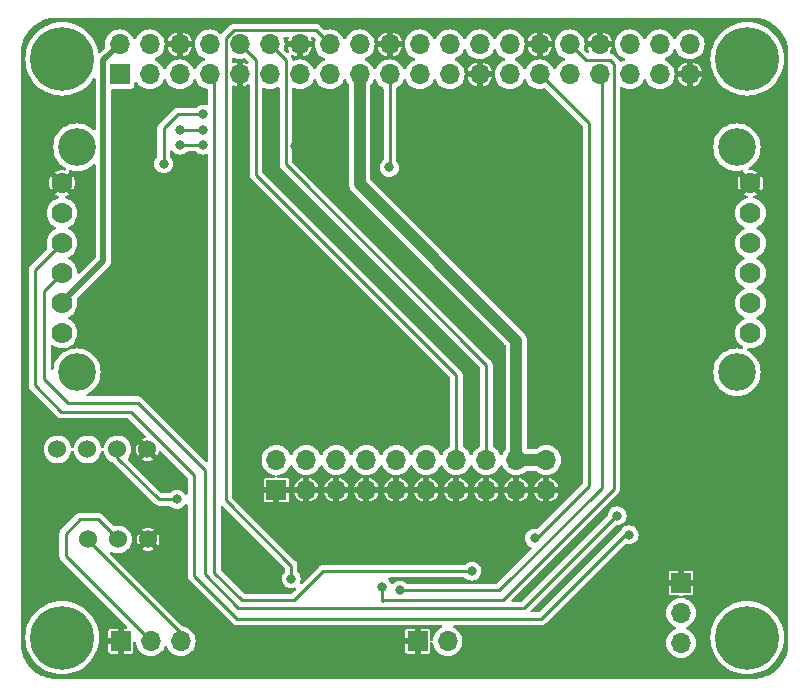
<source format=gbl>
%TF.GenerationSoftware,KiCad,Pcbnew,7.0.10*%
%TF.CreationDate,2024-08-04T17:12:35+10:00*%
%TF.ProjectId,AI4R-PIHAT,41493452-2d50-4494-9841-542e6b696361,rev?*%
%TF.SameCoordinates,Original*%
%TF.FileFunction,Copper,L2,Bot*%
%TF.FilePolarity,Positive*%
%FSLAX46Y46*%
G04 Gerber Fmt 4.6, Leading zero omitted, Abs format (unit mm)*
G04 Created by KiCad (PCBNEW 7.0.10) date 2024-08-04 17:12:35*
%MOMM*%
%LPD*%
G01*
G04 APERTURE LIST*
%TA.AperFunction,ComponentPad*%
%ADD10C,1.778000*%
%TD*%
%TA.AperFunction,ComponentPad*%
%ADD11C,3.200000*%
%TD*%
%TA.AperFunction,ComponentPad*%
%ADD12C,1.524000*%
%TD*%
%TA.AperFunction,ComponentPad*%
%ADD13O,1.700000X1.700000*%
%TD*%
%TA.AperFunction,ComponentPad*%
%ADD14R,1.700000X1.700000*%
%TD*%
%TA.AperFunction,ComponentPad*%
%ADD15C,5.400000*%
%TD*%
%TA.AperFunction,ViaPad*%
%ADD16C,0.800000*%
%TD*%
%TA.AperFunction,Conductor*%
%ADD17C,0.250000*%
%TD*%
%TA.AperFunction,Conductor*%
%ADD18C,1.000000*%
%TD*%
%TA.AperFunction,Conductor*%
%ADD19C,0.500000*%
%TD*%
%ADD20C,0.350000*%
G04 APERTURE END LIST*
D10*
%TO.P,U1,GND,GND*%
%TO.N,GND*%
X15490000Y-26023000D03*
X73783000Y-26023000D03*
%TO.P,U1,OE,~{OE}*%
%TO.N,unconnected-(U1-~{OE}-PadOE)*%
X15490000Y-28563000D03*
X73783000Y-28563000D03*
D11*
%TO.P,U1,S1*%
%TO.N,N/C*%
X16760000Y-22975000D03*
%TO.P,U1,S2*%
X72640000Y-22975000D03*
%TO.P,U1,S3*%
X16760000Y-42025000D03*
%TO.P,U1,S4*%
X72640000Y-42025000D03*
D10*
%TO.P,U1,SCL,SCL*%
%TO.N,SCL1*%
X15490000Y-31103000D03*
X73783000Y-31103000D03*
%TO.P,U1,SDA,SDA*%
%TO.N,SDA1*%
X15490000Y-33643000D03*
X73783000Y-33643000D03*
%TO.P,U1,V+,V+*%
%TO.N,unconnected-(U1-PadV+)*%
X15490000Y-38723000D03*
X73783000Y-38723000D03*
%TO.P,U1,VCC,VCC*%
%TO.N,VCC*%
X15490000Y-36183000D03*
X73783000Y-36183000D03*
%TD*%
D12*
%TO.P,U2,1,RCIN*%
%TO.N,Net-(J7-Pin_3)*%
X17700000Y-56180000D03*
%TO.P,U2,2,VRC*%
%TO.N,Net-(J7-Pin_2)*%
X20240000Y-56180000D03*
%TO.P,U2,3,GND*%
%TO.N,GND*%
X22780000Y-56180000D03*
%TO.P,U2,4,GND*%
X22730000Y-48560000D03*
%TO.P,U2,5,VCC*%
%TO.N,3.3V*%
X20190000Y-48560000D03*
%TO.P,U2,6,OUT*%
%TO.N,GPIO17*%
X17650000Y-48560000D03*
%TO.P,U2,7,GOOD*%
%TO.N,GPIO27*%
X15110000Y-48560000D03*
%TD*%
D13*
%TO.P,J9,2,Pin_2*%
%TO.N,VCC*%
X48140000Y-64800000D03*
D14*
%TO.P,J9,1,Pin_1*%
%TO.N,GND*%
X45600000Y-64800000D03*
%TD*%
%TO.P,J1,1,Pin_1*%
%TO.N,3.3V*%
X20380000Y-16800000D03*
D13*
%TO.P,J1,2,Pin_2*%
%TO.N,VCC*%
X20380000Y-14260000D03*
%TO.P,J1,3,Pin_3*%
%TO.N,SDA1*%
X22920000Y-16800000D03*
%TO.P,J1,4,Pin_4*%
%TO.N,unconnected-(J1-Pin_4-Pad4)*%
X22920000Y-14260000D03*
%TO.P,J1,5,Pin_5*%
%TO.N,SCL1*%
X25460000Y-16800000D03*
%TO.P,J1,6,Pin_6*%
%TO.N,GND*%
X25460000Y-14260000D03*
%TO.P,J1,7,Pin_7*%
%TO.N,SDA2*%
X28000000Y-16800000D03*
%TO.P,J1,8,Pin_8*%
%TO.N,GPIO14*%
X28000000Y-14260000D03*
%TO.P,J1,9,Pin_9*%
%TO.N,GND*%
X30540000Y-16800000D03*
%TO.P,J1,10,Pin_10*%
%TO.N,GPIO15*%
X30540000Y-14260000D03*
%TO.P,J1,11,Pin_11*%
%TO.N,GPIO17*%
X33080000Y-16800000D03*
%TO.P,J1,12,Pin_12*%
%TO.N,GPIO18*%
X33080000Y-14260000D03*
%TO.P,J1,13,Pin_13*%
%TO.N,GPIO27*%
X35620000Y-16800000D03*
%TO.P,J1,14,Pin_14*%
%TO.N,GND*%
X35620000Y-14260000D03*
%TO.P,J1,15,Pin_15*%
%TO.N,SDA4*%
X38160000Y-16800000D03*
%TO.P,J1,16,Pin_16*%
%TO.N,SCL4*%
X38160000Y-14260000D03*
%TO.P,J1,17,Pin_17*%
%TO.N,3.3V*%
X40700000Y-16800000D03*
%TO.P,J1,18,Pin_18*%
%TO.N,unconnected-(J1-Pin_18-Pad18)*%
X40700000Y-14260000D03*
%TO.P,J1,19,Pin_19*%
%TO.N,GPIO10*%
X43240000Y-16800000D03*
%TO.P,J1,20,Pin_20*%
%TO.N,GND*%
X43240000Y-14260000D03*
%TO.P,J1,21,Pin_21*%
%TO.N,GPIO9*%
X45780000Y-16800000D03*
%TO.P,J1,22,Pin_22*%
%TO.N,unconnected-(J1-Pin_22-Pad22)*%
X45780000Y-14260000D03*
%TO.P,J1,23,Pin_23*%
%TO.N,GPIO11*%
X48320000Y-16800000D03*
%TO.P,J1,24,Pin_24*%
%TO.N,GPIO8*%
X48320000Y-14260000D03*
%TO.P,J1,25,Pin_25*%
%TO.N,GND*%
X50860000Y-16800000D03*
%TO.P,J1,26,Pin_26*%
%TO.N,GPIO7*%
X50860000Y-14260000D03*
%TO.P,J1,27,Pin_27*%
%TO.N,unconnected-(J1-Pin_27-Pad27)*%
X53400000Y-16800000D03*
%TO.P,J1,28,Pin_28*%
%TO.N,unconnected-(J1-Pin_28-Pad28)*%
X53400000Y-14260000D03*
%TO.P,J1,29,Pin_29*%
%TO.N,SCL2*%
X55940000Y-16800000D03*
%TO.P,J1,30,Pin_30*%
%TO.N,GND*%
X55940000Y-14260000D03*
%TO.P,J1,31,Pin_31*%
%TO.N,unconnected-(J1-Pin_31-Pad31)*%
X58480000Y-16800000D03*
%TO.P,J1,32,Pin_32*%
%TO.N,SDA3*%
X58480000Y-14260000D03*
%TO.P,J1,33,Pin_33*%
%TO.N,SCL3*%
X61020000Y-16800000D03*
%TO.P,J1,34,Pin_34*%
%TO.N,GND*%
X61020000Y-14260000D03*
%TO.P,J1,35,Pin_35*%
%TO.N,unconnected-(J1-Pin_35-Pad35)*%
X63560000Y-16800000D03*
%TO.P,J1,36,Pin_36*%
%TO.N,unconnected-(J1-Pin_36-Pad36)*%
X63560000Y-14260000D03*
%TO.P,J1,37,Pin_37*%
%TO.N,GPIO26*%
X66100000Y-16800000D03*
%TO.P,J1,38,Pin_38*%
%TO.N,unconnected-(J1-Pin_38-Pad38)*%
X66100000Y-14260000D03*
%TO.P,J1,39,Pin_39*%
%TO.N,GND*%
X68640000Y-16800000D03*
%TO.P,J1,40,Pin_40*%
%TO.N,unconnected-(J1-Pin_40-Pad40)*%
X68640000Y-14260000D03*
%TD*%
D14*
%TO.P,J6,1,Pin_1*%
%TO.N,GND*%
X33640000Y-52000000D03*
D13*
%TO.P,J6,2,Pin_2*%
%TO.N,GPIO11*%
X33640000Y-49460000D03*
%TO.P,J6,3,Pin_3*%
%TO.N,GND*%
X36180000Y-52000000D03*
%TO.P,J6,4,Pin_4*%
%TO.N,GPIO10*%
X36180000Y-49460000D03*
%TO.P,J6,5,Pin_5*%
%TO.N,GND*%
X38720000Y-52000000D03*
%TO.P,J6,6,Pin_6*%
%TO.N,GPIO9*%
X38720000Y-49460000D03*
%TO.P,J6,7,Pin_7*%
%TO.N,GND*%
X41260000Y-52000000D03*
%TO.P,J6,8,Pin_8*%
%TO.N,GPIO8*%
X41260000Y-49460000D03*
%TO.P,J6,9,Pin_9*%
%TO.N,GND*%
X43800000Y-52000000D03*
%TO.P,J6,10,Pin_10*%
%TO.N,GPIO7*%
X43800000Y-49460000D03*
%TO.P,J6,11,Pin_11*%
%TO.N,GND*%
X46340000Y-52000000D03*
%TO.P,J6,12,Pin_12*%
%TO.N,GPIO14*%
X46340000Y-49460000D03*
%TO.P,J6,13,Pin_13*%
%TO.N,GND*%
X48880000Y-52000000D03*
%TO.P,J6,14,Pin_14*%
%TO.N,GPIO15*%
X48880000Y-49460000D03*
%TO.P,J6,15,Pin_15*%
%TO.N,GND*%
X51420000Y-52000000D03*
%TO.P,J6,16,Pin_16*%
%TO.N,GPIO18*%
X51420000Y-49460000D03*
%TO.P,J6,17,Pin_17*%
%TO.N,GND*%
X53960000Y-52000000D03*
%TO.P,J6,18,Pin_18*%
%TO.N,3.3V*%
X53960000Y-49460000D03*
%TO.P,J6,19,Pin_19*%
%TO.N,GND*%
X56500000Y-52000000D03*
%TO.P,J6,20,Pin_20*%
%TO.N,3.3V*%
X56500000Y-49460000D03*
%TD*%
D15*
%TO.P,H3,1*%
%TO.N,N/C*%
X15500000Y-64500000D03*
%TD*%
%TO.P,H4,1*%
%TO.N,N/C*%
X73500000Y-64500000D03*
%TD*%
%TO.P,H2,1*%
%TO.N,N/C*%
X73500000Y-15500000D03*
%TD*%
%TO.P,H1,1*%
%TO.N,N/C*%
X15500000Y-15500000D03*
%TD*%
D14*
%TO.P,J7,1,Pin_1*%
%TO.N,GND*%
X20470000Y-64800000D03*
D13*
%TO.P,J7,2,Pin_2*%
%TO.N,Net-(J7-Pin_2)*%
X23010000Y-64800000D03*
%TO.P,J7,3,Pin_3*%
%TO.N,Net-(J7-Pin_3)*%
X25550000Y-64800000D03*
%TD*%
D14*
%TO.P,J8,1,Pin_1*%
%TO.N,GND*%
X67900000Y-59875000D03*
D13*
%TO.P,J8,2,Pin_2*%
%TO.N,3.3V*%
X67900000Y-62415000D03*
%TO.P,J8,3,Pin_3*%
%TO.N,GPIO26*%
X67900000Y-64955000D03*
%TD*%
D16*
%TO.N,GND*%
X36800000Y-56300000D03*
%TO.N,SDA1*%
X62500000Y-54200000D03*
%TO.N,SCL1*%
X63500000Y-55800000D03*
%TO.N,GND*%
X59100000Y-61300000D03*
%TO.N,SDA2*%
X50200000Y-58875000D03*
%TO.N,SCL4*%
X34900000Y-59500000D03*
%TO.N,3.3V*%
X25225000Y-52800000D03*
%TO.N,GND*%
X21200000Y-40800000D03*
X20700000Y-53200000D03*
X65400000Y-21800000D03*
X65800000Y-37400000D03*
X62200000Y-66800000D03*
X55900000Y-24400000D03*
X23025000Y-19300000D03*
X30100000Y-55600000D03*
X20800000Y-30000000D03*
X67600000Y-55700000D03*
X37700000Y-24700000D03*
X30900000Y-49700000D03*
X39100000Y-66700000D03*
X56800000Y-41600000D03*
X57800000Y-51100000D03*
X30900000Y-46700000D03*
X46000000Y-37700000D03*
X73700000Y-51100000D03*
X15200000Y-52400000D03*
X25400000Y-54400000D03*
X19400000Y-37300000D03*
X17000000Y-61000000D03*
X68800000Y-25300000D03*
X25200000Y-51000000D03*
X35200000Y-22900000D03*
X40900000Y-39900000D03*
X66000000Y-46800000D03*
X30900000Y-41300000D03*
%TO.N,GPIO17*%
X27462312Y-20200331D03*
X24100000Y-24375000D03*
%TO.N,GPIO27*%
X25500000Y-21500000D03*
X27450000Y-21500000D03*
%TO.N,SDA4*%
X25500000Y-22800000D03*
X27400000Y-22800000D03*
%TO.N,GPIO10*%
X43200000Y-24700000D03*
%TO.N,SCL2*%
X55500000Y-56100000D03*
%TO.N,SDA3*%
X42587347Y-60187347D03*
%TO.N,SCL3*%
X44100000Y-60500000D03*
%TD*%
D17*
%TO.N,SCL1*%
X63400000Y-55600000D02*
X63374695Y-55600000D01*
X30300000Y-62900000D02*
X26650000Y-59250000D01*
X63374695Y-55600000D02*
X56074695Y-62900000D01*
X13200000Y-43150000D02*
X13200000Y-33393000D01*
X56074695Y-62900000D02*
X30300000Y-62900000D01*
X26650000Y-50750000D02*
X21300000Y-45400000D01*
X26650000Y-59250000D02*
X26650000Y-50750000D01*
X21300000Y-45400000D02*
X15450000Y-45400000D01*
X13200000Y-33393000D02*
X15490000Y-31103000D01*
X15450000Y-45400000D02*
X13200000Y-43150000D01*
%TO.N,SDA1*%
X62500000Y-54200000D02*
X62400000Y-54200000D01*
X30425000Y-62000000D02*
X27575000Y-59150000D01*
X62400000Y-54200000D02*
X54600000Y-62000000D01*
X54600000Y-62000000D02*
X30425000Y-62000000D01*
X21900000Y-44600000D02*
X16000000Y-44600000D01*
X27575000Y-59150000D02*
X27575000Y-50275000D01*
X27575000Y-50275000D02*
X21900000Y-44600000D01*
X16000000Y-44600000D02*
X14000000Y-42600000D01*
X14000000Y-42600000D02*
X14000000Y-35133000D01*
X14000000Y-35133000D02*
X15490000Y-33643000D01*
%TO.N,SDA3*%
X42587347Y-60187347D02*
X42587347Y-61387347D01*
X52800000Y-61300000D02*
X62200000Y-51900000D01*
X42674694Y-61300000D02*
X52800000Y-61300000D01*
X59820000Y-15600000D02*
X58480000Y-14260000D01*
X62200000Y-51900000D02*
X62200000Y-15900000D01*
X42587347Y-61387347D02*
X42674694Y-61300000D01*
X62200000Y-15900000D02*
X61900000Y-15600000D01*
X61900000Y-15600000D02*
X59820000Y-15600000D01*
%TO.N,SCL3*%
X44100000Y-60500000D02*
X52500000Y-60500000D01*
X52500000Y-60500000D02*
X61200000Y-51800000D01*
X61200000Y-51800000D02*
X61200000Y-16980000D01*
X61200000Y-16980000D02*
X61020000Y-16800000D01*
%TO.N,Net-(J7-Pin_3)*%
X25550000Y-64475000D02*
X25550000Y-64150000D01*
X25550000Y-64150000D02*
X17740000Y-56340000D01*
X17740000Y-56340000D02*
X17740000Y-56220000D01*
%TO.N,SCL4*%
X36985000Y-13085000D02*
X38160000Y-14260000D01*
X34900000Y-59500000D02*
X34900000Y-58400000D01*
X30053299Y-13085000D02*
X36985000Y-13085000D01*
X34900000Y-58400000D02*
X29365000Y-52865000D01*
X29365000Y-52865000D02*
X29365000Y-13773299D01*
X29365000Y-13773299D02*
X30053299Y-13085000D01*
%TO.N,Net-(J7-Pin_2)*%
X20240000Y-56180000D02*
X18560000Y-54500000D01*
X18560000Y-54500000D02*
X17000000Y-54500000D01*
X15800000Y-57590000D02*
X23010000Y-64800000D01*
X17000000Y-54500000D02*
X15800000Y-55700000D01*
X15800000Y-55700000D02*
X15800000Y-57590000D01*
%TO.N,SCL2*%
X60100000Y-20960000D02*
X55940000Y-16800000D01*
X55500000Y-56100000D02*
X55700000Y-56100000D01*
X55700000Y-56100000D02*
X60100000Y-51700000D01*
X60100000Y-51700000D02*
X60100000Y-20960000D01*
%TO.N,SDA2*%
X28400000Y-17200000D02*
X28000000Y-16800000D01*
X28400000Y-59000000D02*
X28400000Y-17200000D01*
X50200000Y-58875000D02*
X37625000Y-58875000D01*
X37625000Y-58875000D02*
X35175000Y-61325000D01*
X30725000Y-61325000D02*
X28400000Y-59000000D01*
X35175000Y-61325000D02*
X30725000Y-61325000D01*
%TO.N,3.3V*%
X20190000Y-48560000D02*
X20190000Y-49255000D01*
D18*
X40700000Y-26100000D02*
X40700000Y-16800000D01*
D17*
X23735000Y-52800000D02*
X25225000Y-52800000D01*
X20190000Y-49255000D02*
X23735000Y-52800000D01*
D18*
X53960000Y-49460000D02*
X56500000Y-49460000D01*
X53960000Y-39360000D02*
X40700000Y-26100000D01*
X53960000Y-49460000D02*
X53960000Y-39360000D01*
D19*
%TO.N,VCC*%
X19000000Y-32600000D02*
X15417000Y-36183000D01*
X20380000Y-14260000D02*
X19000000Y-15640000D01*
X19000000Y-15640000D02*
X19000000Y-32600000D01*
D17*
%TO.N,GPIO15*%
X31900000Y-25300000D02*
X31900000Y-15620000D01*
X31900000Y-15620000D02*
X30540000Y-14260000D01*
X48880000Y-49460000D02*
X48880000Y-42280000D01*
X48880000Y-42280000D02*
X31900000Y-25300000D01*
%TO.N,GPIO17*%
X24100000Y-21375000D02*
X24100000Y-24375000D01*
X27462312Y-20200331D02*
X25274669Y-20200331D01*
X25274669Y-20200331D02*
X24100000Y-21375000D01*
%TO.N,GPIO18*%
X51420000Y-49460000D02*
X51420000Y-41420000D01*
X34445000Y-24445000D02*
X34445000Y-15625000D01*
X51420000Y-41420000D02*
X34445000Y-24445000D01*
X34445000Y-15625000D02*
X33080000Y-14260000D01*
%TO.N,GPIO27*%
X27450000Y-21500000D02*
X27425000Y-21500000D01*
X25500000Y-21500000D02*
X27450000Y-21500000D01*
%TO.N,SDA4*%
X25500000Y-22800000D02*
X27400000Y-22800000D01*
%TO.N,GPIO10*%
X43200000Y-24700000D02*
X43240000Y-24660000D01*
X43240000Y-24660000D02*
X43240000Y-16800000D01*
%TD*%
%TA.AperFunction,Conductor*%
%TO.N,GND*%
G36*
X29130703Y-53374318D02*
G01*
X29137166Y-53380336D01*
X31722307Y-55965476D01*
X34338181Y-58581350D01*
X34371666Y-58642673D01*
X34374500Y-58669031D01*
X34374500Y-58842060D01*
X34354815Y-58909099D01*
X34338181Y-58929741D01*
X34270184Y-58997737D01*
X34174211Y-59150476D01*
X34114631Y-59320745D01*
X34114630Y-59320750D01*
X34094435Y-59499996D01*
X34094435Y-59500003D01*
X34114630Y-59679249D01*
X34114631Y-59679254D01*
X34174211Y-59849523D01*
X34226715Y-59933082D01*
X34270184Y-60002262D01*
X34397738Y-60129816D01*
X34488080Y-60186582D01*
X34518662Y-60205798D01*
X34550478Y-60225789D01*
X34719288Y-60284858D01*
X34720745Y-60285368D01*
X34720750Y-60285369D01*
X34899996Y-60305565D01*
X34900000Y-60305565D01*
X34900004Y-60305565D01*
X35079249Y-60285369D01*
X35079252Y-60285368D01*
X35079255Y-60285368D01*
X35079256Y-60285367D01*
X35079259Y-60285367D01*
X35114312Y-60273100D01*
X35169780Y-60253691D01*
X35239557Y-60250129D01*
X35300185Y-60284858D01*
X35332412Y-60346851D01*
X35326008Y-60416426D01*
X35298416Y-60458414D01*
X35219962Y-60536869D01*
X34993648Y-60763182D01*
X34932327Y-60796666D01*
X34905969Y-60799500D01*
X30994031Y-60799500D01*
X30926992Y-60779815D01*
X30906350Y-60763181D01*
X28961819Y-58818650D01*
X28928334Y-58757327D01*
X28925500Y-58730969D01*
X28925500Y-53468031D01*
X28945185Y-53400992D01*
X28997989Y-53355237D01*
X29067147Y-53345293D01*
X29130703Y-53374318D01*
G37*
%TD.AperFunction*%
%TA.AperFunction,Conductor*%
G36*
X52197865Y-14685041D02*
G01*
X52242381Y-14736414D01*
X52312898Y-14887639D01*
X52438402Y-15066877D01*
X52593123Y-15221598D01*
X52748030Y-15330065D01*
X52772361Y-15347102D01*
X52923583Y-15417618D01*
X52976022Y-15463790D01*
X52995174Y-15530984D01*
X52974958Y-15597865D01*
X52923583Y-15642382D01*
X52772361Y-15712898D01*
X52772357Y-15712900D01*
X52593121Y-15838402D01*
X52438402Y-15993121D01*
X52312900Y-16172357D01*
X52312898Y-16172361D01*
X52220426Y-16370668D01*
X52220422Y-16370677D01*
X52163793Y-16582020D01*
X52163793Y-16582023D01*
X52159025Y-16636517D01*
X52144723Y-16799997D01*
X52144723Y-16800002D01*
X52148868Y-16847376D01*
X52163081Y-17009844D01*
X52163793Y-17017975D01*
X52163793Y-17017979D01*
X52220422Y-17229322D01*
X52220424Y-17229326D01*
X52220425Y-17229330D01*
X52221211Y-17231015D01*
X52312897Y-17427638D01*
X52318876Y-17436177D01*
X52438402Y-17606877D01*
X52593123Y-17761598D01*
X52772361Y-17887102D01*
X52970670Y-17979575D01*
X52970676Y-17979576D01*
X52970677Y-17979577D01*
X52973965Y-17980458D01*
X53182023Y-18036207D01*
X53364926Y-18052208D01*
X53399998Y-18055277D01*
X53400000Y-18055277D01*
X53400002Y-18055277D01*
X53428254Y-18052805D01*
X53617977Y-18036207D01*
X53829330Y-17979575D01*
X54027639Y-17887102D01*
X54206877Y-17761598D01*
X54361598Y-17606877D01*
X54487102Y-17427639D01*
X54557618Y-17276414D01*
X54603790Y-17223977D01*
X54670984Y-17204825D01*
X54737865Y-17225041D01*
X54782381Y-17276414D01*
X54852898Y-17427639D01*
X54978402Y-17606877D01*
X55133123Y-17761598D01*
X55312361Y-17887102D01*
X55510670Y-17979575D01*
X55510676Y-17979576D01*
X55510677Y-17979577D01*
X55513965Y-17980458D01*
X55722023Y-18036207D01*
X55904926Y-18052208D01*
X55939998Y-18055277D01*
X55940000Y-18055277D01*
X55940002Y-18055277D01*
X55968254Y-18052805D01*
X56157977Y-18036207D01*
X56305761Y-17996608D01*
X56375608Y-17998271D01*
X56425533Y-18028702D01*
X59538181Y-21141350D01*
X59571666Y-21202673D01*
X59574500Y-21229031D01*
X59574500Y-51430968D01*
X59554815Y-51498007D01*
X59538181Y-51518649D01*
X55778049Y-55278780D01*
X55716726Y-55312265D01*
X55676485Y-55314319D01*
X55500004Y-55294435D01*
X55499996Y-55294435D01*
X55320750Y-55314630D01*
X55320745Y-55314631D01*
X55150476Y-55374211D01*
X54997737Y-55470184D01*
X54870184Y-55597737D01*
X54774211Y-55750476D01*
X54714631Y-55920745D01*
X54714630Y-55920750D01*
X54694435Y-56099996D01*
X54694435Y-56100003D01*
X54714630Y-56279249D01*
X54714631Y-56279254D01*
X54774211Y-56449523D01*
X54842485Y-56558179D01*
X54870184Y-56602262D01*
X54997738Y-56729816D01*
X55108829Y-56799619D01*
X55150478Y-56825789D01*
X55172043Y-56833335D01*
X55228819Y-56874056D01*
X55254567Y-56939009D01*
X55241111Y-57007571D01*
X55218770Y-57038058D01*
X52318650Y-59938181D01*
X52257327Y-59971666D01*
X52230969Y-59974500D01*
X44757940Y-59974500D01*
X44690901Y-59954815D01*
X44670259Y-59938181D01*
X44602262Y-59870184D01*
X44449523Y-59774211D01*
X44279254Y-59714631D01*
X44279249Y-59714630D01*
X44100004Y-59694435D01*
X44099996Y-59694435D01*
X43920750Y-59714630D01*
X43920745Y-59714631D01*
X43750476Y-59774211D01*
X43597739Y-59870183D01*
X43534840Y-59933082D01*
X43473516Y-59966566D01*
X43403825Y-59961581D01*
X43347891Y-59919710D01*
X43330117Y-59886354D01*
X43313136Y-59837825D01*
X43291324Y-59803111D01*
X43217163Y-59685085D01*
X43144259Y-59612181D01*
X43110774Y-59550858D01*
X43115758Y-59481166D01*
X43157630Y-59425233D01*
X43223094Y-59400816D01*
X43231940Y-59400500D01*
X49542060Y-59400500D01*
X49609099Y-59420185D01*
X49629741Y-59436819D01*
X49697738Y-59504816D01*
X49764480Y-59546753D01*
X49846099Y-59598038D01*
X49850478Y-59600789D01*
X50000780Y-59653382D01*
X50020745Y-59660368D01*
X50020750Y-59660369D01*
X50199996Y-59680565D01*
X50200000Y-59680565D01*
X50200004Y-59680565D01*
X50379249Y-59660369D01*
X50379252Y-59660368D01*
X50379255Y-59660368D01*
X50549522Y-59600789D01*
X50702262Y-59504816D01*
X50829816Y-59377262D01*
X50925789Y-59224522D01*
X50985368Y-59054255D01*
X50990884Y-59005301D01*
X51005565Y-58875003D01*
X51005565Y-58874996D01*
X50985369Y-58695750D01*
X50985368Y-58695745D01*
X50929196Y-58535215D01*
X50925789Y-58525478D01*
X50917913Y-58512944D01*
X50871442Y-58438985D01*
X50829816Y-58372738D01*
X50702262Y-58245184D01*
X50638951Y-58205403D01*
X50549523Y-58149211D01*
X50379254Y-58089631D01*
X50379249Y-58089630D01*
X50200004Y-58069435D01*
X50199996Y-58069435D01*
X50020750Y-58089630D01*
X50020745Y-58089631D01*
X49850476Y-58149211D01*
X49697737Y-58245184D01*
X49629741Y-58313181D01*
X49568418Y-58346666D01*
X49542060Y-58349500D01*
X37636110Y-58349500D01*
X37631877Y-58349428D01*
X37623521Y-58349142D01*
X37570755Y-58347340D01*
X37570754Y-58347340D01*
X37570751Y-58347340D01*
X37532931Y-58356556D01*
X37520463Y-58358926D01*
X37481889Y-58364228D01*
X37466610Y-58370865D01*
X37446576Y-58377602D01*
X37430406Y-58381542D01*
X37396469Y-58400623D01*
X37385104Y-58406267D01*
X37349393Y-58421779D01*
X37336467Y-58432294D01*
X37319002Y-58444180D01*
X37304491Y-58452340D01*
X37276961Y-58479869D01*
X37267539Y-58488371D01*
X37237336Y-58512943D01*
X37237335Y-58512944D01*
X37227728Y-58526554D01*
X37214109Y-58542720D01*
X35858415Y-59898415D01*
X35797092Y-59931900D01*
X35727400Y-59926916D01*
X35671467Y-59885044D01*
X35647050Y-59819580D01*
X35653693Y-59769779D01*
X35685366Y-59679262D01*
X35685369Y-59679249D01*
X35705565Y-59500003D01*
X35705565Y-59499996D01*
X35685369Y-59320750D01*
X35685368Y-59320745D01*
X35658207Y-59243123D01*
X35625789Y-59150478D01*
X35529816Y-58997738D01*
X35461819Y-58929741D01*
X35428334Y-58868418D01*
X35425500Y-58842060D01*
X35425500Y-58411108D01*
X35425572Y-58406875D01*
X35425679Y-58403735D01*
X35427660Y-58345755D01*
X35418443Y-58307934D01*
X35416072Y-58295459D01*
X35410771Y-58256889D01*
X35410770Y-58256887D01*
X35404137Y-58241616D01*
X35397397Y-58221574D01*
X35396599Y-58218301D01*
X35393457Y-58205406D01*
X35393456Y-58205404D01*
X35393456Y-58205403D01*
X35374382Y-58171481D01*
X35368733Y-58160108D01*
X35353219Y-58124392D01*
X35353218Y-58124390D01*
X35342708Y-58111472D01*
X35330813Y-58093994D01*
X35322657Y-58079488D01*
X35295133Y-58051964D01*
X35286627Y-58042539D01*
X35262055Y-58012336D01*
X35262050Y-58012332D01*
X35248450Y-58002732D01*
X35232278Y-57989109D01*
X29926819Y-52683650D01*
X29893334Y-52622327D01*
X29890500Y-52595969D01*
X29890500Y-17850300D01*
X29910185Y-17783261D01*
X29962989Y-17737506D01*
X30032147Y-17727562D01*
X30072953Y-17740942D01*
X30136233Y-17774766D01*
X30290000Y-17821410D01*
X30290000Y-17235501D01*
X30397685Y-17284680D01*
X30504237Y-17300000D01*
X30575763Y-17300000D01*
X30682315Y-17284680D01*
X30790000Y-17235501D01*
X30790000Y-17821410D01*
X30943766Y-17774766D01*
X31126166Y-17677271D01*
X31126167Y-17677270D01*
X31171834Y-17639793D01*
X31236144Y-17612480D01*
X31305012Y-17624271D01*
X31356572Y-17671422D01*
X31374500Y-17735646D01*
X31374500Y-25288890D01*
X31374428Y-25293123D01*
X31372340Y-25354250D01*
X31381556Y-25392068D01*
X31383927Y-25404540D01*
X31389228Y-25443109D01*
X31395864Y-25458387D01*
X31402602Y-25478424D01*
X31406542Y-25494593D01*
X31406543Y-25494594D01*
X31425618Y-25528520D01*
X31431266Y-25539890D01*
X31446782Y-25575612D01*
X31457283Y-25588518D01*
X31469182Y-25606000D01*
X31477342Y-25620512D01*
X31504878Y-25648048D01*
X31513377Y-25657466D01*
X31537943Y-25687662D01*
X31537944Y-25687663D01*
X31537946Y-25687665D01*
X31551544Y-25697264D01*
X31567715Y-25710885D01*
X48318181Y-42461350D01*
X48351666Y-42522673D01*
X48354500Y-42549031D01*
X48354500Y-48246273D01*
X48334815Y-48313312D01*
X48282906Y-48358655D01*
X48252359Y-48372899D01*
X48073121Y-48498402D01*
X47918402Y-48653121D01*
X47792900Y-48832357D01*
X47792898Y-48832361D01*
X47722382Y-48983583D01*
X47676209Y-49036022D01*
X47609016Y-49055174D01*
X47542135Y-49034958D01*
X47497618Y-48983583D01*
X47442237Y-48864820D01*
X47427102Y-48832362D01*
X47427100Y-48832359D01*
X47427099Y-48832357D01*
X47301599Y-48653124D01*
X47240373Y-48591898D01*
X47146877Y-48498402D01*
X46967642Y-48372900D01*
X46967638Y-48372897D01*
X46838072Y-48312480D01*
X46769330Y-48280425D01*
X46769326Y-48280424D01*
X46769322Y-48280422D01*
X46557977Y-48223793D01*
X46340002Y-48204723D01*
X46339998Y-48204723D01*
X46194682Y-48217436D01*
X46122023Y-48223793D01*
X46122020Y-48223793D01*
X45910677Y-48280422D01*
X45910668Y-48280426D01*
X45712361Y-48372898D01*
X45712357Y-48372900D01*
X45533121Y-48498402D01*
X45378402Y-48653121D01*
X45252900Y-48832357D01*
X45252898Y-48832361D01*
X45182382Y-48983583D01*
X45136209Y-49036022D01*
X45069016Y-49055174D01*
X45002135Y-49034958D01*
X44957618Y-48983583D01*
X44902237Y-48864820D01*
X44887102Y-48832362D01*
X44887100Y-48832359D01*
X44887099Y-48832357D01*
X44761599Y-48653124D01*
X44700373Y-48591898D01*
X44606877Y-48498402D01*
X44427642Y-48372900D01*
X44427638Y-48372897D01*
X44298072Y-48312480D01*
X44229330Y-48280425D01*
X44229326Y-48280424D01*
X44229322Y-48280422D01*
X44017977Y-48223793D01*
X43800002Y-48204723D01*
X43799998Y-48204723D01*
X43654682Y-48217436D01*
X43582023Y-48223793D01*
X43582020Y-48223793D01*
X43370677Y-48280422D01*
X43370668Y-48280426D01*
X43172361Y-48372898D01*
X43172357Y-48372900D01*
X42993121Y-48498402D01*
X42838402Y-48653121D01*
X42712900Y-48832357D01*
X42712898Y-48832361D01*
X42642382Y-48983583D01*
X42596209Y-49036022D01*
X42529016Y-49055174D01*
X42462135Y-49034958D01*
X42417618Y-48983583D01*
X42362237Y-48864820D01*
X42347102Y-48832362D01*
X42347100Y-48832359D01*
X42347099Y-48832357D01*
X42221599Y-48653124D01*
X42160373Y-48591898D01*
X42066877Y-48498402D01*
X41887642Y-48372900D01*
X41887638Y-48372897D01*
X41758072Y-48312480D01*
X41689330Y-48280425D01*
X41689326Y-48280424D01*
X41689322Y-48280422D01*
X41477977Y-48223793D01*
X41260002Y-48204723D01*
X41259998Y-48204723D01*
X41114682Y-48217436D01*
X41042023Y-48223793D01*
X41042020Y-48223793D01*
X40830677Y-48280422D01*
X40830668Y-48280426D01*
X40632361Y-48372898D01*
X40632357Y-48372900D01*
X40453121Y-48498402D01*
X40298402Y-48653121D01*
X40172900Y-48832357D01*
X40172898Y-48832361D01*
X40102382Y-48983583D01*
X40056209Y-49036022D01*
X39989016Y-49055174D01*
X39922135Y-49034958D01*
X39877618Y-48983583D01*
X39822237Y-48864820D01*
X39807102Y-48832362D01*
X39807100Y-48832359D01*
X39807099Y-48832357D01*
X39681599Y-48653124D01*
X39620373Y-48591898D01*
X39526877Y-48498402D01*
X39347642Y-48372900D01*
X39347638Y-48372897D01*
X39218072Y-48312480D01*
X39149330Y-48280425D01*
X39149326Y-48280424D01*
X39149322Y-48280422D01*
X38937977Y-48223793D01*
X38720002Y-48204723D01*
X38719998Y-48204723D01*
X38574682Y-48217436D01*
X38502023Y-48223793D01*
X38502020Y-48223793D01*
X38290677Y-48280422D01*
X38290668Y-48280426D01*
X38092361Y-48372898D01*
X38092357Y-48372900D01*
X37913121Y-48498402D01*
X37758402Y-48653121D01*
X37632900Y-48832357D01*
X37632898Y-48832361D01*
X37562382Y-48983583D01*
X37516209Y-49036022D01*
X37449016Y-49055174D01*
X37382135Y-49034958D01*
X37337618Y-48983583D01*
X37282237Y-48864820D01*
X37267102Y-48832362D01*
X37267100Y-48832359D01*
X37267099Y-48832357D01*
X37141599Y-48653124D01*
X37080373Y-48591898D01*
X36986877Y-48498402D01*
X36807642Y-48372900D01*
X36807638Y-48372897D01*
X36678072Y-48312480D01*
X36609330Y-48280425D01*
X36609326Y-48280424D01*
X36609322Y-48280422D01*
X36397977Y-48223793D01*
X36180002Y-48204723D01*
X36179998Y-48204723D01*
X36034682Y-48217436D01*
X35962023Y-48223793D01*
X35962020Y-48223793D01*
X35750677Y-48280422D01*
X35750668Y-48280426D01*
X35552361Y-48372898D01*
X35552357Y-48372900D01*
X35373121Y-48498402D01*
X35218402Y-48653121D01*
X35092900Y-48832357D01*
X35092898Y-48832361D01*
X35022382Y-48983583D01*
X34976209Y-49036022D01*
X34909016Y-49055174D01*
X34842135Y-49034958D01*
X34797618Y-48983583D01*
X34742237Y-48864820D01*
X34727102Y-48832362D01*
X34727100Y-48832359D01*
X34727099Y-48832357D01*
X34601599Y-48653124D01*
X34540373Y-48591898D01*
X34446877Y-48498402D01*
X34267642Y-48372900D01*
X34267638Y-48372897D01*
X34138072Y-48312480D01*
X34069330Y-48280425D01*
X34069326Y-48280424D01*
X34069322Y-48280422D01*
X33857977Y-48223793D01*
X33640002Y-48204723D01*
X33639998Y-48204723D01*
X33494682Y-48217436D01*
X33422023Y-48223793D01*
X33422020Y-48223793D01*
X33210677Y-48280422D01*
X33210668Y-48280426D01*
X33012361Y-48372898D01*
X33012357Y-48372900D01*
X32833121Y-48498402D01*
X32678402Y-48653121D01*
X32552900Y-48832357D01*
X32552898Y-48832361D01*
X32460426Y-49030668D01*
X32460422Y-49030677D01*
X32403793Y-49242020D01*
X32403793Y-49242024D01*
X32384723Y-49459997D01*
X32384723Y-49460002D01*
X32387494Y-49491670D01*
X32403632Y-49676142D01*
X32403793Y-49677975D01*
X32403793Y-49677979D01*
X32460422Y-49889322D01*
X32460424Y-49889326D01*
X32460425Y-49889330D01*
X32482382Y-49936416D01*
X32552897Y-50087638D01*
X32552898Y-50087639D01*
X32678402Y-50266877D01*
X32833123Y-50421598D01*
X33012361Y-50547102D01*
X33210670Y-50639575D01*
X33422023Y-50696207D01*
X33493635Y-50702472D01*
X33558704Y-50727924D01*
X33599683Y-50784515D01*
X33603561Y-50854277D01*
X33569107Y-50915061D01*
X33507260Y-50947569D01*
X33482828Y-50950000D01*
X32770297Y-50950000D01*
X32711966Y-50961602D01*
X32711965Y-50961603D01*
X32645808Y-51005808D01*
X32601603Y-51071965D01*
X32601602Y-51071966D01*
X32590000Y-51130297D01*
X32590000Y-51750000D01*
X33206314Y-51750000D01*
X33180507Y-51790156D01*
X33140000Y-51928111D01*
X33140000Y-52071889D01*
X33180507Y-52209844D01*
X33206314Y-52250000D01*
X32590000Y-52250000D01*
X32590000Y-52869702D01*
X32601602Y-52928033D01*
X32601603Y-52928034D01*
X32645808Y-52994191D01*
X32711965Y-53038396D01*
X32711966Y-53038397D01*
X32770297Y-53049999D01*
X32770301Y-53050000D01*
X33390000Y-53050000D01*
X33390000Y-52435501D01*
X33497685Y-52484680D01*
X33604237Y-52500000D01*
X33675763Y-52500000D01*
X33782315Y-52484680D01*
X33890000Y-52435501D01*
X33890000Y-53050000D01*
X34509699Y-53050000D01*
X34509702Y-53049999D01*
X34568033Y-53038397D01*
X34568034Y-53038396D01*
X34634191Y-52994191D01*
X34678396Y-52928034D01*
X34678397Y-52928033D01*
X34689999Y-52869702D01*
X34690000Y-52869699D01*
X34690000Y-52250000D01*
X35158590Y-52250000D01*
X35205233Y-52403766D01*
X35302728Y-52586166D01*
X35302732Y-52586173D01*
X35433944Y-52746055D01*
X35593826Y-52877267D01*
X35593833Y-52877271D01*
X35776233Y-52974766D01*
X35930000Y-53021410D01*
X35930000Y-52435501D01*
X36037685Y-52484680D01*
X36144237Y-52500000D01*
X36215763Y-52500000D01*
X36322315Y-52484680D01*
X36430000Y-52435501D01*
X36430000Y-53021410D01*
X36583766Y-52974766D01*
X36766166Y-52877271D01*
X36766173Y-52877267D01*
X36926055Y-52746055D01*
X37057267Y-52586173D01*
X37057271Y-52586166D01*
X37154766Y-52403766D01*
X37201410Y-52250000D01*
X37698590Y-52250000D01*
X37745233Y-52403766D01*
X37842728Y-52586166D01*
X37842732Y-52586173D01*
X37973944Y-52746055D01*
X38133826Y-52877267D01*
X38133833Y-52877271D01*
X38316233Y-52974766D01*
X38470000Y-53021410D01*
X38470000Y-52435501D01*
X38577685Y-52484680D01*
X38684237Y-52500000D01*
X38755763Y-52500000D01*
X38862315Y-52484680D01*
X38970000Y-52435501D01*
X38970000Y-53021410D01*
X39123766Y-52974766D01*
X39306166Y-52877271D01*
X39306173Y-52877267D01*
X39466055Y-52746055D01*
X39597267Y-52586173D01*
X39597271Y-52586166D01*
X39694766Y-52403766D01*
X39741410Y-52250000D01*
X40238590Y-52250000D01*
X40285233Y-52403766D01*
X40382728Y-52586166D01*
X40382732Y-52586173D01*
X40513944Y-52746055D01*
X40673826Y-52877267D01*
X40673833Y-52877271D01*
X40856233Y-52974766D01*
X41010000Y-53021410D01*
X41010000Y-52435501D01*
X41117685Y-52484680D01*
X41224237Y-52500000D01*
X41295763Y-52500000D01*
X41402315Y-52484680D01*
X41510000Y-52435501D01*
X41510000Y-53021410D01*
X41663766Y-52974766D01*
X41846166Y-52877271D01*
X41846173Y-52877267D01*
X42006055Y-52746055D01*
X42137267Y-52586173D01*
X42137271Y-52586166D01*
X42234766Y-52403766D01*
X42281410Y-52250000D01*
X42778590Y-52250000D01*
X42825233Y-52403766D01*
X42922728Y-52586166D01*
X42922732Y-52586173D01*
X43053944Y-52746055D01*
X43213826Y-52877267D01*
X43213833Y-52877271D01*
X43396233Y-52974766D01*
X43550000Y-53021410D01*
X43550000Y-52435501D01*
X43657685Y-52484680D01*
X43764237Y-52500000D01*
X43835763Y-52500000D01*
X43942315Y-52484680D01*
X44050000Y-52435501D01*
X44050000Y-53021410D01*
X44203766Y-52974766D01*
X44386166Y-52877271D01*
X44386173Y-52877267D01*
X44546055Y-52746055D01*
X44677267Y-52586173D01*
X44677271Y-52586166D01*
X44774766Y-52403766D01*
X44821410Y-52250000D01*
X45318590Y-52250000D01*
X45365233Y-52403766D01*
X45462728Y-52586166D01*
X45462732Y-52586173D01*
X45593944Y-52746055D01*
X45753826Y-52877267D01*
X45753833Y-52877271D01*
X45936233Y-52974766D01*
X46090000Y-53021410D01*
X46090000Y-52435501D01*
X46197685Y-52484680D01*
X46304237Y-52500000D01*
X46375763Y-52500000D01*
X46482315Y-52484680D01*
X46590000Y-52435501D01*
X46590000Y-53021410D01*
X46743766Y-52974766D01*
X46926166Y-52877271D01*
X46926173Y-52877267D01*
X47086055Y-52746055D01*
X47217267Y-52586173D01*
X47217271Y-52586166D01*
X47314766Y-52403766D01*
X47361410Y-52250000D01*
X47858590Y-52250000D01*
X47905233Y-52403766D01*
X48002728Y-52586166D01*
X48002732Y-52586173D01*
X48133944Y-52746055D01*
X48293826Y-52877267D01*
X48293833Y-52877271D01*
X48476233Y-52974766D01*
X48630000Y-53021410D01*
X48630000Y-52435501D01*
X48737685Y-52484680D01*
X48844237Y-52500000D01*
X48915763Y-52500000D01*
X49022315Y-52484680D01*
X49130000Y-52435501D01*
X49130000Y-53021410D01*
X49283766Y-52974766D01*
X49466166Y-52877271D01*
X49466173Y-52877267D01*
X49626055Y-52746055D01*
X49757267Y-52586173D01*
X49757271Y-52586166D01*
X49854766Y-52403766D01*
X49901410Y-52250000D01*
X50398590Y-52250000D01*
X50445233Y-52403766D01*
X50542728Y-52586166D01*
X50542732Y-52586173D01*
X50673944Y-52746055D01*
X50833826Y-52877267D01*
X50833833Y-52877271D01*
X51016233Y-52974766D01*
X51170000Y-53021410D01*
X51170000Y-52435501D01*
X51277685Y-52484680D01*
X51384237Y-52500000D01*
X51455763Y-52500000D01*
X51562315Y-52484680D01*
X51670000Y-52435501D01*
X51670000Y-53021410D01*
X51823766Y-52974766D01*
X52006166Y-52877271D01*
X52006173Y-52877267D01*
X52166055Y-52746055D01*
X52297267Y-52586173D01*
X52297271Y-52586166D01*
X52394766Y-52403766D01*
X52441410Y-52250000D01*
X52938590Y-52250000D01*
X52985233Y-52403766D01*
X53082728Y-52586166D01*
X53082732Y-52586173D01*
X53213944Y-52746055D01*
X53373826Y-52877267D01*
X53373833Y-52877271D01*
X53556233Y-52974766D01*
X53710000Y-53021410D01*
X53710000Y-52435501D01*
X53817685Y-52484680D01*
X53924237Y-52500000D01*
X53995763Y-52500000D01*
X54102315Y-52484680D01*
X54210000Y-52435501D01*
X54210000Y-53021410D01*
X54363766Y-52974766D01*
X54546166Y-52877271D01*
X54546173Y-52877267D01*
X54706055Y-52746055D01*
X54837267Y-52586173D01*
X54837271Y-52586166D01*
X54934766Y-52403766D01*
X54981410Y-52250000D01*
X55478590Y-52250000D01*
X55525233Y-52403766D01*
X55622728Y-52586166D01*
X55622732Y-52586173D01*
X55753944Y-52746055D01*
X55913826Y-52877267D01*
X55913833Y-52877271D01*
X56096233Y-52974766D01*
X56250000Y-53021410D01*
X56250000Y-52435501D01*
X56357685Y-52484680D01*
X56464237Y-52500000D01*
X56535763Y-52500000D01*
X56642315Y-52484680D01*
X56750000Y-52435501D01*
X56750000Y-53021410D01*
X56903766Y-52974766D01*
X57086166Y-52877271D01*
X57086173Y-52877267D01*
X57246055Y-52746055D01*
X57377267Y-52586173D01*
X57377271Y-52586166D01*
X57474766Y-52403766D01*
X57521410Y-52250000D01*
X56933686Y-52250000D01*
X56959493Y-52209844D01*
X57000000Y-52071889D01*
X57000000Y-51928111D01*
X56959493Y-51790156D01*
X56933686Y-51750000D01*
X57521410Y-51750000D01*
X57474766Y-51596233D01*
X57377271Y-51413833D01*
X57377267Y-51413826D01*
X57246055Y-51253944D01*
X57086173Y-51122732D01*
X57086166Y-51122728D01*
X56903763Y-51025232D01*
X56750000Y-50978587D01*
X56750000Y-51564498D01*
X56642315Y-51515320D01*
X56535763Y-51500000D01*
X56464237Y-51500000D01*
X56357685Y-51515320D01*
X56250000Y-51564498D01*
X56250000Y-50978587D01*
X56096236Y-51025232D01*
X55913833Y-51122728D01*
X55913826Y-51122732D01*
X55753944Y-51253944D01*
X55622732Y-51413826D01*
X55622728Y-51413833D01*
X55525233Y-51596233D01*
X55478590Y-51750000D01*
X56066314Y-51750000D01*
X56040507Y-51790156D01*
X56000000Y-51928111D01*
X56000000Y-52071889D01*
X56040507Y-52209844D01*
X56066314Y-52250000D01*
X55478590Y-52250000D01*
X54981410Y-52250000D01*
X54393686Y-52250000D01*
X54419493Y-52209844D01*
X54460000Y-52071889D01*
X54460000Y-51928111D01*
X54419493Y-51790156D01*
X54393686Y-51750000D01*
X54981410Y-51750000D01*
X54934766Y-51596233D01*
X54837271Y-51413833D01*
X54837267Y-51413826D01*
X54706055Y-51253944D01*
X54546173Y-51122732D01*
X54546166Y-51122728D01*
X54363763Y-51025232D01*
X54210000Y-50978587D01*
X54210000Y-51564498D01*
X54102315Y-51515320D01*
X53995763Y-51500000D01*
X53924237Y-51500000D01*
X53817685Y-51515320D01*
X53710000Y-51564498D01*
X53710000Y-50978587D01*
X53556236Y-51025232D01*
X53373833Y-51122728D01*
X53373826Y-51122732D01*
X53213944Y-51253944D01*
X53082732Y-51413826D01*
X53082728Y-51413833D01*
X52985233Y-51596233D01*
X52938590Y-51750000D01*
X53526314Y-51750000D01*
X53500507Y-51790156D01*
X53460000Y-51928111D01*
X53460000Y-52071889D01*
X53500507Y-52209844D01*
X53526314Y-52250000D01*
X52938590Y-52250000D01*
X52441410Y-52250000D01*
X51853686Y-52250000D01*
X51879493Y-52209844D01*
X51920000Y-52071889D01*
X51920000Y-51928111D01*
X51879493Y-51790156D01*
X51853686Y-51750000D01*
X52441410Y-51750000D01*
X52394766Y-51596233D01*
X52297271Y-51413833D01*
X52297267Y-51413826D01*
X52166055Y-51253944D01*
X52006173Y-51122732D01*
X52006166Y-51122728D01*
X51823763Y-51025232D01*
X51670000Y-50978587D01*
X51670000Y-51564498D01*
X51562315Y-51515320D01*
X51455763Y-51500000D01*
X51384237Y-51500000D01*
X51277685Y-51515320D01*
X51170000Y-51564498D01*
X51170000Y-50978587D01*
X51016236Y-51025232D01*
X50833833Y-51122728D01*
X50833826Y-51122732D01*
X50673944Y-51253944D01*
X50542732Y-51413826D01*
X50542728Y-51413833D01*
X50445233Y-51596233D01*
X50398590Y-51750000D01*
X50986314Y-51750000D01*
X50960507Y-51790156D01*
X50920000Y-51928111D01*
X50920000Y-52071889D01*
X50960507Y-52209844D01*
X50986314Y-52250000D01*
X50398590Y-52250000D01*
X49901410Y-52250000D01*
X49313686Y-52250000D01*
X49339493Y-52209844D01*
X49380000Y-52071889D01*
X49380000Y-51928111D01*
X49339493Y-51790156D01*
X49313686Y-51750000D01*
X49901410Y-51750000D01*
X49854766Y-51596233D01*
X49757271Y-51413833D01*
X49757267Y-51413826D01*
X49626055Y-51253944D01*
X49466173Y-51122732D01*
X49466166Y-51122728D01*
X49283763Y-51025232D01*
X49130000Y-50978587D01*
X49130000Y-51564498D01*
X49022315Y-51515320D01*
X48915763Y-51500000D01*
X48844237Y-51500000D01*
X48737685Y-51515320D01*
X48630000Y-51564498D01*
X48630000Y-50978587D01*
X48476236Y-51025232D01*
X48293833Y-51122728D01*
X48293826Y-51122732D01*
X48133944Y-51253944D01*
X48002732Y-51413826D01*
X48002728Y-51413833D01*
X47905233Y-51596233D01*
X47858590Y-51750000D01*
X48446314Y-51750000D01*
X48420507Y-51790156D01*
X48380000Y-51928111D01*
X48380000Y-52071889D01*
X48420507Y-52209844D01*
X48446314Y-52250000D01*
X47858590Y-52250000D01*
X47361410Y-52250000D01*
X46773686Y-52250000D01*
X46799493Y-52209844D01*
X46840000Y-52071889D01*
X46840000Y-51928111D01*
X46799493Y-51790156D01*
X46773686Y-51750000D01*
X47361410Y-51750000D01*
X47314766Y-51596233D01*
X47217271Y-51413833D01*
X47217267Y-51413826D01*
X47086055Y-51253944D01*
X46926173Y-51122732D01*
X46926166Y-51122728D01*
X46743763Y-51025232D01*
X46590000Y-50978587D01*
X46590000Y-51564498D01*
X46482315Y-51515320D01*
X46375763Y-51500000D01*
X46304237Y-51500000D01*
X46197685Y-51515320D01*
X46090000Y-51564498D01*
X46090000Y-50978587D01*
X45936236Y-51025232D01*
X45753833Y-51122728D01*
X45753826Y-51122732D01*
X45593944Y-51253944D01*
X45462732Y-51413826D01*
X45462728Y-51413833D01*
X45365233Y-51596233D01*
X45318590Y-51750000D01*
X45906314Y-51750000D01*
X45880507Y-51790156D01*
X45840000Y-51928111D01*
X45840000Y-52071889D01*
X45880507Y-52209844D01*
X45906314Y-52250000D01*
X45318590Y-52250000D01*
X44821410Y-52250000D01*
X44233686Y-52250000D01*
X44259493Y-52209844D01*
X44300000Y-52071889D01*
X44300000Y-51928111D01*
X44259493Y-51790156D01*
X44233686Y-51750000D01*
X44821410Y-51750000D01*
X44774766Y-51596233D01*
X44677271Y-51413833D01*
X44677267Y-51413826D01*
X44546055Y-51253944D01*
X44386173Y-51122732D01*
X44386166Y-51122728D01*
X44203763Y-51025232D01*
X44050000Y-50978587D01*
X44050000Y-51564498D01*
X43942315Y-51515320D01*
X43835763Y-51500000D01*
X43764237Y-51500000D01*
X43657685Y-51515320D01*
X43550000Y-51564498D01*
X43550000Y-50978587D01*
X43396236Y-51025232D01*
X43213833Y-51122728D01*
X43213826Y-51122732D01*
X43053944Y-51253944D01*
X42922732Y-51413826D01*
X42922728Y-51413833D01*
X42825233Y-51596233D01*
X42778590Y-51750000D01*
X43366314Y-51750000D01*
X43340507Y-51790156D01*
X43300000Y-51928111D01*
X43300000Y-52071889D01*
X43340507Y-52209844D01*
X43366314Y-52250000D01*
X42778590Y-52250000D01*
X42281410Y-52250000D01*
X41693686Y-52250000D01*
X41719493Y-52209844D01*
X41760000Y-52071889D01*
X41760000Y-51928111D01*
X41719493Y-51790156D01*
X41693686Y-51750000D01*
X42281410Y-51750000D01*
X42234766Y-51596233D01*
X42137271Y-51413833D01*
X42137267Y-51413826D01*
X42006055Y-51253944D01*
X41846173Y-51122732D01*
X41846166Y-51122728D01*
X41663763Y-51025232D01*
X41510000Y-50978587D01*
X41510000Y-51564498D01*
X41402315Y-51515320D01*
X41295763Y-51500000D01*
X41224237Y-51500000D01*
X41117685Y-51515320D01*
X41010000Y-51564498D01*
X41010000Y-50978587D01*
X40856236Y-51025232D01*
X40673833Y-51122728D01*
X40673826Y-51122732D01*
X40513944Y-51253944D01*
X40382732Y-51413826D01*
X40382728Y-51413833D01*
X40285233Y-51596233D01*
X40238590Y-51750000D01*
X40826314Y-51750000D01*
X40800507Y-51790156D01*
X40760000Y-51928111D01*
X40760000Y-52071889D01*
X40800507Y-52209844D01*
X40826314Y-52250000D01*
X40238590Y-52250000D01*
X39741410Y-52250000D01*
X39153686Y-52250000D01*
X39179493Y-52209844D01*
X39220000Y-52071889D01*
X39220000Y-51928111D01*
X39179493Y-51790156D01*
X39153686Y-51750000D01*
X39741410Y-51750000D01*
X39694766Y-51596233D01*
X39597271Y-51413833D01*
X39597267Y-51413826D01*
X39466055Y-51253944D01*
X39306173Y-51122732D01*
X39306166Y-51122728D01*
X39123763Y-51025232D01*
X38970000Y-50978587D01*
X38970000Y-51564498D01*
X38862315Y-51515320D01*
X38755763Y-51500000D01*
X38684237Y-51500000D01*
X38577685Y-51515320D01*
X38470000Y-51564498D01*
X38470000Y-50978587D01*
X38316236Y-51025232D01*
X38133833Y-51122728D01*
X38133826Y-51122732D01*
X37973944Y-51253944D01*
X37842732Y-51413826D01*
X37842728Y-51413833D01*
X37745233Y-51596233D01*
X37698590Y-51750000D01*
X38286314Y-51750000D01*
X38260507Y-51790156D01*
X38220000Y-51928111D01*
X38220000Y-52071889D01*
X38260507Y-52209844D01*
X38286314Y-52250000D01*
X37698590Y-52250000D01*
X37201410Y-52250000D01*
X36613686Y-52250000D01*
X36639493Y-52209844D01*
X36680000Y-52071889D01*
X36680000Y-51928111D01*
X36639493Y-51790156D01*
X36613686Y-51750000D01*
X37201410Y-51750000D01*
X37154766Y-51596233D01*
X37057271Y-51413833D01*
X37057267Y-51413826D01*
X36926055Y-51253944D01*
X36766173Y-51122732D01*
X36766166Y-51122728D01*
X36583763Y-51025232D01*
X36430000Y-50978587D01*
X36430000Y-51564498D01*
X36322315Y-51515320D01*
X36215763Y-51500000D01*
X36144237Y-51500000D01*
X36037685Y-51515320D01*
X35930000Y-51564498D01*
X35930000Y-50978587D01*
X35776236Y-51025232D01*
X35593833Y-51122728D01*
X35593826Y-51122732D01*
X35433944Y-51253944D01*
X35302732Y-51413826D01*
X35302728Y-51413833D01*
X35205233Y-51596233D01*
X35158590Y-51750000D01*
X35746314Y-51750000D01*
X35720507Y-51790156D01*
X35680000Y-51928111D01*
X35680000Y-52071889D01*
X35720507Y-52209844D01*
X35746314Y-52250000D01*
X35158590Y-52250000D01*
X34690000Y-52250000D01*
X34073686Y-52250000D01*
X34099493Y-52209844D01*
X34140000Y-52071889D01*
X34140000Y-51928111D01*
X34099493Y-51790156D01*
X34073686Y-51750000D01*
X34690000Y-51750000D01*
X34690000Y-51130301D01*
X34689999Y-51130297D01*
X34678397Y-51071966D01*
X34678396Y-51071965D01*
X34634191Y-51005808D01*
X34568034Y-50961603D01*
X34568033Y-50961602D01*
X34509702Y-50950000D01*
X33797172Y-50950000D01*
X33730133Y-50930315D01*
X33684378Y-50877511D01*
X33674434Y-50808353D01*
X33703459Y-50744797D01*
X33762237Y-50707023D01*
X33786364Y-50702472D01*
X33857977Y-50696207D01*
X34069330Y-50639575D01*
X34267639Y-50547102D01*
X34446877Y-50421598D01*
X34601598Y-50266877D01*
X34727102Y-50087639D01*
X34797618Y-49936414D01*
X34843790Y-49883977D01*
X34910984Y-49864825D01*
X34977865Y-49885041D01*
X35022381Y-49936414D01*
X35092898Y-50087639D01*
X35218402Y-50266877D01*
X35373123Y-50421598D01*
X35552361Y-50547102D01*
X35750670Y-50639575D01*
X35962023Y-50696207D01*
X36144926Y-50712208D01*
X36179998Y-50715277D01*
X36180000Y-50715277D01*
X36180002Y-50715277D01*
X36208254Y-50712805D01*
X36397977Y-50696207D01*
X36609330Y-50639575D01*
X36807639Y-50547102D01*
X36986877Y-50421598D01*
X37141598Y-50266877D01*
X37267102Y-50087639D01*
X37337618Y-49936414D01*
X37383790Y-49883977D01*
X37450984Y-49864825D01*
X37517865Y-49885041D01*
X37562381Y-49936414D01*
X37632898Y-50087639D01*
X37758402Y-50266877D01*
X37913123Y-50421598D01*
X38092361Y-50547102D01*
X38290670Y-50639575D01*
X38502023Y-50696207D01*
X38684926Y-50712208D01*
X38719998Y-50715277D01*
X38720000Y-50715277D01*
X38720002Y-50715277D01*
X38748254Y-50712805D01*
X38937977Y-50696207D01*
X39149330Y-50639575D01*
X39347639Y-50547102D01*
X39526877Y-50421598D01*
X39681598Y-50266877D01*
X39807102Y-50087639D01*
X39877618Y-49936414D01*
X39923790Y-49883977D01*
X39990984Y-49864825D01*
X40057865Y-49885041D01*
X40102381Y-49936414D01*
X40172898Y-50087639D01*
X40298402Y-50266877D01*
X40453123Y-50421598D01*
X40632361Y-50547102D01*
X40830670Y-50639575D01*
X41042023Y-50696207D01*
X41224926Y-50712208D01*
X41259998Y-50715277D01*
X41260000Y-50715277D01*
X41260002Y-50715277D01*
X41288254Y-50712805D01*
X41477977Y-50696207D01*
X41689330Y-50639575D01*
X41887639Y-50547102D01*
X42066877Y-50421598D01*
X42221598Y-50266877D01*
X42347102Y-50087639D01*
X42417618Y-49936414D01*
X42463790Y-49883977D01*
X42530984Y-49864825D01*
X42597865Y-49885041D01*
X42642381Y-49936414D01*
X42712898Y-50087639D01*
X42838402Y-50266877D01*
X42993123Y-50421598D01*
X43172361Y-50547102D01*
X43370670Y-50639575D01*
X43582023Y-50696207D01*
X43764926Y-50712208D01*
X43799998Y-50715277D01*
X43800000Y-50715277D01*
X43800002Y-50715277D01*
X43828254Y-50712805D01*
X44017977Y-50696207D01*
X44229330Y-50639575D01*
X44427639Y-50547102D01*
X44606877Y-50421598D01*
X44761598Y-50266877D01*
X44887102Y-50087639D01*
X44957618Y-49936414D01*
X45003790Y-49883977D01*
X45070984Y-49864825D01*
X45137865Y-49885041D01*
X45182381Y-49936414D01*
X45252898Y-50087639D01*
X45378402Y-50266877D01*
X45533123Y-50421598D01*
X45712361Y-50547102D01*
X45910670Y-50639575D01*
X46122023Y-50696207D01*
X46304926Y-50712208D01*
X46339998Y-50715277D01*
X46340000Y-50715277D01*
X46340002Y-50715277D01*
X46368254Y-50712805D01*
X46557977Y-50696207D01*
X46769330Y-50639575D01*
X46967639Y-50547102D01*
X47146877Y-50421598D01*
X47301598Y-50266877D01*
X47427102Y-50087639D01*
X47497618Y-49936414D01*
X47543790Y-49883977D01*
X47610984Y-49864825D01*
X47677865Y-49885041D01*
X47722381Y-49936414D01*
X47792898Y-50087639D01*
X47918402Y-50266877D01*
X48073123Y-50421598D01*
X48252361Y-50547102D01*
X48450670Y-50639575D01*
X48662023Y-50696207D01*
X48844926Y-50712208D01*
X48879998Y-50715277D01*
X48880000Y-50715277D01*
X48880002Y-50715277D01*
X48908254Y-50712805D01*
X49097977Y-50696207D01*
X49309330Y-50639575D01*
X49507639Y-50547102D01*
X49686877Y-50421598D01*
X49841598Y-50266877D01*
X49967102Y-50087639D01*
X50037618Y-49936414D01*
X50083790Y-49883977D01*
X50150984Y-49864825D01*
X50217865Y-49885041D01*
X50262381Y-49936414D01*
X50332898Y-50087639D01*
X50458402Y-50266877D01*
X50613123Y-50421598D01*
X50792361Y-50547102D01*
X50990670Y-50639575D01*
X51202023Y-50696207D01*
X51384926Y-50712208D01*
X51419998Y-50715277D01*
X51420000Y-50715277D01*
X51420002Y-50715277D01*
X51448254Y-50712805D01*
X51637977Y-50696207D01*
X51849330Y-50639575D01*
X52047639Y-50547102D01*
X52226877Y-50421598D01*
X52381598Y-50266877D01*
X52507102Y-50087639D01*
X52577618Y-49936414D01*
X52623790Y-49883977D01*
X52690984Y-49864825D01*
X52757865Y-49885041D01*
X52802381Y-49936414D01*
X52872898Y-50087639D01*
X52998402Y-50266877D01*
X53153123Y-50421598D01*
X53332361Y-50547102D01*
X53530670Y-50639575D01*
X53742023Y-50696207D01*
X53924926Y-50712208D01*
X53959998Y-50715277D01*
X53960000Y-50715277D01*
X53960002Y-50715277D01*
X53988254Y-50712805D01*
X54177977Y-50696207D01*
X54389330Y-50639575D01*
X54587639Y-50547102D01*
X54766877Y-50421598D01*
X54791656Y-50396819D01*
X54852979Y-50363334D01*
X54879337Y-50360500D01*
X55580663Y-50360500D01*
X55647702Y-50380185D01*
X55668344Y-50396819D01*
X55693123Y-50421598D01*
X55872361Y-50547102D01*
X56070670Y-50639575D01*
X56282023Y-50696207D01*
X56464926Y-50712208D01*
X56499998Y-50715277D01*
X56500000Y-50715277D01*
X56500002Y-50715277D01*
X56528254Y-50712805D01*
X56717977Y-50696207D01*
X56929330Y-50639575D01*
X57127639Y-50547102D01*
X57306877Y-50421598D01*
X57461598Y-50266877D01*
X57587102Y-50087639D01*
X57679575Y-49889330D01*
X57736207Y-49677977D01*
X57755277Y-49460000D01*
X57753424Y-49438825D01*
X57751569Y-49417618D01*
X57736207Y-49242023D01*
X57679575Y-49030670D01*
X57587102Y-48832362D01*
X57587100Y-48832359D01*
X57587099Y-48832357D01*
X57461599Y-48653124D01*
X57400373Y-48591898D01*
X57306877Y-48498402D01*
X57127642Y-48372900D01*
X57127638Y-48372897D01*
X56998072Y-48312480D01*
X56929330Y-48280425D01*
X56929326Y-48280424D01*
X56929322Y-48280422D01*
X56717977Y-48223793D01*
X56500002Y-48204723D01*
X56499998Y-48204723D01*
X56354682Y-48217436D01*
X56282023Y-48223793D01*
X56282020Y-48223793D01*
X56070677Y-48280422D01*
X56070668Y-48280426D01*
X55872361Y-48372898D01*
X55872357Y-48372900D01*
X55693121Y-48498402D01*
X55668343Y-48523181D01*
X55607020Y-48556666D01*
X55580662Y-48559500D01*
X54984500Y-48559500D01*
X54917461Y-48539815D01*
X54871706Y-48487011D01*
X54860500Y-48435500D01*
X54860500Y-39440626D01*
X54862027Y-39421225D01*
X54864219Y-39407388D01*
X54860670Y-39339663D01*
X54860500Y-39333174D01*
X54860500Y-39312809D01*
X54860499Y-39312800D01*
X54858371Y-39292552D01*
X54857862Y-39286098D01*
X54854313Y-39218355D01*
X54850685Y-39204814D01*
X54847139Y-39185688D01*
X54845674Y-39171744D01*
X54824710Y-39107227D01*
X54822871Y-39101015D01*
X54805321Y-39035515D01*
X54805320Y-39035514D01*
X54805320Y-39035512D01*
X54798956Y-39023022D01*
X54791511Y-39005050D01*
X54787179Y-38991716D01*
X54787174Y-38991707D01*
X54753265Y-38932975D01*
X54750178Y-38927292D01*
X54719383Y-38866851D01*
X54710557Y-38855952D01*
X54699540Y-38839920D01*
X54692533Y-38827784D01*
X54647145Y-38777375D01*
X54642943Y-38772456D01*
X54630120Y-38756620D01*
X54615697Y-38742197D01*
X54611244Y-38737504D01*
X54565875Y-38687115D01*
X54565869Y-38687110D01*
X54554529Y-38678871D01*
X54539736Y-38666236D01*
X41636819Y-25763319D01*
X41603334Y-25701996D01*
X41600500Y-25675638D01*
X41600500Y-17719337D01*
X41620185Y-17652298D01*
X41636819Y-17631656D01*
X41644204Y-17624271D01*
X41661598Y-17606877D01*
X41787102Y-17427639D01*
X41857618Y-17276414D01*
X41903790Y-17223977D01*
X41970984Y-17204825D01*
X42037865Y-17225041D01*
X42082381Y-17276414D01*
X42152898Y-17427639D01*
X42278402Y-17606877D01*
X42433123Y-17761598D01*
X42612361Y-17887102D01*
X42642905Y-17901344D01*
X42695343Y-17947515D01*
X42714500Y-18013726D01*
X42714500Y-24002059D01*
X42694815Y-24069098D01*
X42678182Y-24089740D01*
X42570183Y-24197739D01*
X42474211Y-24350476D01*
X42414631Y-24520745D01*
X42414630Y-24520750D01*
X42394435Y-24699996D01*
X42394435Y-24700003D01*
X42414630Y-24879249D01*
X42414631Y-24879254D01*
X42474211Y-25049523D01*
X42506424Y-25100789D01*
X42570184Y-25202262D01*
X42697738Y-25329816D01*
X42850478Y-25425789D01*
X42911853Y-25447265D01*
X43020745Y-25485368D01*
X43020750Y-25485369D01*
X43199996Y-25505565D01*
X43200000Y-25505565D01*
X43200004Y-25505565D01*
X43379249Y-25485369D01*
X43379252Y-25485368D01*
X43379255Y-25485368D01*
X43549522Y-25425789D01*
X43702262Y-25329816D01*
X43829816Y-25202262D01*
X43925789Y-25049522D01*
X43985368Y-24879255D01*
X43985593Y-24877262D01*
X44005565Y-24700003D01*
X44005565Y-24699996D01*
X43985369Y-24520750D01*
X43985368Y-24520745D01*
X43979911Y-24505151D01*
X43925789Y-24350478D01*
X43829816Y-24197738D01*
X43801819Y-24169741D01*
X43768334Y-24108418D01*
X43765500Y-24082060D01*
X43765500Y-18013726D01*
X43785185Y-17946687D01*
X43837094Y-17901344D01*
X43867639Y-17887102D01*
X44046877Y-17761598D01*
X44201598Y-17606877D01*
X44327102Y-17427639D01*
X44397618Y-17276414D01*
X44443790Y-17223977D01*
X44510984Y-17204825D01*
X44577865Y-17225041D01*
X44622381Y-17276414D01*
X44692898Y-17427639D01*
X44818402Y-17606877D01*
X44973123Y-17761598D01*
X45152361Y-17887102D01*
X45350670Y-17979575D01*
X45350676Y-17979576D01*
X45350677Y-17979577D01*
X45353965Y-17980458D01*
X45562023Y-18036207D01*
X45744926Y-18052208D01*
X45779998Y-18055277D01*
X45780000Y-18055277D01*
X45780002Y-18055277D01*
X45808254Y-18052805D01*
X45997977Y-18036207D01*
X46209330Y-17979575D01*
X46407639Y-17887102D01*
X46586877Y-17761598D01*
X46741598Y-17606877D01*
X46867102Y-17427639D01*
X46937618Y-17276414D01*
X46983790Y-17223977D01*
X47050984Y-17204825D01*
X47117865Y-17225041D01*
X47162381Y-17276414D01*
X47232898Y-17427639D01*
X47358402Y-17606877D01*
X47513123Y-17761598D01*
X47692361Y-17887102D01*
X47890670Y-17979575D01*
X47890676Y-17979576D01*
X47890677Y-17979577D01*
X47893965Y-17980458D01*
X48102023Y-18036207D01*
X48284926Y-18052208D01*
X48319998Y-18055277D01*
X48320000Y-18055277D01*
X48320002Y-18055277D01*
X48348254Y-18052805D01*
X48537977Y-18036207D01*
X48749330Y-17979575D01*
X48947639Y-17887102D01*
X49126877Y-17761598D01*
X49281598Y-17606877D01*
X49407102Y-17427639D01*
X49499575Y-17229330D01*
X49547626Y-17050000D01*
X49838590Y-17050000D01*
X49885233Y-17203766D01*
X49982728Y-17386166D01*
X49982732Y-17386173D01*
X50113944Y-17546055D01*
X50273826Y-17677267D01*
X50273833Y-17677271D01*
X50456233Y-17774766D01*
X50610000Y-17821410D01*
X50610000Y-17235501D01*
X50717685Y-17284680D01*
X50824237Y-17300000D01*
X50895763Y-17300000D01*
X51002315Y-17284680D01*
X51110000Y-17235501D01*
X51110000Y-17821410D01*
X51263766Y-17774766D01*
X51446166Y-17677271D01*
X51446173Y-17677267D01*
X51606055Y-17546055D01*
X51737267Y-17386173D01*
X51737271Y-17386166D01*
X51834766Y-17203766D01*
X51881410Y-17050000D01*
X51293686Y-17050000D01*
X51319493Y-17009844D01*
X51360000Y-16871889D01*
X51360000Y-16728111D01*
X51319493Y-16590156D01*
X51293686Y-16550000D01*
X51881410Y-16550000D01*
X51834766Y-16396233D01*
X51737271Y-16213833D01*
X51737267Y-16213826D01*
X51606055Y-16053944D01*
X51446173Y-15922732D01*
X51446166Y-15922728D01*
X51263763Y-15825232D01*
X51110000Y-15778587D01*
X51110000Y-16364498D01*
X51002315Y-16315320D01*
X50895763Y-16300000D01*
X50824237Y-16300000D01*
X50717685Y-16315320D01*
X50610000Y-16364498D01*
X50610000Y-15778587D01*
X50456236Y-15825232D01*
X50273833Y-15922728D01*
X50273826Y-15922732D01*
X50113944Y-16053944D01*
X49982732Y-16213826D01*
X49982728Y-16213833D01*
X49885233Y-16396233D01*
X49838590Y-16550000D01*
X50426314Y-16550000D01*
X50400507Y-16590156D01*
X50360000Y-16728111D01*
X50360000Y-16871889D01*
X50400507Y-17009844D01*
X50426314Y-17050000D01*
X49838590Y-17050000D01*
X49547626Y-17050000D01*
X49556207Y-17017977D01*
X49575277Y-16800000D01*
X49556207Y-16582023D01*
X49499575Y-16370670D01*
X49407102Y-16172362D01*
X49407100Y-16172359D01*
X49407099Y-16172357D01*
X49281599Y-15993124D01*
X49206957Y-15918482D01*
X49126877Y-15838402D01*
X48947639Y-15712898D01*
X48796414Y-15642381D01*
X48743977Y-15596210D01*
X48724825Y-15529016D01*
X48745041Y-15462135D01*
X48796414Y-15417618D01*
X48947639Y-15347102D01*
X49126877Y-15221598D01*
X49281598Y-15066877D01*
X49407102Y-14887639D01*
X49477618Y-14736414D01*
X49523790Y-14683977D01*
X49590984Y-14664825D01*
X49657865Y-14685041D01*
X49702381Y-14736414D01*
X49772898Y-14887639D01*
X49898402Y-15066877D01*
X50053123Y-15221598D01*
X50232361Y-15347102D01*
X50430670Y-15439575D01*
X50642023Y-15496207D01*
X50824926Y-15512208D01*
X50859998Y-15515277D01*
X50860000Y-15515277D01*
X50860002Y-15515277D01*
X50888254Y-15512805D01*
X51077977Y-15496207D01*
X51289330Y-15439575D01*
X51487639Y-15347102D01*
X51666877Y-15221598D01*
X51821598Y-15066877D01*
X51947102Y-14887639D01*
X52017618Y-14736414D01*
X52063790Y-14683977D01*
X52130984Y-14664825D01*
X52197865Y-14685041D01*
G37*
%TD.AperFunction*%
%TA.AperFunction,Conductor*%
G36*
X26797865Y-17225041D02*
G01*
X26842381Y-17276414D01*
X26912898Y-17427639D01*
X27038402Y-17606877D01*
X27193123Y-17761598D01*
X27372361Y-17887102D01*
X27570670Y-17979575D01*
X27570676Y-17979576D01*
X27570677Y-17979577D01*
X27573965Y-17980458D01*
X27782023Y-18036207D01*
X27782027Y-18036207D01*
X27782593Y-18036359D01*
X27842254Y-18072724D01*
X27872783Y-18135571D01*
X27874500Y-18156134D01*
X27874500Y-19321707D01*
X27854815Y-19388746D01*
X27802011Y-19434501D01*
X27732853Y-19444445D01*
X27709546Y-19438749D01*
X27641569Y-19414963D01*
X27641561Y-19414961D01*
X27462316Y-19394766D01*
X27462308Y-19394766D01*
X27283062Y-19414961D01*
X27283057Y-19414962D01*
X27112788Y-19474542D01*
X26960049Y-19570515D01*
X26892053Y-19638512D01*
X26830730Y-19671997D01*
X26804372Y-19674831D01*
X25285779Y-19674831D01*
X25281546Y-19674759D01*
X25273190Y-19674473D01*
X25220424Y-19672671D01*
X25220423Y-19672671D01*
X25220420Y-19672671D01*
X25182601Y-19681887D01*
X25170133Y-19684257D01*
X25131556Y-19689560D01*
X25116280Y-19696195D01*
X25096254Y-19702930D01*
X25080076Y-19706873D01*
X25080070Y-19706876D01*
X25046144Y-19725951D01*
X25034778Y-19731596D01*
X24999062Y-19747110D01*
X24999058Y-19747112D01*
X24986142Y-19757620D01*
X24968672Y-19769511D01*
X24954157Y-19777673D01*
X24926624Y-19805205D01*
X24917202Y-19813707D01*
X24887005Y-19838274D01*
X24887005Y-19838275D01*
X24877404Y-19851876D01*
X24863783Y-19868045D01*
X23736270Y-20995559D01*
X23733227Y-20998500D01*
X23688532Y-21040243D01*
X23688531Y-21040244D01*
X23668302Y-21073508D01*
X23661161Y-21084000D01*
X23637639Y-21115019D01*
X23637633Y-21115029D01*
X23631525Y-21130517D01*
X23622125Y-21149442D01*
X23613477Y-21163664D01*
X23613475Y-21163670D01*
X23602971Y-21201155D01*
X23598926Y-21213181D01*
X23584641Y-21249409D01*
X23584640Y-21249411D01*
X23582937Y-21265976D01*
X23578991Y-21286739D01*
X23574500Y-21302767D01*
X23574500Y-21341703D01*
X23573850Y-21354382D01*
X23569869Y-21393107D01*
X23569869Y-21393111D01*
X23572697Y-21409511D01*
X23574500Y-21430580D01*
X23574500Y-23717060D01*
X23554815Y-23784099D01*
X23538181Y-23804741D01*
X23470184Y-23872737D01*
X23374211Y-24025476D01*
X23314631Y-24195745D01*
X23314630Y-24195750D01*
X23294435Y-24374996D01*
X23294435Y-24375003D01*
X23314630Y-24554249D01*
X23314631Y-24554254D01*
X23374211Y-24724523D01*
X23442160Y-24832662D01*
X23470184Y-24877262D01*
X23597738Y-25004816D01*
X23648384Y-25036639D01*
X23744046Y-25096748D01*
X23750478Y-25100789D01*
X23801522Y-25118650D01*
X23920745Y-25160368D01*
X23920750Y-25160369D01*
X24099996Y-25180565D01*
X24100000Y-25180565D01*
X24100004Y-25180565D01*
X24279249Y-25160369D01*
X24279252Y-25160368D01*
X24279255Y-25160368D01*
X24449522Y-25100789D01*
X24602262Y-25004816D01*
X24729816Y-24877262D01*
X24825789Y-24724522D01*
X24885368Y-24554255D01*
X24885369Y-24554249D01*
X24905565Y-24375003D01*
X24905565Y-24374996D01*
X24885369Y-24195750D01*
X24885368Y-24195745D01*
X24841052Y-24069098D01*
X24825789Y-24025478D01*
X24729816Y-23872738D01*
X24661819Y-23804741D01*
X24628334Y-23743418D01*
X24625500Y-23717060D01*
X24625500Y-23343263D01*
X24645185Y-23276224D01*
X24697989Y-23230469D01*
X24767147Y-23220525D01*
X24830703Y-23249550D01*
X24854492Y-23277289D01*
X24870184Y-23302262D01*
X24997738Y-23429816D01*
X25150478Y-23525789D01*
X25279524Y-23570944D01*
X25320745Y-23585368D01*
X25320750Y-23585369D01*
X25499996Y-23605565D01*
X25500000Y-23605565D01*
X25500004Y-23605565D01*
X25679249Y-23585369D01*
X25679252Y-23585368D01*
X25679255Y-23585368D01*
X25849522Y-23525789D01*
X26002262Y-23429816D01*
X26070259Y-23361819D01*
X26131582Y-23328334D01*
X26157940Y-23325500D01*
X26742060Y-23325500D01*
X26809099Y-23345185D01*
X26829741Y-23361819D01*
X26897738Y-23429816D01*
X27050478Y-23525789D01*
X27179524Y-23570944D01*
X27220745Y-23585368D01*
X27220750Y-23585369D01*
X27399996Y-23605565D01*
X27400000Y-23605565D01*
X27400004Y-23605565D01*
X27579249Y-23585369D01*
X27579251Y-23585368D01*
X27579255Y-23585368D01*
X27579258Y-23585366D01*
X27579262Y-23585366D01*
X27709545Y-23539778D01*
X27779324Y-23536216D01*
X27839951Y-23570944D01*
X27872179Y-23632938D01*
X27874500Y-23656819D01*
X27874500Y-49531968D01*
X27854815Y-49599007D01*
X27802011Y-49644762D01*
X27732853Y-49654706D01*
X27669297Y-49625681D01*
X27662819Y-49619649D01*
X22279440Y-44236271D01*
X22276498Y-44233227D01*
X22234753Y-44188529D01*
X22234751Y-44188528D01*
X22201489Y-44168301D01*
X22190991Y-44161156D01*
X22159976Y-44137636D01*
X22151406Y-44134256D01*
X22144485Y-44131527D01*
X22125553Y-44122124D01*
X22111329Y-44113474D01*
X22073842Y-44102970D01*
X22061813Y-44098925D01*
X22025591Y-44084641D01*
X22025583Y-44084640D01*
X22009022Y-44082937D01*
X21988255Y-44078990D01*
X21972231Y-44074500D01*
X21972228Y-44074500D01*
X21933296Y-44074500D01*
X21920617Y-44073850D01*
X21881892Y-44069869D01*
X21881888Y-44069869D01*
X21872576Y-44071474D01*
X21865485Y-44072697D01*
X21844420Y-44074500D01*
X17666689Y-44074500D01*
X17599650Y-44054815D01*
X17553895Y-44002011D01*
X17543951Y-43932853D01*
X17572976Y-43869297D01*
X17607262Y-43841668D01*
X17781045Y-43746774D01*
X17844315Y-43712226D01*
X18073395Y-43540739D01*
X18275739Y-43338395D01*
X18447226Y-43109315D01*
X18584367Y-42858161D01*
X18684369Y-42590046D01*
X18745196Y-42310428D01*
X18765610Y-42025000D01*
X18745196Y-41739572D01*
X18723028Y-41637669D01*
X18684371Y-41459962D01*
X18684370Y-41459960D01*
X18684369Y-41459954D01*
X18584367Y-41191839D01*
X18558458Y-41144391D01*
X18447229Y-40940690D01*
X18447224Y-40940682D01*
X18275745Y-40711612D01*
X18275729Y-40711594D01*
X18073405Y-40509270D01*
X18073387Y-40509254D01*
X17844317Y-40337775D01*
X17844309Y-40337770D01*
X17593166Y-40200635D01*
X17593167Y-40200635D01*
X17449234Y-40146951D01*
X17325046Y-40100631D01*
X17325043Y-40100630D01*
X17325037Y-40100628D01*
X17045433Y-40039804D01*
X16760001Y-40019390D01*
X16759999Y-40019390D01*
X16474566Y-40039804D01*
X16194960Y-40100629D01*
X16194955Y-40100630D01*
X16194954Y-40100631D01*
X16156498Y-40114974D01*
X16084127Y-40141967D01*
X16014435Y-40146951D01*
X16011252Y-40145213D01*
X15981622Y-40177808D01*
X15960421Y-40188107D01*
X15940332Y-40195600D01*
X15926833Y-40200635D01*
X15675690Y-40337770D01*
X15675682Y-40337775D01*
X15446612Y-40509254D01*
X15446594Y-40509270D01*
X15244270Y-40711594D01*
X15244254Y-40711612D01*
X15072775Y-40940682D01*
X15072770Y-40940690D01*
X14935635Y-41191833D01*
X14835628Y-41459962D01*
X14774804Y-41739566D01*
X14773184Y-41762223D01*
X14748767Y-41827688D01*
X14692833Y-41869559D01*
X14623142Y-41874543D01*
X14561819Y-41841058D01*
X14528334Y-41779735D01*
X14525500Y-41753377D01*
X14525500Y-39860041D01*
X14545185Y-39793002D01*
X14597989Y-39747247D01*
X14667147Y-39737303D01*
X14720622Y-39758465D01*
X14842787Y-39844006D01*
X15047280Y-39939363D01*
X15265225Y-39997761D01*
X15425778Y-40011807D01*
X15489998Y-40017426D01*
X15490000Y-40017426D01*
X15490002Y-40017426D01*
X15546193Y-40012509D01*
X15714775Y-39997761D01*
X15884991Y-39952152D01*
X15946203Y-39953609D01*
X15966484Y-39926517D01*
X15988385Y-39913405D01*
X16137213Y-39844006D01*
X16322041Y-39714588D01*
X16481588Y-39555041D01*
X16611006Y-39370213D01*
X16706363Y-39165720D01*
X16764761Y-38947775D01*
X16784426Y-38723000D01*
X16764761Y-38498225D01*
X16706363Y-38280280D01*
X16611006Y-38075787D01*
X16611004Y-38075784D01*
X16611003Y-38075782D01*
X16481591Y-37890963D01*
X16481586Y-37890957D01*
X16322042Y-37731413D01*
X16322036Y-37731408D01*
X16137217Y-37601996D01*
X16137213Y-37601994D01*
X16102824Y-37585958D01*
X16058697Y-37565381D01*
X16006259Y-37519210D01*
X15987107Y-37452016D01*
X16007323Y-37385135D01*
X16058697Y-37340618D01*
X16137213Y-37304006D01*
X16322041Y-37174588D01*
X16481588Y-37015041D01*
X16611006Y-36830213D01*
X16706363Y-36625720D01*
X16764761Y-36407775D01*
X16784426Y-36183000D01*
X16764761Y-35958225D01*
X16740382Y-35867242D01*
X16742045Y-35797393D01*
X16772474Y-35747470D01*
X19399513Y-33120431D01*
X19412079Y-33110365D01*
X19411925Y-33110178D01*
X19417933Y-33105205D01*
X19417940Y-33105202D01*
X19462037Y-33058243D01*
X19465865Y-33054167D01*
X19468578Y-33051367D01*
X19488911Y-33031035D01*
X19491606Y-33027560D01*
X19499199Y-33018669D01*
X19503998Y-33013559D01*
X19530448Y-32985393D01*
X19540674Y-32966790D01*
X19551353Y-32950533D01*
X19564362Y-32933764D01*
X19582491Y-32891866D01*
X19587620Y-32881395D01*
X19609627Y-32841368D01*
X19614905Y-32820806D01*
X19621207Y-32802399D01*
X19629635Y-32782927D01*
X19636777Y-32737825D01*
X19639140Y-32726418D01*
X19650500Y-32682177D01*
X19650500Y-32660949D01*
X19652027Y-32641549D01*
X19655346Y-32620595D01*
X19651050Y-32575147D01*
X19650500Y-32563478D01*
X19650500Y-18174499D01*
X19670185Y-18107460D01*
X19722989Y-18061705D01*
X19774500Y-18050499D01*
X21261517Y-18050499D01*
X21261518Y-18050499D01*
X21355304Y-18035646D01*
X21468342Y-17978050D01*
X21558050Y-17888342D01*
X21615646Y-17775304D01*
X21615646Y-17775302D01*
X21615647Y-17775301D01*
X21630499Y-17681524D01*
X21630500Y-17681519D01*
X21630499Y-17531859D01*
X21650183Y-17464823D01*
X21702987Y-17419068D01*
X21772145Y-17409124D01*
X21835701Y-17438149D01*
X21856073Y-17460738D01*
X21958402Y-17606877D01*
X22113123Y-17761598D01*
X22292361Y-17887102D01*
X22490670Y-17979575D01*
X22490676Y-17979576D01*
X22490677Y-17979577D01*
X22493965Y-17980458D01*
X22702023Y-18036207D01*
X22884926Y-18052208D01*
X22919998Y-18055277D01*
X22920000Y-18055277D01*
X22920002Y-18055277D01*
X22948254Y-18052805D01*
X23137977Y-18036207D01*
X23349330Y-17979575D01*
X23547639Y-17887102D01*
X23726877Y-17761598D01*
X23881598Y-17606877D01*
X24007102Y-17427639D01*
X24077618Y-17276414D01*
X24123790Y-17223977D01*
X24190984Y-17204825D01*
X24257865Y-17225041D01*
X24302381Y-17276414D01*
X24372898Y-17427639D01*
X24498402Y-17606877D01*
X24653123Y-17761598D01*
X24832361Y-17887102D01*
X25030670Y-17979575D01*
X25030676Y-17979576D01*
X25030677Y-17979577D01*
X25033965Y-17980458D01*
X25242023Y-18036207D01*
X25424926Y-18052208D01*
X25459998Y-18055277D01*
X25460000Y-18055277D01*
X25460002Y-18055277D01*
X25488254Y-18052805D01*
X25677977Y-18036207D01*
X25889330Y-17979575D01*
X26087639Y-17887102D01*
X26266877Y-17761598D01*
X26421598Y-17606877D01*
X26547102Y-17427639D01*
X26617618Y-17276414D01*
X26663790Y-17223977D01*
X26730984Y-17204825D01*
X26797865Y-17225041D01*
G37*
%TD.AperFunction*%
%TA.AperFunction,Conductor*%
G36*
X33858349Y-17870065D02*
G01*
X33906163Y-17921012D01*
X33919500Y-17976957D01*
X33919500Y-24433890D01*
X33919428Y-24438123D01*
X33917340Y-24499243D01*
X33917340Y-24499247D01*
X33926555Y-24537058D01*
X33928926Y-24549531D01*
X33934228Y-24588109D01*
X33934229Y-24588111D01*
X33940864Y-24603387D01*
X33947602Y-24623424D01*
X33951542Y-24639593D01*
X33951543Y-24639594D01*
X33970618Y-24673520D01*
X33976266Y-24684890D01*
X33991782Y-24720612D01*
X34002283Y-24733518D01*
X34014182Y-24751000D01*
X34022342Y-24765512D01*
X34049878Y-24793048D01*
X34058377Y-24802466D01*
X34082943Y-24832662D01*
X34082944Y-24832663D01*
X34082946Y-24832665D01*
X34096544Y-24842264D01*
X34112715Y-24855885D01*
X42488011Y-33231181D01*
X50858181Y-41601350D01*
X50891666Y-41662673D01*
X50894500Y-41689031D01*
X50894500Y-48246273D01*
X50874815Y-48313312D01*
X50822906Y-48358655D01*
X50792359Y-48372899D01*
X50613121Y-48498402D01*
X50458402Y-48653121D01*
X50332900Y-48832357D01*
X50332898Y-48832361D01*
X50262382Y-48983583D01*
X50216209Y-49036022D01*
X50149016Y-49055174D01*
X50082135Y-49034958D01*
X50037618Y-48983583D01*
X49982237Y-48864820D01*
X49967102Y-48832362D01*
X49967100Y-48832359D01*
X49967099Y-48832357D01*
X49841599Y-48653124D01*
X49780373Y-48591898D01*
X49686877Y-48498402D01*
X49507639Y-48372898D01*
X49504461Y-48371416D01*
X49477093Y-48358653D01*
X49424655Y-48312480D01*
X49405500Y-48246272D01*
X49405500Y-42291108D01*
X49405572Y-42286875D01*
X49407660Y-42225755D01*
X49398440Y-42187925D01*
X49396072Y-42175459D01*
X49390771Y-42136889D01*
X49390770Y-42136886D01*
X49384139Y-42121622D01*
X49377396Y-42101571D01*
X49373457Y-42085405D01*
X49354376Y-42051469D01*
X49348733Y-42040108D01*
X49333219Y-42004391D01*
X49322706Y-41991469D01*
X49310811Y-41973990D01*
X49302657Y-41959488D01*
X49275123Y-41931954D01*
X49266636Y-41922550D01*
X49242054Y-41892335D01*
X49228450Y-41882732D01*
X49212278Y-41869109D01*
X32461819Y-25118650D01*
X32428334Y-25057327D01*
X32425500Y-25030969D01*
X32425500Y-18069217D01*
X32445185Y-18002178D01*
X32497989Y-17956423D01*
X32567147Y-17946479D01*
X32601901Y-17956834D01*
X32650670Y-17979575D01*
X32650675Y-17979576D01*
X32650677Y-17979577D01*
X32653965Y-17980458D01*
X32862023Y-18036207D01*
X33044926Y-18052208D01*
X33079998Y-18055277D01*
X33080000Y-18055277D01*
X33080002Y-18055277D01*
X33108254Y-18052805D01*
X33297977Y-18036207D01*
X33509330Y-17979575D01*
X33707639Y-17887102D01*
X33719376Y-17878884D01*
X33724376Y-17875383D01*
X33790582Y-17853055D01*
X33858349Y-17870065D01*
G37*
%TD.AperFunction*%
%TA.AperFunction,Conductor*%
G36*
X39497865Y-17225041D02*
G01*
X39542381Y-17276414D01*
X39612898Y-17427639D01*
X39738402Y-17606877D01*
X39738406Y-17606881D01*
X39763181Y-17631656D01*
X39796666Y-17692979D01*
X39799500Y-17719337D01*
X39799500Y-26019373D01*
X39797973Y-26038772D01*
X39795781Y-26052611D01*
X39799330Y-26120335D01*
X39799500Y-26126824D01*
X39799500Y-26147188D01*
X39801628Y-26167448D01*
X39802136Y-26173909D01*
X39805686Y-26241643D01*
X39805688Y-26241653D01*
X39809315Y-26255189D01*
X39812860Y-26274314D01*
X39814325Y-26288249D01*
X39814326Y-26288256D01*
X39814328Y-26288262D01*
X39835282Y-26352755D01*
X39837125Y-26358976D01*
X39854679Y-26424486D01*
X39854684Y-26424498D01*
X39861043Y-26436978D01*
X39868488Y-26454949D01*
X39872820Y-26468282D01*
X39906726Y-26527009D01*
X39909822Y-26532712D01*
X39940616Y-26593147D01*
X39940620Y-26593153D01*
X39949438Y-26604043D01*
X39960454Y-26620070D01*
X39967465Y-26632213D01*
X39967470Y-26632220D01*
X40012855Y-26682627D01*
X40017063Y-26687554D01*
X40029883Y-26703383D01*
X40044275Y-26717775D01*
X40048743Y-26722483D01*
X40094128Y-26772887D01*
X40105468Y-26781126D01*
X40120265Y-26793764D01*
X53023181Y-39696680D01*
X53056666Y-39758003D01*
X53059500Y-39784361D01*
X53059500Y-48540662D01*
X53039815Y-48607701D01*
X53023181Y-48628343D01*
X52998402Y-48653121D01*
X52872900Y-48832357D01*
X52872898Y-48832361D01*
X52802382Y-48983583D01*
X52756209Y-49036022D01*
X52689016Y-49055174D01*
X52622135Y-49034958D01*
X52577618Y-48983583D01*
X52522237Y-48864820D01*
X52507102Y-48832362D01*
X52507100Y-48832359D01*
X52507099Y-48832357D01*
X52381599Y-48653124D01*
X52320373Y-48591898D01*
X52226877Y-48498402D01*
X52047639Y-48372898D01*
X52044461Y-48371416D01*
X52017093Y-48358653D01*
X51964655Y-48312480D01*
X51945500Y-48246272D01*
X51945500Y-41431108D01*
X51945572Y-41426875D01*
X51947660Y-41365755D01*
X51938440Y-41327925D01*
X51936072Y-41315459D01*
X51930771Y-41276889D01*
X51930770Y-41276886D01*
X51924139Y-41261622D01*
X51917396Y-41241571D01*
X51913457Y-41225405D01*
X51894584Y-41191839D01*
X51894376Y-41191469D01*
X51888733Y-41180108D01*
X51873219Y-41144391D01*
X51862706Y-41131469D01*
X51850811Y-41113990D01*
X51842657Y-41099488D01*
X51815123Y-41071954D01*
X51806636Y-41062550D01*
X51782054Y-41032335D01*
X51768450Y-41022732D01*
X51752278Y-41009109D01*
X35006819Y-24263650D01*
X34973334Y-24202327D01*
X34970500Y-24175969D01*
X34970500Y-18071548D01*
X34990185Y-18004509D01*
X35042989Y-17958754D01*
X35112147Y-17948810D01*
X35146902Y-17959166D01*
X35175786Y-17972634D01*
X35190663Y-17979572D01*
X35190665Y-17979572D01*
X35190670Y-17979575D01*
X35190675Y-17979576D01*
X35190677Y-17979577D01*
X35193965Y-17980458D01*
X35402023Y-18036207D01*
X35584926Y-18052208D01*
X35619998Y-18055277D01*
X35620000Y-18055277D01*
X35620002Y-18055277D01*
X35648254Y-18052805D01*
X35837977Y-18036207D01*
X36049330Y-17979575D01*
X36247639Y-17887102D01*
X36426877Y-17761598D01*
X36581598Y-17606877D01*
X36707102Y-17427639D01*
X36777618Y-17276414D01*
X36823790Y-17223977D01*
X36890984Y-17204825D01*
X36957865Y-17225041D01*
X37002381Y-17276414D01*
X37072898Y-17427639D01*
X37198402Y-17606877D01*
X37353123Y-17761598D01*
X37532361Y-17887102D01*
X37730670Y-17979575D01*
X37730676Y-17979576D01*
X37730677Y-17979577D01*
X37733965Y-17980458D01*
X37942023Y-18036207D01*
X38124926Y-18052208D01*
X38159998Y-18055277D01*
X38160000Y-18055277D01*
X38160002Y-18055277D01*
X38188254Y-18052805D01*
X38377977Y-18036207D01*
X38589330Y-17979575D01*
X38787639Y-17887102D01*
X38966877Y-17761598D01*
X39121598Y-17606877D01*
X39247102Y-17427639D01*
X39317618Y-17276414D01*
X39363790Y-17223977D01*
X39430984Y-17204825D01*
X39497865Y-17225041D01*
G37*
%TD.AperFunction*%
%TA.AperFunction,Conductor*%
G36*
X18268834Y-24397815D02*
G01*
X18324767Y-24439687D01*
X18349184Y-24505151D01*
X18349500Y-24513997D01*
X18349500Y-32279191D01*
X18329815Y-32346230D01*
X18313181Y-32366872D01*
X16992782Y-33687270D01*
X16931459Y-33720755D01*
X16861767Y-33715771D01*
X16805834Y-33673899D01*
X16781573Y-33610397D01*
X16764761Y-33418225D01*
X16706363Y-33200280D01*
X16611006Y-32995787D01*
X16611004Y-32995784D01*
X16611003Y-32995782D01*
X16481591Y-32810963D01*
X16481586Y-32810957D01*
X16322042Y-32651413D01*
X16322036Y-32651408D01*
X16137217Y-32521996D01*
X16137213Y-32521994D01*
X16058697Y-32485381D01*
X16006259Y-32439210D01*
X15987107Y-32372016D01*
X16007323Y-32305135D01*
X16058697Y-32260618D01*
X16137213Y-32224006D01*
X16322041Y-32094588D01*
X16481588Y-31935041D01*
X16611006Y-31750213D01*
X16706363Y-31545720D01*
X16764761Y-31327775D01*
X16784426Y-31103000D01*
X16764761Y-30878225D01*
X16706363Y-30660280D01*
X16611006Y-30455787D01*
X16611004Y-30455784D01*
X16611003Y-30455782D01*
X16481591Y-30270963D01*
X16481586Y-30270957D01*
X16322042Y-30111413D01*
X16322036Y-30111408D01*
X16137217Y-29981996D01*
X16137213Y-29981994D01*
X16058697Y-29945381D01*
X16006259Y-29899210D01*
X15987107Y-29832016D01*
X16007323Y-29765135D01*
X16058697Y-29720618D01*
X16137213Y-29684006D01*
X16322041Y-29554588D01*
X16481588Y-29395041D01*
X16611006Y-29210213D01*
X16706363Y-29005720D01*
X16764761Y-28787775D01*
X16784426Y-28563000D01*
X16764761Y-28338225D01*
X16706363Y-28120280D01*
X16611006Y-27915787D01*
X16611004Y-27915784D01*
X16611003Y-27915782D01*
X16481591Y-27730963D01*
X16481586Y-27730957D01*
X16322042Y-27571413D01*
X16322036Y-27571408D01*
X16137217Y-27441996D01*
X16137213Y-27441994D01*
X15932720Y-27346637D01*
X15932716Y-27346636D01*
X15932714Y-27346635D01*
X15800021Y-27311080D01*
X15740361Y-27274715D01*
X15709832Y-27211868D01*
X15718127Y-27142492D01*
X15762612Y-27088614D01*
X15787322Y-27075678D01*
X15977484Y-27002010D01*
X15977488Y-27002008D01*
X16062696Y-26949249D01*
X15629600Y-26516152D01*
X15634592Y-26515435D01*
X15767470Y-26454752D01*
X15877869Y-26359090D01*
X15956845Y-26236201D01*
X15979522Y-26158968D01*
X16419611Y-26599057D01*
X16419612Y-26599057D01*
X16419851Y-26598742D01*
X16509811Y-26418078D01*
X16509814Y-26418072D01*
X16565042Y-26223962D01*
X16565043Y-26223959D01*
X16583665Y-26023000D01*
X16583665Y-26022999D01*
X16565043Y-25822040D01*
X16565042Y-25822037D01*
X16509814Y-25627927D01*
X16509811Y-25627921D01*
X16419853Y-25447261D01*
X16419849Y-25447254D01*
X16419612Y-25446941D01*
X15979522Y-25887030D01*
X15956845Y-25809799D01*
X15877869Y-25686910D01*
X15767470Y-25591248D01*
X15634592Y-25530565D01*
X15629599Y-25529847D01*
X16062696Y-25096749D01*
X16055785Y-25037180D01*
X16060441Y-25036639D01*
X16055701Y-25007079D01*
X16083693Y-24943061D01*
X16141851Y-24904340D01*
X16205067Y-24901569D01*
X16474566Y-24960195D01*
X16474568Y-24960195D01*
X16474572Y-24960196D01*
X16728220Y-24978337D01*
X16759999Y-24980610D01*
X16760000Y-24980610D01*
X16760001Y-24980610D01*
X16788595Y-24978564D01*
X17045428Y-24960196D01*
X17064267Y-24956098D01*
X17325037Y-24899371D01*
X17325037Y-24899370D01*
X17325046Y-24899369D01*
X17593161Y-24799367D01*
X17844315Y-24662226D01*
X18073395Y-24490739D01*
X18073405Y-24490729D01*
X18137819Y-24426316D01*
X18199142Y-24392831D01*
X18268834Y-24397815D01*
G37*
%TD.AperFunction*%
%TA.AperFunction,Conductor*%
G36*
X36783007Y-13630185D02*
G01*
X36803644Y-13646814D01*
X36931298Y-13774467D01*
X36964782Y-13835788D01*
X36963391Y-13894240D01*
X36923793Y-14042020D01*
X36923793Y-14042023D01*
X36923024Y-14050811D01*
X36909586Y-14204419D01*
X36904723Y-14260000D01*
X36923792Y-14477970D01*
X36923793Y-14477975D01*
X36923793Y-14477979D01*
X36980422Y-14689322D01*
X36980424Y-14689326D01*
X36980425Y-14689330D01*
X36982675Y-14694155D01*
X37072897Y-14887638D01*
X37081686Y-14900190D01*
X37198402Y-15066877D01*
X37353123Y-15221598D01*
X37508030Y-15330065D01*
X37532361Y-15347102D01*
X37683583Y-15417618D01*
X37736022Y-15463790D01*
X37755174Y-15530984D01*
X37734958Y-15597865D01*
X37683583Y-15642382D01*
X37532361Y-15712898D01*
X37532357Y-15712900D01*
X37353121Y-15838402D01*
X37198402Y-15993121D01*
X37072900Y-16172357D01*
X37072898Y-16172361D01*
X37002382Y-16323583D01*
X36956209Y-16376022D01*
X36889016Y-16395174D01*
X36822135Y-16374958D01*
X36777618Y-16323583D01*
X36715797Y-16191009D01*
X36707102Y-16172362D01*
X36707100Y-16172359D01*
X36707099Y-16172357D01*
X36581599Y-15993124D01*
X36506957Y-15918482D01*
X36426877Y-15838402D01*
X36269500Y-15728205D01*
X36247638Y-15712897D01*
X36134430Y-15660108D01*
X36049330Y-15620425D01*
X36049326Y-15620424D01*
X36049322Y-15620422D01*
X35837977Y-15563793D01*
X35620002Y-15544723D01*
X35619998Y-15544723D01*
X35474682Y-15557436D01*
X35402023Y-15563793D01*
X35402020Y-15563793D01*
X35190677Y-15620422D01*
X35190663Y-15620427D01*
X35142844Y-15642726D01*
X35073767Y-15653218D01*
X35009983Y-15624698D01*
X34971744Y-15566221D01*
X34969974Y-15559736D01*
X34963439Y-15532920D01*
X34961070Y-15520449D01*
X34959955Y-15512335D01*
X34955771Y-15481889D01*
X34949135Y-15466613D01*
X34942400Y-15446583D01*
X34938458Y-15430406D01*
X34919372Y-15396462D01*
X34913735Y-15385114D01*
X34898219Y-15349391D01*
X34887711Y-15336476D01*
X34875816Y-15318999D01*
X34872474Y-15313055D01*
X34870156Y-15308932D01*
X34854457Y-15240852D01*
X34878058Y-15175089D01*
X34933467Y-15132525D01*
X35003091Y-15126674D01*
X35036695Y-15138801D01*
X35216233Y-15234766D01*
X35370000Y-15281410D01*
X35370000Y-14695501D01*
X35477685Y-14744680D01*
X35584237Y-14760000D01*
X35655763Y-14760000D01*
X35762315Y-14744680D01*
X35870000Y-14695501D01*
X35870000Y-15281410D01*
X36023766Y-15234766D01*
X36206166Y-15137271D01*
X36206173Y-15137267D01*
X36366055Y-15006055D01*
X36497267Y-14846173D01*
X36497271Y-14846166D01*
X36594766Y-14663766D01*
X36641410Y-14510000D01*
X36053686Y-14510000D01*
X36079493Y-14469844D01*
X36120000Y-14331889D01*
X36120000Y-14188111D01*
X36079493Y-14050156D01*
X36053686Y-14010000D01*
X36641410Y-14010000D01*
X36594766Y-13856233D01*
X36560942Y-13792953D01*
X36546700Y-13724551D01*
X36571700Y-13659307D01*
X36628005Y-13617936D01*
X36670300Y-13610500D01*
X36715968Y-13610500D01*
X36783007Y-13630185D01*
G37*
%TD.AperFunction*%
%TA.AperFunction,Conductor*%
G36*
X30066902Y-15419166D02*
G01*
X30091005Y-15430405D01*
X30110663Y-15439572D01*
X30110665Y-15439572D01*
X30110670Y-15439575D01*
X30322023Y-15496207D01*
X30504926Y-15512208D01*
X30539998Y-15515277D01*
X30540000Y-15515277D01*
X30540002Y-15515277D01*
X30568254Y-15512805D01*
X30757977Y-15496207D01*
X30905761Y-15456608D01*
X30975608Y-15458271D01*
X31025533Y-15488702D01*
X31251289Y-15714458D01*
X31284774Y-15775781D01*
X31279790Y-15845473D01*
X31237918Y-15901406D01*
X31172454Y-15925823D01*
X31105155Y-15911497D01*
X30943763Y-15825232D01*
X30790000Y-15778587D01*
X30790000Y-16364498D01*
X30682315Y-16315320D01*
X30575763Y-16300000D01*
X30504237Y-16300000D01*
X30397685Y-16315320D01*
X30290000Y-16364498D01*
X30290000Y-15778587D01*
X30136238Y-15825231D01*
X30072952Y-15859058D01*
X30004549Y-15873299D01*
X29939306Y-15848298D01*
X29897936Y-15791993D01*
X29890500Y-15749699D01*
X29890500Y-15531548D01*
X29910185Y-15464509D01*
X29962989Y-15418754D01*
X30032147Y-15408810D01*
X30066902Y-15419166D01*
G37*
%TD.AperFunction*%
%TA.AperFunction,Conductor*%
G36*
X34636739Y-13630185D02*
G01*
X34682494Y-13682989D01*
X34692438Y-13752147D01*
X34679058Y-13792953D01*
X34645233Y-13856233D01*
X34598590Y-14010000D01*
X35186314Y-14010000D01*
X35160507Y-14050156D01*
X35120000Y-14188111D01*
X35120000Y-14331889D01*
X35160507Y-14469844D01*
X35186314Y-14510000D01*
X34598590Y-14510000D01*
X34645233Y-14663766D01*
X34731497Y-14825155D01*
X34745739Y-14893558D01*
X34720739Y-14958802D01*
X34664434Y-15000172D01*
X34594700Y-15004534D01*
X34534458Y-14971289D01*
X34308702Y-14745533D01*
X34275217Y-14684210D01*
X34276607Y-14625762D01*
X34316207Y-14477977D01*
X34335277Y-14260000D01*
X34316207Y-14042023D01*
X34276609Y-13894240D01*
X34259577Y-13830677D01*
X34259572Y-13830663D01*
X34239167Y-13786904D01*
X34228675Y-13717827D01*
X34257195Y-13654043D01*
X34315672Y-13615804D01*
X34351549Y-13610500D01*
X34569700Y-13610500D01*
X34636739Y-13630185D01*
G37*
%TD.AperFunction*%
%TA.AperFunction,Conductor*%
G36*
X74003243Y-12000669D02*
G01*
X74133379Y-12007490D01*
X74313908Y-12017628D01*
X74326309Y-12018955D01*
X74474990Y-12042504D01*
X74476245Y-12042709D01*
X74635324Y-12069738D01*
X74646606Y-12072202D01*
X74795635Y-12112134D01*
X74797761Y-12112725D01*
X74949174Y-12156347D01*
X74959260Y-12159729D01*
X75104710Y-12215562D01*
X75107599Y-12216714D01*
X75251768Y-12276430D01*
X75260594Y-12280500D01*
X75400064Y-12351565D01*
X75403748Y-12353521D01*
X75493848Y-12403316D01*
X75539548Y-12428574D01*
X75547061Y-12433081D01*
X75678754Y-12518604D01*
X75682947Y-12521452D01*
X75809147Y-12610996D01*
X75815426Y-12615757D01*
X75886770Y-12673531D01*
X75937567Y-12714665D01*
X75942158Y-12718571D01*
X76057424Y-12821579D01*
X76062478Y-12826358D01*
X76173640Y-12937520D01*
X76178419Y-12942574D01*
X76281427Y-13057840D01*
X76285333Y-13062431D01*
X76384239Y-13184570D01*
X76389002Y-13190851D01*
X76478546Y-13317051D01*
X76481409Y-13321266D01*
X76566907Y-13452921D01*
X76571430Y-13460460D01*
X76646477Y-13596250D01*
X76648433Y-13599934D01*
X76719498Y-13739404D01*
X76723575Y-13748247D01*
X76783259Y-13892337D01*
X76784462Y-13895353D01*
X76840265Y-14040727D01*
X76843655Y-14050836D01*
X76887258Y-14202185D01*
X76887879Y-14204419D01*
X76927791Y-14353370D01*
X76930264Y-14364694D01*
X76957282Y-14523715D01*
X76957507Y-14525087D01*
X76981040Y-14673666D01*
X76982372Y-14686111D01*
X76992498Y-14866421D01*
X76992523Y-14866884D01*
X76999330Y-14996756D01*
X76999500Y-15003246D01*
X76999500Y-64996753D01*
X76999330Y-65003243D01*
X76992523Y-65133114D01*
X76992498Y-65133577D01*
X76982372Y-65313887D01*
X76981040Y-65326332D01*
X76957507Y-65474911D01*
X76957282Y-65476283D01*
X76930264Y-65635304D01*
X76927791Y-65646628D01*
X76887879Y-65795579D01*
X76887258Y-65797813D01*
X76843655Y-65949162D01*
X76840265Y-65959271D01*
X76784462Y-66104645D01*
X76783259Y-66107661D01*
X76723575Y-66251751D01*
X76719498Y-66260594D01*
X76648433Y-66400064D01*
X76646477Y-66403748D01*
X76571430Y-66539538D01*
X76566897Y-66547094D01*
X76481412Y-66678728D01*
X76478546Y-66682947D01*
X76389002Y-66809147D01*
X76384239Y-66815428D01*
X76285333Y-66937567D01*
X76281427Y-66942158D01*
X76178419Y-67057424D01*
X76173640Y-67062478D01*
X76062478Y-67173640D01*
X76057424Y-67178419D01*
X75942158Y-67281427D01*
X75937567Y-67285333D01*
X75815428Y-67384239D01*
X75809147Y-67389002D01*
X75682947Y-67478546D01*
X75678728Y-67481412D01*
X75547094Y-67566897D01*
X75539538Y-67571430D01*
X75403748Y-67646477D01*
X75400064Y-67648433D01*
X75260594Y-67719498D01*
X75251751Y-67723575D01*
X75107661Y-67783259D01*
X75104645Y-67784462D01*
X74959271Y-67840265D01*
X74949162Y-67843655D01*
X74797813Y-67887258D01*
X74795579Y-67887879D01*
X74646628Y-67927791D01*
X74635304Y-67930264D01*
X74476283Y-67957282D01*
X74474911Y-67957507D01*
X74326332Y-67981040D01*
X74313887Y-67982372D01*
X74133577Y-67992498D01*
X74133114Y-67992523D01*
X74003243Y-67999330D01*
X73996753Y-67999500D01*
X15003247Y-67999500D01*
X14996757Y-67999330D01*
X14866884Y-67992523D01*
X14866421Y-67992498D01*
X14686111Y-67982372D01*
X14673666Y-67981040D01*
X14525087Y-67957507D01*
X14523715Y-67957282D01*
X14364694Y-67930264D01*
X14353370Y-67927791D01*
X14204419Y-67887879D01*
X14202185Y-67887258D01*
X14050836Y-67843655D01*
X14040727Y-67840265D01*
X13895353Y-67784462D01*
X13892337Y-67783259D01*
X13748247Y-67723575D01*
X13739404Y-67719498D01*
X13599934Y-67648433D01*
X13596250Y-67646477D01*
X13460460Y-67571430D01*
X13452921Y-67566907D01*
X13321266Y-67481409D01*
X13317051Y-67478546D01*
X13190851Y-67389002D01*
X13184570Y-67384239D01*
X13062431Y-67285333D01*
X13057840Y-67281427D01*
X12942574Y-67178419D01*
X12937520Y-67173640D01*
X12826358Y-67062478D01*
X12821579Y-67057424D01*
X12718571Y-66942158D01*
X12714665Y-66937567D01*
X12706825Y-66927886D01*
X12615757Y-66815426D01*
X12610996Y-66809147D01*
X12521452Y-66682947D01*
X12518604Y-66678754D01*
X12433081Y-66547061D01*
X12428568Y-66539538D01*
X12353521Y-66403748D01*
X12351565Y-66400064D01*
X12280500Y-66260594D01*
X12276430Y-66251768D01*
X12216714Y-66107599D01*
X12215562Y-66104710D01*
X12159729Y-65959260D01*
X12156347Y-65949174D01*
X12112725Y-65797761D01*
X12112134Y-65795635D01*
X12072202Y-65646606D01*
X12069738Y-65635324D01*
X12042709Y-65476245D01*
X12042491Y-65474911D01*
X12018955Y-65326309D01*
X12017628Y-65313908D01*
X12007485Y-65133285D01*
X12007476Y-65133114D01*
X12000670Y-65003243D01*
X12000500Y-64996754D01*
X12000500Y-64500000D01*
X12394615Y-64500000D01*
X12414140Y-64847688D01*
X12414142Y-64847700D01*
X12469408Y-65172977D01*
X12472473Y-65191013D01*
X12568879Y-65525644D01*
X12702145Y-65847376D01*
X12870595Y-66152164D01*
X13072112Y-66436176D01*
X13304161Y-66695839D01*
X13563824Y-66927888D01*
X13847836Y-67129405D01*
X14152624Y-67297855D01*
X14474356Y-67431121D01*
X14808987Y-67527527D01*
X15152307Y-67585859D01*
X15500000Y-67605385D01*
X15847693Y-67585859D01*
X16191013Y-67527527D01*
X16525644Y-67431121D01*
X16847376Y-67297855D01*
X17152164Y-67129405D01*
X17436176Y-66927888D01*
X17695839Y-66695839D01*
X17927888Y-66436176D01*
X18129405Y-66152164D01*
X18297855Y-65847376D01*
X18431121Y-65525644D01*
X18527527Y-65191013D01*
X18585859Y-64847693D01*
X18605385Y-64500000D01*
X18585859Y-64152307D01*
X18527527Y-63808987D01*
X18431121Y-63474356D01*
X18297855Y-63152624D01*
X18129405Y-62847836D01*
X17927888Y-62563824D01*
X17695839Y-62304161D01*
X17436176Y-62072112D01*
X17152164Y-61870595D01*
X16847376Y-61702145D01*
X16525644Y-61568879D01*
X16198049Y-61474500D01*
X16191017Y-61472474D01*
X16191009Y-61472472D01*
X15847700Y-61414142D01*
X15847688Y-61414140D01*
X15500000Y-61394615D01*
X15152311Y-61414140D01*
X15152299Y-61414142D01*
X14808990Y-61472472D01*
X14808982Y-61472474D01*
X14474359Y-61568878D01*
X14474356Y-61568879D01*
X14380124Y-61607911D01*
X14152625Y-61702144D01*
X13847835Y-61870595D01*
X13563823Y-62072113D01*
X13304161Y-62304161D01*
X13072113Y-62563823D01*
X12870595Y-62847835D01*
X12702144Y-63152625D01*
X12568878Y-63474359D01*
X12472474Y-63808982D01*
X12472472Y-63808990D01*
X12414142Y-64152299D01*
X12414140Y-64152311D01*
X12394615Y-64500000D01*
X12000500Y-64500000D01*
X12000500Y-55718111D01*
X15269869Y-55718111D01*
X15272697Y-55734511D01*
X15274500Y-55755580D01*
X15274500Y-57578890D01*
X15274428Y-57583123D01*
X15272340Y-57644250D01*
X15281556Y-57682068D01*
X15283927Y-57694540D01*
X15289228Y-57733109D01*
X15295864Y-57748387D01*
X15302602Y-57768424D01*
X15306542Y-57784593D01*
X15306543Y-57784594D01*
X15325618Y-57818520D01*
X15331266Y-57829890D01*
X15346782Y-57865612D01*
X15357283Y-57878518D01*
X15369182Y-57896000D01*
X15377342Y-57910512D01*
X15404878Y-57938048D01*
X15413377Y-57947466D01*
X15437943Y-57977662D01*
X15437944Y-57977663D01*
X15437946Y-57977665D01*
X15451544Y-57987264D01*
X15467715Y-58000885D01*
X21005149Y-63538319D01*
X21038634Y-63599642D01*
X21033650Y-63669334D01*
X20991778Y-63725267D01*
X20926314Y-63749684D01*
X20917468Y-63750000D01*
X20720000Y-63750000D01*
X20720000Y-64364498D01*
X20612315Y-64315320D01*
X20505763Y-64300000D01*
X20434237Y-64300000D01*
X20327685Y-64315320D01*
X20220000Y-64364498D01*
X20220000Y-63750000D01*
X19600297Y-63750000D01*
X19541966Y-63761602D01*
X19541965Y-63761603D01*
X19475808Y-63805808D01*
X19431603Y-63871965D01*
X19431602Y-63871966D01*
X19420000Y-63930297D01*
X19420000Y-64550000D01*
X20036314Y-64550000D01*
X20010507Y-64590156D01*
X19970000Y-64728111D01*
X19970000Y-64871889D01*
X20010507Y-65009844D01*
X20036314Y-65050000D01*
X19420000Y-65050000D01*
X19420000Y-65669702D01*
X19431602Y-65728033D01*
X19431603Y-65728034D01*
X19475808Y-65794191D01*
X19541965Y-65838396D01*
X19541966Y-65838397D01*
X19600297Y-65849999D01*
X19600301Y-65850000D01*
X20220000Y-65850000D01*
X20220000Y-65235501D01*
X20327685Y-65284680D01*
X20434237Y-65300000D01*
X20505763Y-65300000D01*
X20612315Y-65284680D01*
X20720000Y-65235501D01*
X20720000Y-65850000D01*
X21339699Y-65850000D01*
X21339702Y-65849999D01*
X21398033Y-65838397D01*
X21398034Y-65838396D01*
X21464191Y-65794191D01*
X21508396Y-65728034D01*
X21508397Y-65728033D01*
X21519999Y-65669702D01*
X21520000Y-65669699D01*
X21520000Y-64957172D01*
X21539685Y-64890133D01*
X21592489Y-64844378D01*
X21661647Y-64834434D01*
X21725203Y-64863459D01*
X21762977Y-64922237D01*
X21767527Y-64946364D01*
X21773081Y-65009844D01*
X21773793Y-65017975D01*
X21773793Y-65017979D01*
X21830422Y-65229322D01*
X21830424Y-65229326D01*
X21830425Y-65229330D01*
X21852382Y-65276416D01*
X21922897Y-65427638D01*
X21922898Y-65427639D01*
X22048402Y-65606877D01*
X22203123Y-65761598D01*
X22382361Y-65887102D01*
X22580670Y-65979575D01*
X22792023Y-66036207D01*
X22974926Y-66052208D01*
X23009998Y-66055277D01*
X23010000Y-66055277D01*
X23010002Y-66055277D01*
X23038254Y-66052805D01*
X23227977Y-66036207D01*
X23439330Y-65979575D01*
X23637639Y-65887102D01*
X23816877Y-65761598D01*
X23971598Y-65606877D01*
X24097102Y-65427639D01*
X24167618Y-65276414D01*
X24213790Y-65223977D01*
X24280984Y-65204825D01*
X24347865Y-65225041D01*
X24392381Y-65276414D01*
X24462898Y-65427639D01*
X24588402Y-65606877D01*
X24743123Y-65761598D01*
X24922361Y-65887102D01*
X25120670Y-65979575D01*
X25332023Y-66036207D01*
X25514926Y-66052208D01*
X25549998Y-66055277D01*
X25550000Y-66055277D01*
X25550002Y-66055277D01*
X25578254Y-66052805D01*
X25767977Y-66036207D01*
X25979330Y-65979575D01*
X26177639Y-65887102D01*
X26356877Y-65761598D01*
X26511598Y-65606877D01*
X26637102Y-65427639D01*
X26729575Y-65229330D01*
X26786207Y-65017977D01*
X26805277Y-64800000D01*
X26786207Y-64582023D01*
X26729575Y-64370670D01*
X26637102Y-64172362D01*
X26637100Y-64172359D01*
X26637099Y-64172357D01*
X26511599Y-63993124D01*
X26448772Y-63930297D01*
X26356877Y-63838402D01*
X26177639Y-63712898D01*
X26177640Y-63712898D01*
X26177638Y-63712897D01*
X26045342Y-63651207D01*
X25979330Y-63620425D01*
X25979326Y-63620424D01*
X25979322Y-63620422D01*
X25767982Y-63563794D01*
X25767979Y-63563793D01*
X25767977Y-63563793D01*
X25755123Y-63562668D01*
X25746069Y-63561876D01*
X25681001Y-63536422D01*
X25669199Y-63526029D01*
X22680039Y-60536869D01*
X19552762Y-57409593D01*
X19519278Y-57348271D01*
X19524262Y-57278579D01*
X19566134Y-57222646D01*
X19631598Y-57198229D01*
X19699871Y-57213081D01*
X19705707Y-57216477D01*
X19719609Y-57225085D01*
X19719611Y-57225085D01*
X19719611Y-57225086D01*
X19762169Y-57241573D01*
X19920504Y-57302912D01*
X20132279Y-57342500D01*
X20132281Y-57342500D01*
X20347719Y-57342500D01*
X20347721Y-57342500D01*
X20559496Y-57302912D01*
X20760391Y-57225085D01*
X20943564Y-57111669D01*
X21102778Y-56966526D01*
X21232612Y-56794599D01*
X21328643Y-56601742D01*
X21387601Y-56394524D01*
X21407480Y-56180000D01*
X21813345Y-56180000D01*
X21831918Y-56368583D01*
X21886928Y-56549925D01*
X21946002Y-56660444D01*
X22395096Y-56211350D01*
X22395051Y-56211898D01*
X22426266Y-56335162D01*
X22495813Y-56441612D01*
X22596157Y-56519713D01*
X22716422Y-56561000D01*
X22752553Y-56561000D01*
X22299554Y-57013997D01*
X22410074Y-57073071D01*
X22591416Y-57128081D01*
X22780000Y-57146654D01*
X22968583Y-57128081D01*
X23149927Y-57073071D01*
X23260444Y-57013997D01*
X23260444Y-57013996D01*
X22807448Y-56561000D01*
X22811569Y-56561000D01*
X22905421Y-56545339D01*
X23017251Y-56484820D01*
X23103371Y-56391269D01*
X23154448Y-56274823D01*
X23160105Y-56206552D01*
X23613996Y-56660444D01*
X23613997Y-56660444D01*
X23673071Y-56549927D01*
X23728081Y-56368583D01*
X23746654Y-56180000D01*
X23728081Y-55991416D01*
X23673071Y-55810074D01*
X23613997Y-55699555D01*
X23164903Y-56148648D01*
X23164949Y-56148102D01*
X23133734Y-56024838D01*
X23064187Y-55918388D01*
X22963843Y-55840287D01*
X22843578Y-55799000D01*
X22807448Y-55799000D01*
X23260444Y-55346002D01*
X23149925Y-55286928D01*
X22968583Y-55231918D01*
X22780000Y-55213345D01*
X22591416Y-55231918D01*
X22410072Y-55286928D01*
X22299555Y-55346001D01*
X22299555Y-55346002D01*
X22752553Y-55799000D01*
X22748431Y-55799000D01*
X22654579Y-55814661D01*
X22542749Y-55875180D01*
X22456629Y-55968731D01*
X22405552Y-56085177D01*
X22399894Y-56153447D01*
X21946002Y-55699555D01*
X21946001Y-55699555D01*
X21886928Y-55810072D01*
X21831918Y-55991416D01*
X21813345Y-56180000D01*
X21407480Y-56180000D01*
X21387601Y-55965476D01*
X21328643Y-55758258D01*
X21327310Y-55755580D01*
X21232613Y-55565402D01*
X21102776Y-55393471D01*
X20943564Y-55248331D01*
X20943562Y-55248329D01*
X20760394Y-55134916D01*
X20760388Y-55134913D01*
X20602056Y-55073576D01*
X20559496Y-55057088D01*
X20347721Y-55017500D01*
X20132279Y-55017500D01*
X20058216Y-55031345D01*
X19933994Y-55054566D01*
X19864479Y-55047535D01*
X19823528Y-55020358D01*
X18939440Y-54136271D01*
X18936498Y-54133227D01*
X18914210Y-54109362D01*
X18894755Y-54088531D01*
X18894754Y-54088530D01*
X18894753Y-54088529D01*
X18894751Y-54088528D01*
X18861489Y-54068301D01*
X18850991Y-54061156D01*
X18819976Y-54037636D01*
X18811406Y-54034256D01*
X18804485Y-54031527D01*
X18785553Y-54022124D01*
X18771329Y-54013474D01*
X18733842Y-54002970D01*
X18721813Y-53998925D01*
X18685591Y-53984641D01*
X18685583Y-53984640D01*
X18669022Y-53982937D01*
X18648255Y-53978990D01*
X18632231Y-53974500D01*
X18632228Y-53974500D01*
X18593296Y-53974500D01*
X18580617Y-53973850D01*
X18541892Y-53969869D01*
X18541888Y-53969869D01*
X18532576Y-53971474D01*
X18525485Y-53972697D01*
X18504420Y-53974500D01*
X17011110Y-53974500D01*
X17006877Y-53974428D01*
X16998521Y-53974142D01*
X16945755Y-53972340D01*
X16945754Y-53972340D01*
X16945751Y-53972340D01*
X16907931Y-53981556D01*
X16895463Y-53983926D01*
X16856889Y-53989228D01*
X16841610Y-53995865D01*
X16821576Y-54002602D01*
X16805406Y-54006542D01*
X16771469Y-54025623D01*
X16760104Y-54031267D01*
X16724393Y-54046779D01*
X16711467Y-54057294D01*
X16694002Y-54069180D01*
X16679491Y-54077340D01*
X16651961Y-54104869D01*
X16642539Y-54113371D01*
X16612336Y-54137943D01*
X16612335Y-54137944D01*
X16602728Y-54151554D01*
X16589109Y-54167720D01*
X15436270Y-55320559D01*
X15433227Y-55323500D01*
X15388532Y-55365243D01*
X15388531Y-55365244D01*
X15368302Y-55398508D01*
X15361161Y-55409000D01*
X15337639Y-55440019D01*
X15337633Y-55440029D01*
X15331525Y-55455517D01*
X15322125Y-55474442D01*
X15313477Y-55488664D01*
X15313475Y-55488670D01*
X15302971Y-55526155D01*
X15298926Y-55538181D01*
X15284641Y-55574409D01*
X15284640Y-55574411D01*
X15282937Y-55590976D01*
X15278991Y-55611739D01*
X15274500Y-55627767D01*
X15274500Y-55666703D01*
X15273850Y-55679382D01*
X15269869Y-55718107D01*
X15269869Y-55718111D01*
X12000500Y-55718111D01*
X12000500Y-15500000D01*
X12394615Y-15500000D01*
X12414140Y-15847688D01*
X12414142Y-15847700D01*
X12472314Y-16190081D01*
X12472473Y-16191013D01*
X12568879Y-16525644D01*
X12702145Y-16847376D01*
X12870595Y-17152164D01*
X13072112Y-17436176D01*
X13304161Y-17695839D01*
X13563824Y-17927888D01*
X13847836Y-18129405D01*
X14152624Y-18297855D01*
X14474356Y-18431121D01*
X14808987Y-18527527D01*
X15152307Y-18585859D01*
X15500000Y-18605385D01*
X15847693Y-18585859D01*
X16191013Y-18527527D01*
X16525644Y-18431121D01*
X16847376Y-18297855D01*
X17152164Y-18129405D01*
X17436176Y-17927888D01*
X17695839Y-17695839D01*
X17927888Y-17436176D01*
X18124370Y-17159259D01*
X18179218Y-17115976D01*
X18248760Y-17109216D01*
X18310917Y-17141127D01*
X18345955Y-17201576D01*
X18349500Y-17231015D01*
X18349500Y-21436003D01*
X18329815Y-21503042D01*
X18277011Y-21548797D01*
X18207853Y-21558741D01*
X18144297Y-21529716D01*
X18137819Y-21523684D01*
X18073405Y-21459270D01*
X18073387Y-21459254D01*
X17844317Y-21287775D01*
X17844309Y-21287770D01*
X17593166Y-21150635D01*
X17593167Y-21150635D01*
X17485915Y-21110632D01*
X17325046Y-21050631D01*
X17325043Y-21050630D01*
X17325037Y-21050628D01*
X17045433Y-20989804D01*
X16760001Y-20969390D01*
X16759999Y-20969390D01*
X16474566Y-20989804D01*
X16194962Y-21050628D01*
X15926833Y-21150635D01*
X15675690Y-21287770D01*
X15675682Y-21287775D01*
X15446612Y-21459254D01*
X15446594Y-21459270D01*
X15244270Y-21661594D01*
X15244254Y-21661612D01*
X15072775Y-21890682D01*
X15072770Y-21890690D01*
X14935635Y-22141833D01*
X14835628Y-22409962D01*
X14774804Y-22689566D01*
X14754390Y-22974998D01*
X14754390Y-22975001D01*
X14774804Y-23260433D01*
X14835628Y-23540037D01*
X14835630Y-23540043D01*
X14835631Y-23540046D01*
X14935633Y-23808161D01*
X14935635Y-23808166D01*
X15072770Y-24059309D01*
X15072775Y-24059317D01*
X15244254Y-24288387D01*
X15244270Y-24288405D01*
X15446594Y-24490729D01*
X15446612Y-24490745D01*
X15675682Y-24662224D01*
X15675690Y-24662229D01*
X15791337Y-24725377D01*
X15840742Y-24774782D01*
X15855594Y-24843055D01*
X15831177Y-24908519D01*
X15775244Y-24950391D01*
X15709125Y-24956098D01*
X15590909Y-24934000D01*
X15389091Y-24934000D01*
X15190706Y-24971085D01*
X15190705Y-24971085D01*
X15002513Y-25043990D01*
X15002509Y-25043992D01*
X14917302Y-25096749D01*
X15350400Y-25529847D01*
X15345408Y-25530565D01*
X15212530Y-25591248D01*
X15102131Y-25686910D01*
X15023155Y-25809799D01*
X15000477Y-25887031D01*
X14560387Y-25446941D01*
X14560147Y-25447259D01*
X14560144Y-25447265D01*
X14470188Y-25627921D01*
X14470185Y-25627927D01*
X14414957Y-25822037D01*
X14414956Y-25822040D01*
X14396335Y-26022999D01*
X14396335Y-26023000D01*
X14414956Y-26223959D01*
X14414957Y-26223962D01*
X14470185Y-26418072D01*
X14470188Y-26418078D01*
X14560146Y-26598739D01*
X14560150Y-26598745D01*
X14560386Y-26599057D01*
X14560387Y-26599058D01*
X15000477Y-26158968D01*
X15023155Y-26236201D01*
X15102131Y-26359090D01*
X15212530Y-26454752D01*
X15345408Y-26515435D01*
X15350399Y-26516152D01*
X14917302Y-26949249D01*
X14917303Y-26949250D01*
X15002508Y-27002007D01*
X15002517Y-27002011D01*
X15192677Y-27075678D01*
X15248079Y-27118250D01*
X15271670Y-27184017D01*
X15255959Y-27252098D01*
X15205936Y-27300877D01*
X15179978Y-27311080D01*
X15047285Y-27346635D01*
X15047278Y-27346638D01*
X14842786Y-27441994D01*
X14842782Y-27441996D01*
X14657963Y-27571408D01*
X14657957Y-27571413D01*
X14498413Y-27730957D01*
X14498408Y-27730963D01*
X14368996Y-27915782D01*
X14368994Y-27915786D01*
X14273638Y-28120278D01*
X14273634Y-28120287D01*
X14215240Y-28338219D01*
X14215238Y-28338230D01*
X14195574Y-28562998D01*
X14195574Y-28563001D01*
X14215238Y-28787769D01*
X14215240Y-28787780D01*
X14273634Y-29005712D01*
X14273636Y-29005716D01*
X14273637Y-29005720D01*
X14368994Y-29210213D01*
X14368996Y-29210217D01*
X14498408Y-29395036D01*
X14498413Y-29395042D01*
X14657957Y-29554586D01*
X14657963Y-29554591D01*
X14842782Y-29684003D01*
X14842783Y-29684003D01*
X14842787Y-29684006D01*
X14908937Y-29714852D01*
X14921301Y-29720618D01*
X14973740Y-29766791D01*
X14992892Y-29833984D01*
X14972676Y-29900866D01*
X14921301Y-29945382D01*
X14842787Y-29981994D01*
X14842782Y-29981996D01*
X14657963Y-30111408D01*
X14657957Y-30111413D01*
X14498413Y-30270957D01*
X14498408Y-30270963D01*
X14368996Y-30455782D01*
X14368994Y-30455786D01*
X14273638Y-30660278D01*
X14273634Y-30660287D01*
X14215240Y-30878219D01*
X14215238Y-30878230D01*
X14195574Y-31102998D01*
X14195574Y-31103001D01*
X14215238Y-31327769D01*
X14215240Y-31327780D01*
X14261547Y-31500602D01*
X14259884Y-31570452D01*
X14229453Y-31620376D01*
X12836270Y-33013559D01*
X12833227Y-33016500D01*
X12788532Y-33058243D01*
X12788531Y-33058244D01*
X12768302Y-33091508D01*
X12761161Y-33102000D01*
X12737639Y-33133019D01*
X12737633Y-33133029D01*
X12731525Y-33148517D01*
X12722125Y-33167442D01*
X12713477Y-33181664D01*
X12713475Y-33181670D01*
X12702971Y-33219155D01*
X12698926Y-33231181D01*
X12684641Y-33267409D01*
X12684640Y-33267411D01*
X12682937Y-33283976D01*
X12678991Y-33304739D01*
X12674500Y-33320767D01*
X12674500Y-33359703D01*
X12673850Y-33372382D01*
X12669869Y-33411107D01*
X12669869Y-33411111D01*
X12672697Y-33427511D01*
X12674500Y-33448580D01*
X12674500Y-43138890D01*
X12674428Y-43143123D01*
X12672340Y-43204250D01*
X12681556Y-43242068D01*
X12683927Y-43254540D01*
X12689228Y-43293109D01*
X12695864Y-43308387D01*
X12702602Y-43328424D01*
X12706542Y-43344593D01*
X12706543Y-43344594D01*
X12725618Y-43378520D01*
X12731266Y-43389890D01*
X12746782Y-43425612D01*
X12757283Y-43438518D01*
X12769182Y-43456000D01*
X12777342Y-43470512D01*
X12804878Y-43498048D01*
X12813377Y-43507466D01*
X12837943Y-43537662D01*
X12837944Y-43537663D01*
X12837946Y-43537665D01*
X12851544Y-43547264D01*
X12867715Y-43560885D01*
X15070544Y-45763713D01*
X15073485Y-45766756D01*
X15095584Y-45790417D01*
X15115245Y-45811469D01*
X15148507Y-45831696D01*
X15158994Y-45838833D01*
X15190025Y-45862365D01*
X15205525Y-45868477D01*
X15224453Y-45877879D01*
X15238672Y-45886526D01*
X15276152Y-45897027D01*
X15288179Y-45901072D01*
X15324411Y-45915360D01*
X15329314Y-45915864D01*
X15340975Y-45917063D01*
X15361749Y-45921011D01*
X15372953Y-45924150D01*
X15377772Y-45925500D01*
X15416694Y-45925500D01*
X15429373Y-45926150D01*
X15434585Y-45926685D01*
X15468110Y-45930132D01*
X15478068Y-45928415D01*
X15484519Y-45927303D01*
X15505587Y-45925500D01*
X21030968Y-45925500D01*
X21098007Y-45945185D01*
X21118649Y-45961819D01*
X22569551Y-47412721D01*
X22603036Y-47474044D01*
X22598052Y-47543736D01*
X22556180Y-47599669D01*
X22517865Y-47619063D01*
X22360072Y-47666928D01*
X22249555Y-47726001D01*
X22249555Y-47726002D01*
X22702553Y-48179000D01*
X22698431Y-48179000D01*
X22604579Y-48194661D01*
X22492749Y-48255180D01*
X22406629Y-48348731D01*
X22355552Y-48465177D01*
X22349894Y-48533447D01*
X21896002Y-48079555D01*
X21896001Y-48079555D01*
X21836928Y-48190072D01*
X21781918Y-48371416D01*
X21763345Y-48560000D01*
X21781918Y-48748583D01*
X21836928Y-48929925D01*
X21896002Y-49040444D01*
X22345096Y-48591350D01*
X22345051Y-48591898D01*
X22376266Y-48715162D01*
X22445813Y-48821612D01*
X22546157Y-48899713D01*
X22666422Y-48941000D01*
X22702553Y-48941000D01*
X22249554Y-49393997D01*
X22360074Y-49453071D01*
X22541416Y-49508081D01*
X22730000Y-49526654D01*
X22918583Y-49508081D01*
X23099927Y-49453071D01*
X23210444Y-49393997D01*
X23210444Y-49393996D01*
X22757448Y-48941000D01*
X22761569Y-48941000D01*
X22855421Y-48925339D01*
X22967251Y-48864820D01*
X23053371Y-48771269D01*
X23104448Y-48654823D01*
X23110105Y-48586552D01*
X23563997Y-49040444D01*
X23623071Y-48929926D01*
X23670936Y-48772135D01*
X23709233Y-48713696D01*
X23773045Y-48685239D01*
X23842112Y-48695798D01*
X23877278Y-48720448D01*
X26088181Y-50931351D01*
X26121666Y-50992674D01*
X26124500Y-51019032D01*
X26124500Y-52296523D01*
X26104815Y-52363562D01*
X26052011Y-52409317D01*
X25982853Y-52419261D01*
X25919297Y-52390236D01*
X25895507Y-52362496D01*
X25854817Y-52297739D01*
X25727262Y-52170184D01*
X25574523Y-52074211D01*
X25404254Y-52014631D01*
X25404249Y-52014630D01*
X25225004Y-51994435D01*
X25224996Y-51994435D01*
X25045750Y-52014630D01*
X25045745Y-52014631D01*
X24875476Y-52074211D01*
X24722737Y-52170184D01*
X24654741Y-52238181D01*
X24593418Y-52271666D01*
X24567060Y-52274500D01*
X24004031Y-52274500D01*
X23936992Y-52254815D01*
X23916350Y-52238181D01*
X21116994Y-49438825D01*
X21083509Y-49377502D01*
X21088493Y-49307810D01*
X21105719Y-49276420D01*
X21182612Y-49174599D01*
X21278643Y-48981742D01*
X21337601Y-48774524D01*
X21357480Y-48560000D01*
X21337601Y-48345476D01*
X21278643Y-48138258D01*
X21278639Y-48138249D01*
X21182613Y-47945402D01*
X21052776Y-47773471D01*
X20893564Y-47628331D01*
X20893562Y-47628329D01*
X20710394Y-47514916D01*
X20710388Y-47514913D01*
X20552056Y-47453576D01*
X20509496Y-47437088D01*
X20297721Y-47397500D01*
X20082279Y-47397500D01*
X19870504Y-47437088D01*
X19870501Y-47437088D01*
X19870501Y-47437089D01*
X19669611Y-47514913D01*
X19669605Y-47514916D01*
X19486437Y-47628329D01*
X19486435Y-47628331D01*
X19327223Y-47773471D01*
X19197386Y-47945402D01*
X19101360Y-48138249D01*
X19101356Y-48138259D01*
X19042397Y-48345482D01*
X19041888Y-48348210D01*
X19041284Y-48349397D01*
X19040831Y-48350990D01*
X19040519Y-48350901D01*
X19010218Y-48410490D01*
X18949904Y-48445761D01*
X18880096Y-48442825D01*
X18822957Y-48402614D01*
X18799357Y-48350936D01*
X18799169Y-48350990D01*
X18798817Y-48349755D01*
X18798112Y-48348210D01*
X18797602Y-48345482D01*
X18797601Y-48345479D01*
X18797601Y-48345476D01*
X18738643Y-48138258D01*
X18738639Y-48138249D01*
X18642613Y-47945402D01*
X18512776Y-47773471D01*
X18353564Y-47628331D01*
X18353562Y-47628329D01*
X18170394Y-47514916D01*
X18170388Y-47514913D01*
X18012056Y-47453576D01*
X17969496Y-47437088D01*
X17757721Y-47397500D01*
X17542279Y-47397500D01*
X17330504Y-47437088D01*
X17330501Y-47437088D01*
X17330501Y-47437089D01*
X17129611Y-47514913D01*
X17129605Y-47514916D01*
X16946437Y-47628329D01*
X16946435Y-47628331D01*
X16787223Y-47773471D01*
X16657386Y-47945402D01*
X16561360Y-48138249D01*
X16561356Y-48138259D01*
X16502397Y-48345482D01*
X16501888Y-48348210D01*
X16501284Y-48349397D01*
X16500831Y-48350990D01*
X16500519Y-48350901D01*
X16470218Y-48410490D01*
X16409904Y-48445761D01*
X16340096Y-48442825D01*
X16282957Y-48402614D01*
X16259357Y-48350936D01*
X16259169Y-48350990D01*
X16258817Y-48349755D01*
X16258112Y-48348210D01*
X16257602Y-48345482D01*
X16257601Y-48345479D01*
X16257601Y-48345476D01*
X16198643Y-48138258D01*
X16198639Y-48138249D01*
X16102613Y-47945402D01*
X15972776Y-47773471D01*
X15813564Y-47628331D01*
X15813562Y-47628329D01*
X15630394Y-47514916D01*
X15630388Y-47514913D01*
X15472056Y-47453576D01*
X15429496Y-47437088D01*
X15217721Y-47397500D01*
X15002279Y-47397500D01*
X14790504Y-47437088D01*
X14790501Y-47437088D01*
X14790501Y-47437089D01*
X14589611Y-47514913D01*
X14589605Y-47514916D01*
X14406437Y-47628329D01*
X14406435Y-47628331D01*
X14247223Y-47773471D01*
X14117386Y-47945402D01*
X14021360Y-48138249D01*
X14021356Y-48138259D01*
X13962398Y-48345480D01*
X13942520Y-48560000D01*
X13962398Y-48774519D01*
X14021356Y-48981740D01*
X14021360Y-48981750D01*
X14117386Y-49174597D01*
X14247223Y-49346528D01*
X14406435Y-49491668D01*
X14406437Y-49491670D01*
X14589605Y-49605083D01*
X14589611Y-49605086D01*
X14589614Y-49605087D01*
X14790504Y-49682912D01*
X15002279Y-49722500D01*
X15002281Y-49722500D01*
X15217719Y-49722500D01*
X15217721Y-49722500D01*
X15429496Y-49682912D01*
X15630391Y-49605085D01*
X15813564Y-49491669D01*
X15972778Y-49346526D01*
X16102612Y-49174599D01*
X16198643Y-48981742D01*
X16257601Y-48774524D01*
X16257602Y-48774514D01*
X16258112Y-48771791D01*
X16258715Y-48770604D01*
X16259169Y-48769010D01*
X16259480Y-48769098D01*
X16289780Y-48709511D01*
X16350093Y-48674239D01*
X16419901Y-48677173D01*
X16477041Y-48717383D01*
X16500642Y-48769063D01*
X16500831Y-48769010D01*
X16501183Y-48770247D01*
X16501888Y-48771791D01*
X16502397Y-48774514D01*
X16502398Y-48774519D01*
X16502399Y-48774524D01*
X16528090Y-48864820D01*
X16561356Y-48981740D01*
X16561360Y-48981750D01*
X16657386Y-49174597D01*
X16787223Y-49346528D01*
X16946435Y-49491668D01*
X16946437Y-49491670D01*
X17129605Y-49605083D01*
X17129611Y-49605086D01*
X17129614Y-49605087D01*
X17330504Y-49682912D01*
X17542279Y-49722500D01*
X17542281Y-49722500D01*
X17757719Y-49722500D01*
X17757721Y-49722500D01*
X17969496Y-49682912D01*
X18170391Y-49605085D01*
X18353564Y-49491669D01*
X18512778Y-49346526D01*
X18642612Y-49174599D01*
X18738643Y-48981742D01*
X18797601Y-48774524D01*
X18797602Y-48774514D01*
X18798112Y-48771791D01*
X18798715Y-48770604D01*
X18799169Y-48769010D01*
X18799480Y-48769098D01*
X18829780Y-48709511D01*
X18890093Y-48674239D01*
X18959901Y-48677173D01*
X19017041Y-48717383D01*
X19040642Y-48769063D01*
X19040831Y-48769010D01*
X19041183Y-48770247D01*
X19041888Y-48771791D01*
X19042397Y-48774514D01*
X19042398Y-48774519D01*
X19042399Y-48774524D01*
X19068090Y-48864820D01*
X19101356Y-48981740D01*
X19101360Y-48981750D01*
X19197386Y-49174597D01*
X19327223Y-49346528D01*
X19486435Y-49491668D01*
X19486437Y-49491670D01*
X19669605Y-49605083D01*
X19669607Y-49605084D01*
X19669609Y-49605085D01*
X19853032Y-49676143D01*
X19895918Y-49704088D01*
X23355544Y-53163713D01*
X23358486Y-53166757D01*
X23400243Y-53211468D01*
X23433501Y-53231692D01*
X23443998Y-53238836D01*
X23462235Y-53252665D01*
X23475025Y-53262364D01*
X23490510Y-53268470D01*
X23509448Y-53277876D01*
X23523672Y-53286526D01*
X23561168Y-53297031D01*
X23573180Y-53301071D01*
X23609411Y-53315359D01*
X23615067Y-53315940D01*
X23625968Y-53317061D01*
X23646746Y-53321009D01*
X23662772Y-53325500D01*
X23701704Y-53325500D01*
X23714383Y-53326150D01*
X23719428Y-53326668D01*
X23753110Y-53330131D01*
X23769514Y-53327302D01*
X23790580Y-53325500D01*
X24567060Y-53325500D01*
X24634099Y-53345185D01*
X24654741Y-53361819D01*
X24722738Y-53429816D01*
X24875478Y-53525789D01*
X25002352Y-53570184D01*
X25045745Y-53585368D01*
X25045750Y-53585369D01*
X25224996Y-53605565D01*
X25225000Y-53605565D01*
X25225004Y-53605565D01*
X25404249Y-53585369D01*
X25404252Y-53585368D01*
X25404255Y-53585368D01*
X25574522Y-53525789D01*
X25727262Y-53429816D01*
X25854816Y-53302262D01*
X25895506Y-53237503D01*
X25947841Y-53191213D01*
X26016894Y-53180565D01*
X26080743Y-53208940D01*
X26119115Y-53267330D01*
X26124500Y-53303476D01*
X26124500Y-59238890D01*
X26124428Y-59243123D01*
X26122340Y-59304250D01*
X26131556Y-59342068D01*
X26133927Y-59354540D01*
X26139228Y-59393109D01*
X26145864Y-59408387D01*
X26152602Y-59428424D01*
X26156542Y-59444593D01*
X26156543Y-59444594D01*
X26175618Y-59478520D01*
X26181266Y-59489890D01*
X26196782Y-59525612D01*
X26207283Y-59538518D01*
X26219182Y-59556000D01*
X26227342Y-59570512D01*
X26254878Y-59598048D01*
X26263377Y-59607466D01*
X26287943Y-59637662D01*
X26287944Y-59637663D01*
X26287946Y-59637665D01*
X26301544Y-59647264D01*
X26317715Y-59660885D01*
X29920544Y-63263713D01*
X29923485Y-63266756D01*
X29942033Y-63286615D01*
X29965245Y-63311469D01*
X29998507Y-63331696D01*
X30008994Y-63338833D01*
X30040025Y-63362365D01*
X30055525Y-63368477D01*
X30074453Y-63377879D01*
X30088672Y-63386526D01*
X30126152Y-63397027D01*
X30138179Y-63401072D01*
X30174411Y-63415360D01*
X30179314Y-63415864D01*
X30190975Y-63417063D01*
X30211749Y-63421011D01*
X30222953Y-63424150D01*
X30227772Y-63425500D01*
X30266694Y-63425500D01*
X30279373Y-63426150D01*
X30284585Y-63426685D01*
X30318110Y-63430132D01*
X30328068Y-63428415D01*
X30334519Y-63427303D01*
X30355587Y-63425500D01*
X47569361Y-63425500D01*
X47636400Y-63445185D01*
X47682155Y-63497989D01*
X47692099Y-63567147D01*
X47663074Y-63630703D01*
X47621766Y-63661882D01*
X47512361Y-63712898D01*
X47512357Y-63712900D01*
X47333121Y-63838402D01*
X47178402Y-63993121D01*
X47052900Y-64172357D01*
X47052898Y-64172361D01*
X46960426Y-64370668D01*
X46960422Y-64370677D01*
X46903793Y-64582020D01*
X46903793Y-64582023D01*
X46898644Y-64640873D01*
X46897528Y-64653634D01*
X46872076Y-64718703D01*
X46815485Y-64759682D01*
X46745723Y-64763560D01*
X46684939Y-64729106D01*
X46652431Y-64667259D01*
X46650000Y-64642827D01*
X46650000Y-63930301D01*
X46649999Y-63930297D01*
X46638397Y-63871966D01*
X46638396Y-63871965D01*
X46594191Y-63805808D01*
X46528034Y-63761603D01*
X46528033Y-63761602D01*
X46469702Y-63750000D01*
X45850000Y-63750000D01*
X45850000Y-64364498D01*
X45742315Y-64315320D01*
X45635763Y-64300000D01*
X45564237Y-64300000D01*
X45457685Y-64315320D01*
X45350000Y-64364498D01*
X45350000Y-63750000D01*
X44730297Y-63750000D01*
X44671966Y-63761602D01*
X44671965Y-63761603D01*
X44605808Y-63805808D01*
X44561603Y-63871965D01*
X44561602Y-63871966D01*
X44550000Y-63930297D01*
X44550000Y-64550000D01*
X45166314Y-64550000D01*
X45140507Y-64590156D01*
X45100000Y-64728111D01*
X45100000Y-64871889D01*
X45140507Y-65009844D01*
X45166314Y-65050000D01*
X44550000Y-65050000D01*
X44550000Y-65669702D01*
X44561602Y-65728033D01*
X44561603Y-65728034D01*
X44605808Y-65794191D01*
X44671965Y-65838396D01*
X44671966Y-65838397D01*
X44730297Y-65849999D01*
X44730301Y-65850000D01*
X45350000Y-65850000D01*
X45350000Y-65235501D01*
X45457685Y-65284680D01*
X45564237Y-65300000D01*
X45635763Y-65300000D01*
X45742315Y-65284680D01*
X45850000Y-65235501D01*
X45850000Y-65850000D01*
X46469699Y-65850000D01*
X46469702Y-65849999D01*
X46528033Y-65838397D01*
X46528034Y-65838396D01*
X46594191Y-65794191D01*
X46638396Y-65728034D01*
X46638397Y-65728033D01*
X46649999Y-65669702D01*
X46650000Y-65669699D01*
X46650000Y-64957172D01*
X46669685Y-64890133D01*
X46722489Y-64844378D01*
X46791647Y-64834434D01*
X46855203Y-64863459D01*
X46892977Y-64922237D01*
X46897527Y-64946364D01*
X46903081Y-65009844D01*
X46903793Y-65017975D01*
X46903793Y-65017979D01*
X46960422Y-65229322D01*
X46960424Y-65229326D01*
X46960425Y-65229330D01*
X46982382Y-65276416D01*
X47052897Y-65427638D01*
X47052898Y-65427639D01*
X47178402Y-65606877D01*
X47333123Y-65761598D01*
X47512361Y-65887102D01*
X47710670Y-65979575D01*
X47922023Y-66036207D01*
X48104926Y-66052208D01*
X48139998Y-66055277D01*
X48140000Y-66055277D01*
X48140002Y-66055277D01*
X48168254Y-66052805D01*
X48357977Y-66036207D01*
X48569330Y-65979575D01*
X48767639Y-65887102D01*
X48946877Y-65761598D01*
X49101598Y-65606877D01*
X49227102Y-65427639D01*
X49319575Y-65229330D01*
X49376207Y-65017977D01*
X49381717Y-64955000D01*
X66644723Y-64955000D01*
X66660320Y-65133285D01*
X66663793Y-65172975D01*
X66663793Y-65172979D01*
X66720422Y-65384322D01*
X66720424Y-65384326D01*
X66720425Y-65384330D01*
X66760386Y-65470026D01*
X66812897Y-65582638D01*
X66812898Y-65582639D01*
X66938402Y-65761877D01*
X67093123Y-65916598D01*
X67272361Y-66042102D01*
X67470670Y-66134575D01*
X67682023Y-66191207D01*
X67864926Y-66207208D01*
X67899998Y-66210277D01*
X67900000Y-66210277D01*
X67900002Y-66210277D01*
X67928254Y-66207805D01*
X68117977Y-66191207D01*
X68329330Y-66134575D01*
X68527639Y-66042102D01*
X68706877Y-65916598D01*
X68861598Y-65761877D01*
X68987102Y-65582639D01*
X69079575Y-65384330D01*
X69136207Y-65172977D01*
X69155277Y-64955000D01*
X69136207Y-64737023D01*
X69079575Y-64525670D01*
X69067605Y-64500000D01*
X70394615Y-64500000D01*
X70414140Y-64847688D01*
X70414142Y-64847700D01*
X70469408Y-65172977D01*
X70472473Y-65191013D01*
X70568879Y-65525644D01*
X70702145Y-65847376D01*
X70870595Y-66152164D01*
X71072112Y-66436176D01*
X71304161Y-66695839D01*
X71563824Y-66927888D01*
X71847836Y-67129405D01*
X72152624Y-67297855D01*
X72474356Y-67431121D01*
X72808987Y-67527527D01*
X73152307Y-67585859D01*
X73500000Y-67605385D01*
X73847693Y-67585859D01*
X74191013Y-67527527D01*
X74525644Y-67431121D01*
X74847376Y-67297855D01*
X75152164Y-67129405D01*
X75436176Y-66927888D01*
X75695839Y-66695839D01*
X75927888Y-66436176D01*
X76129405Y-66152164D01*
X76297855Y-65847376D01*
X76431121Y-65525644D01*
X76527527Y-65191013D01*
X76585859Y-64847693D01*
X76605385Y-64500000D01*
X76585859Y-64152307D01*
X76527527Y-63808987D01*
X76431121Y-63474356D01*
X76297855Y-63152624D01*
X76129405Y-62847836D01*
X75927888Y-62563824D01*
X75695839Y-62304161D01*
X75436176Y-62072112D01*
X75152164Y-61870595D01*
X74847376Y-61702145D01*
X74525644Y-61568879D01*
X74198049Y-61474500D01*
X74191017Y-61472474D01*
X74191009Y-61472472D01*
X73847700Y-61414142D01*
X73847688Y-61414140D01*
X73500000Y-61394615D01*
X73152311Y-61414140D01*
X73152299Y-61414142D01*
X72808990Y-61472472D01*
X72808982Y-61472474D01*
X72474359Y-61568878D01*
X72474356Y-61568879D01*
X72380124Y-61607911D01*
X72152625Y-61702144D01*
X71847835Y-61870595D01*
X71563823Y-62072113D01*
X71304161Y-62304161D01*
X71072113Y-62563823D01*
X70870595Y-62847835D01*
X70702144Y-63152625D01*
X70568878Y-63474359D01*
X70472474Y-63808982D01*
X70472472Y-63808990D01*
X70414142Y-64152299D01*
X70414140Y-64152311D01*
X70394615Y-64500000D01*
X69067605Y-64500000D01*
X68987102Y-64327362D01*
X68987100Y-64327359D01*
X68987099Y-64327357D01*
X68861599Y-64148124D01*
X68861596Y-64148121D01*
X68706877Y-63993402D01*
X68527639Y-63867898D01*
X68376414Y-63797381D01*
X68323977Y-63751210D01*
X68304825Y-63684016D01*
X68325041Y-63617135D01*
X68376414Y-63572618D01*
X68527639Y-63502102D01*
X68706877Y-63376598D01*
X68861598Y-63221877D01*
X68987102Y-63042639D01*
X69079575Y-62844330D01*
X69136207Y-62632977D01*
X69155277Y-62415000D01*
X69136207Y-62197023D01*
X69079575Y-61985670D01*
X68987102Y-61787362D01*
X68987100Y-61787359D01*
X68987099Y-61787357D01*
X68861599Y-61608124D01*
X68822353Y-61568878D01*
X68706877Y-61453402D01*
X68559918Y-61350500D01*
X68527638Y-61327897D01*
X68428484Y-61281661D01*
X68329330Y-61235425D01*
X68329326Y-61235424D01*
X68329322Y-61235422D01*
X68117977Y-61178793D01*
X68046364Y-61172527D01*
X67981296Y-61147076D01*
X67940317Y-61090485D01*
X67936439Y-61020723D01*
X67970893Y-60959939D01*
X68032740Y-60927431D01*
X68057172Y-60925000D01*
X68769699Y-60925000D01*
X68769702Y-60924999D01*
X68828033Y-60913397D01*
X68828034Y-60913396D01*
X68894191Y-60869191D01*
X68938396Y-60803034D01*
X68938397Y-60803033D01*
X68949999Y-60744702D01*
X68950000Y-60744699D01*
X68950000Y-60125000D01*
X68333686Y-60125000D01*
X68359493Y-60084844D01*
X68400000Y-59946889D01*
X68400000Y-59803111D01*
X68359493Y-59665156D01*
X68333686Y-59625000D01*
X68950000Y-59625000D01*
X68950000Y-59005301D01*
X68949999Y-59005297D01*
X68938397Y-58946966D01*
X68938396Y-58946965D01*
X68894191Y-58880808D01*
X68828034Y-58836603D01*
X68828033Y-58836602D01*
X68769702Y-58825000D01*
X68150000Y-58825000D01*
X68150000Y-59439498D01*
X68042315Y-59390320D01*
X67935763Y-59375000D01*
X67864237Y-59375000D01*
X67757685Y-59390320D01*
X67650000Y-59439498D01*
X67650000Y-58825000D01*
X67030297Y-58825000D01*
X66971966Y-58836602D01*
X66971965Y-58836603D01*
X66905808Y-58880808D01*
X66861603Y-58946965D01*
X66861602Y-58946966D01*
X66850000Y-59005297D01*
X66850000Y-59625000D01*
X67466314Y-59625000D01*
X67440507Y-59665156D01*
X67400000Y-59803111D01*
X67400000Y-59946889D01*
X67440507Y-60084844D01*
X67466314Y-60125000D01*
X66850000Y-60125000D01*
X66850000Y-60744702D01*
X66861602Y-60803033D01*
X66861603Y-60803034D01*
X66905808Y-60869191D01*
X66971965Y-60913396D01*
X66971966Y-60913397D01*
X67030297Y-60924999D01*
X67030301Y-60925000D01*
X67742828Y-60925000D01*
X67809867Y-60944685D01*
X67855622Y-60997489D01*
X67865566Y-61066647D01*
X67836541Y-61130203D01*
X67777763Y-61167977D01*
X67753635Y-61172527D01*
X67682023Y-61178793D01*
X67682020Y-61178793D01*
X67470677Y-61235422D01*
X67470668Y-61235426D01*
X67272361Y-61327898D01*
X67272357Y-61327900D01*
X67093121Y-61453402D01*
X66938402Y-61608121D01*
X66812900Y-61787357D01*
X66812898Y-61787361D01*
X66720426Y-61985668D01*
X66720422Y-61985677D01*
X66663793Y-62197020D01*
X66663793Y-62197024D01*
X66644723Y-62414997D01*
X66644723Y-62415002D01*
X66663793Y-62632975D01*
X66663793Y-62632979D01*
X66720422Y-62844322D01*
X66720424Y-62844326D01*
X66720425Y-62844330D01*
X66722060Y-62847836D01*
X66812897Y-63042638D01*
X66812898Y-63042639D01*
X66938402Y-63221877D01*
X67093123Y-63376598D01*
X67232736Y-63474356D01*
X67272361Y-63502102D01*
X67423583Y-63572618D01*
X67476022Y-63618790D01*
X67495174Y-63685984D01*
X67474958Y-63752865D01*
X67423583Y-63797382D01*
X67272361Y-63867898D01*
X67272357Y-63867900D01*
X67093121Y-63993402D01*
X66938402Y-64148121D01*
X66812900Y-64327357D01*
X66812898Y-64327361D01*
X66720426Y-64525668D01*
X66720422Y-64525677D01*
X66663793Y-64737020D01*
X66663793Y-64737024D01*
X66652732Y-64863459D01*
X66644723Y-64955000D01*
X49381717Y-64955000D01*
X49395277Y-64800000D01*
X49376207Y-64582023D01*
X49319575Y-64370670D01*
X49227102Y-64172362D01*
X49227100Y-64172359D01*
X49227099Y-64172357D01*
X49101599Y-63993124D01*
X49038772Y-63930297D01*
X48946877Y-63838402D01*
X48767639Y-63712898D01*
X48658233Y-63661881D01*
X48605795Y-63615710D01*
X48586643Y-63548516D01*
X48606859Y-63481635D01*
X48660024Y-63436301D01*
X48710639Y-63425500D01*
X56063585Y-63425500D01*
X56067817Y-63425572D01*
X56071047Y-63425682D01*
X56128940Y-63427660D01*
X56166765Y-63418441D01*
X56179208Y-63416075D01*
X56217806Y-63410771D01*
X56233081Y-63404135D01*
X56253116Y-63397397D01*
X56269289Y-63393457D01*
X56303226Y-63374374D01*
X56314574Y-63368737D01*
X56344432Y-63355769D01*
X56350300Y-63353221D01*
X56350300Y-63353220D01*
X56350304Y-63353219D01*
X56363223Y-63342707D01*
X56380692Y-63330818D01*
X56395207Y-63322658D01*
X56422747Y-63295116D01*
X56432152Y-63286628D01*
X56462360Y-63262054D01*
X56471959Y-63248453D01*
X56485576Y-63232287D01*
X63126200Y-56591662D01*
X63187521Y-56558179D01*
X63254831Y-56562303D01*
X63320745Y-56585368D01*
X63320749Y-56585368D01*
X63320753Y-56585369D01*
X63499996Y-56605565D01*
X63500000Y-56605565D01*
X63500004Y-56605565D01*
X63679249Y-56585369D01*
X63679252Y-56585368D01*
X63679255Y-56585368D01*
X63849522Y-56525789D01*
X64002262Y-56429816D01*
X64129816Y-56302262D01*
X64225789Y-56149522D01*
X64285368Y-55979255D01*
X64285369Y-55979249D01*
X64305565Y-55800003D01*
X64305565Y-55799996D01*
X64285369Y-55620750D01*
X64285368Y-55620745D01*
X64278643Y-55601526D01*
X64225789Y-55450478D01*
X64219223Y-55440029D01*
X64177867Y-55374211D01*
X64129816Y-55297738D01*
X64002262Y-55170184D01*
X63849523Y-55074211D01*
X63679254Y-55014631D01*
X63679249Y-55014630D01*
X63500004Y-54994435D01*
X63499996Y-54994435D01*
X63320750Y-55014630D01*
X63320745Y-55014631D01*
X63150476Y-55074211D01*
X62997737Y-55170184D01*
X62870184Y-55297737D01*
X62770507Y-55456373D01*
X62769277Y-55455600D01*
X62752963Y-55478560D01*
X55893345Y-62338181D01*
X55832022Y-62371666D01*
X55805664Y-62374500D01*
X55268031Y-62374500D01*
X55200992Y-62354815D01*
X55155237Y-62302011D01*
X55145293Y-62232853D01*
X55174318Y-62169297D01*
X55180350Y-62162819D01*
X58725500Y-58617669D01*
X62311825Y-55031343D01*
X62373146Y-54997860D01*
X62413388Y-54995806D01*
X62499998Y-55005565D01*
X62500000Y-55005565D01*
X62500004Y-55005565D01*
X62679249Y-54985369D01*
X62679252Y-54985368D01*
X62679255Y-54985368D01*
X62849522Y-54925789D01*
X63002262Y-54829816D01*
X63129816Y-54702262D01*
X63225789Y-54549522D01*
X63285368Y-54379255D01*
X63305565Y-54200000D01*
X63301082Y-54160215D01*
X63285369Y-54020750D01*
X63285368Y-54020745D01*
X63282824Y-54013474D01*
X63225789Y-53850478D01*
X63129816Y-53697738D01*
X63002262Y-53570184D01*
X62931608Y-53525789D01*
X62849523Y-53474211D01*
X62679254Y-53414631D01*
X62679249Y-53414630D01*
X62500004Y-53394435D01*
X62499996Y-53394435D01*
X62320750Y-53414630D01*
X62320745Y-53414631D01*
X62150476Y-53474211D01*
X61997737Y-53570184D01*
X61870184Y-53697737D01*
X61774211Y-53850476D01*
X61714631Y-54020745D01*
X61714630Y-54020749D01*
X61704067Y-54114504D01*
X61677000Y-54178918D01*
X61668528Y-54188301D01*
X54418650Y-61438181D01*
X54357327Y-61471666D01*
X54330969Y-61474500D01*
X53668032Y-61474500D01*
X53600993Y-61454815D01*
X53555238Y-61402011D01*
X53545294Y-61332853D01*
X53574319Y-61269297D01*
X53580351Y-61262819D01*
X55073391Y-59769779D01*
X62563754Y-52279413D01*
X62566740Y-52276527D01*
X62611469Y-52234755D01*
X62631699Y-52201485D01*
X62638836Y-52191000D01*
X62662364Y-52159975D01*
X62668474Y-52144479D01*
X62677880Y-52125544D01*
X62686526Y-52111328D01*
X62697031Y-52073832D01*
X62701068Y-52061826D01*
X62715359Y-52025590D01*
X62717061Y-52009023D01*
X62721007Y-51988260D01*
X62725500Y-51972228D01*
X62725500Y-51933296D01*
X62726150Y-51920616D01*
X62730131Y-51881891D01*
X62727303Y-51865487D01*
X62725500Y-51844420D01*
X62725500Y-42025001D01*
X70634390Y-42025001D01*
X70654804Y-42310433D01*
X70715628Y-42590037D01*
X70815635Y-42858166D01*
X70952770Y-43109309D01*
X70952775Y-43109317D01*
X71124254Y-43338387D01*
X71124270Y-43338405D01*
X71326594Y-43540729D01*
X71326612Y-43540745D01*
X71555682Y-43712224D01*
X71555690Y-43712229D01*
X71806833Y-43849364D01*
X71806832Y-43849364D01*
X71806836Y-43849365D01*
X71806839Y-43849367D01*
X72074954Y-43949369D01*
X72074960Y-43949370D01*
X72074962Y-43949371D01*
X72354566Y-44010195D01*
X72354568Y-44010195D01*
X72354572Y-44010196D01*
X72608220Y-44028337D01*
X72639999Y-44030610D01*
X72640000Y-44030610D01*
X72640001Y-44030610D01*
X72668595Y-44028564D01*
X72925428Y-44010196D01*
X73205046Y-43949369D01*
X73473161Y-43849367D01*
X73724315Y-43712226D01*
X73953395Y-43540739D01*
X74155739Y-43338395D01*
X74327226Y-43109315D01*
X74464367Y-42858161D01*
X74564369Y-42590046D01*
X74625196Y-42310428D01*
X74645610Y-42025000D01*
X74625196Y-41739572D01*
X74603028Y-41637669D01*
X74564371Y-41459962D01*
X74564370Y-41459960D01*
X74564369Y-41459954D01*
X74464367Y-41191839D01*
X74438458Y-41144391D01*
X74327229Y-40940690D01*
X74327224Y-40940682D01*
X74155745Y-40711612D01*
X74155729Y-40711594D01*
X73953405Y-40509270D01*
X73953387Y-40509254D01*
X73724317Y-40337775D01*
X73724309Y-40337770D01*
X73534638Y-40234202D01*
X73485233Y-40184797D01*
X73470381Y-40116524D01*
X73494798Y-40051060D01*
X73550731Y-40009188D01*
X73604872Y-40001842D01*
X73782998Y-40017426D01*
X73783000Y-40017426D01*
X73783002Y-40017426D01*
X73839193Y-40012509D01*
X74007775Y-39997761D01*
X74225720Y-39939363D01*
X74430213Y-39844006D01*
X74615041Y-39714588D01*
X74774588Y-39555041D01*
X74904006Y-39370213D01*
X74999363Y-39165720D01*
X75057761Y-38947775D01*
X75077426Y-38723000D01*
X75057761Y-38498225D01*
X74999363Y-38280280D01*
X74904006Y-38075787D01*
X74904004Y-38075784D01*
X74904003Y-38075782D01*
X74774591Y-37890963D01*
X74774586Y-37890957D01*
X74615042Y-37731413D01*
X74615036Y-37731408D01*
X74430217Y-37601996D01*
X74430213Y-37601994D01*
X74395824Y-37585958D01*
X74351697Y-37565381D01*
X74299259Y-37519210D01*
X74280107Y-37452016D01*
X74300323Y-37385135D01*
X74351697Y-37340618D01*
X74430213Y-37304006D01*
X74615041Y-37174588D01*
X74774588Y-37015041D01*
X74904006Y-36830213D01*
X74999363Y-36625720D01*
X75057761Y-36407775D01*
X75077426Y-36183000D01*
X75057761Y-35958225D01*
X74999363Y-35740280D01*
X74904006Y-35535787D01*
X74904004Y-35535784D01*
X74904003Y-35535782D01*
X74774591Y-35350963D01*
X74774586Y-35350957D01*
X74615042Y-35191413D01*
X74615036Y-35191408D01*
X74430217Y-35061996D01*
X74430213Y-35061994D01*
X74351697Y-35025381D01*
X74299259Y-34979210D01*
X74280107Y-34912016D01*
X74300323Y-34845135D01*
X74351697Y-34800618D01*
X74430213Y-34764006D01*
X74615041Y-34634588D01*
X74774588Y-34475041D01*
X74904006Y-34290213D01*
X74999363Y-34085720D01*
X75057761Y-33867775D01*
X75077426Y-33643000D01*
X75074597Y-33610669D01*
X75071420Y-33574349D01*
X75057761Y-33418225D01*
X74999363Y-33200280D01*
X74904006Y-32995787D01*
X74904004Y-32995784D01*
X74904003Y-32995782D01*
X74774591Y-32810963D01*
X74774586Y-32810957D01*
X74615042Y-32651413D01*
X74615036Y-32651408D01*
X74430217Y-32521996D01*
X74430213Y-32521994D01*
X74351697Y-32485381D01*
X74299259Y-32439210D01*
X74280107Y-32372016D01*
X74300323Y-32305135D01*
X74351697Y-32260618D01*
X74430213Y-32224006D01*
X74615041Y-32094588D01*
X74774588Y-31935041D01*
X74904006Y-31750213D01*
X74999363Y-31545720D01*
X75057761Y-31327775D01*
X75077426Y-31103000D01*
X75057761Y-30878225D01*
X74999363Y-30660280D01*
X74904006Y-30455787D01*
X74904004Y-30455784D01*
X74904003Y-30455782D01*
X74774591Y-30270963D01*
X74774586Y-30270957D01*
X74615042Y-30111413D01*
X74615036Y-30111408D01*
X74430217Y-29981996D01*
X74430213Y-29981994D01*
X74351697Y-29945381D01*
X74299259Y-29899210D01*
X74280107Y-29832016D01*
X74300323Y-29765135D01*
X74351697Y-29720618D01*
X74430213Y-29684006D01*
X74615041Y-29554588D01*
X74774588Y-29395041D01*
X74904006Y-29210213D01*
X74999363Y-29005720D01*
X75057761Y-28787775D01*
X75077426Y-28563000D01*
X75057761Y-28338225D01*
X74999363Y-28120280D01*
X74904006Y-27915787D01*
X74904004Y-27915784D01*
X74904003Y-27915782D01*
X74774591Y-27730963D01*
X74774586Y-27730957D01*
X74615042Y-27571413D01*
X74615036Y-27571408D01*
X74430217Y-27441996D01*
X74430213Y-27441994D01*
X74225720Y-27346637D01*
X74225716Y-27346636D01*
X74225714Y-27346635D01*
X74093021Y-27311080D01*
X74033361Y-27274715D01*
X74002832Y-27211868D01*
X74011127Y-27142492D01*
X74055612Y-27088614D01*
X74080322Y-27075678D01*
X74270484Y-27002010D01*
X74270488Y-27002008D01*
X74355696Y-26949249D01*
X73922600Y-26516152D01*
X73927592Y-26515435D01*
X74060470Y-26454752D01*
X74170869Y-26359090D01*
X74249845Y-26236201D01*
X74272522Y-26158969D01*
X74712611Y-26599057D01*
X74712612Y-26599057D01*
X74712851Y-26598742D01*
X74802811Y-26418078D01*
X74802814Y-26418072D01*
X74858042Y-26223962D01*
X74858043Y-26223959D01*
X74876665Y-26023000D01*
X74876665Y-26022999D01*
X74858043Y-25822040D01*
X74858042Y-25822037D01*
X74802814Y-25627927D01*
X74802811Y-25627921D01*
X74712853Y-25447261D01*
X74712849Y-25447254D01*
X74712612Y-25446941D01*
X74272521Y-25887030D01*
X74249845Y-25809799D01*
X74170869Y-25686910D01*
X74060470Y-25591248D01*
X73927592Y-25530565D01*
X73922599Y-25529847D01*
X74355696Y-25096749D01*
X74355695Y-25096748D01*
X74270491Y-25043993D01*
X74270482Y-25043988D01*
X74082298Y-24971086D01*
X74082293Y-24971085D01*
X73883909Y-24934000D01*
X73712426Y-24934000D01*
X73645387Y-24914315D01*
X73599632Y-24861511D01*
X73589688Y-24792353D01*
X73618713Y-24728797D01*
X73652999Y-24701168D01*
X73693557Y-24679020D01*
X73724315Y-24662226D01*
X73953395Y-24490739D01*
X74155739Y-24288395D01*
X74327226Y-24059315D01*
X74464367Y-23808161D01*
X74564369Y-23540046D01*
X74610424Y-23328334D01*
X74625195Y-23260433D01*
X74625195Y-23260432D01*
X74625196Y-23260428D01*
X74645610Y-22975000D01*
X74625196Y-22689572D01*
X74573184Y-22450478D01*
X74564371Y-22409962D01*
X74564370Y-22409960D01*
X74564369Y-22409954D01*
X74464367Y-22141839D01*
X74460245Y-22134291D01*
X74327229Y-21890690D01*
X74327224Y-21890682D01*
X74155745Y-21661612D01*
X74155729Y-21661594D01*
X73953405Y-21459270D01*
X73953387Y-21459254D01*
X73724317Y-21287775D01*
X73724309Y-21287770D01*
X73473166Y-21150635D01*
X73473167Y-21150635D01*
X73365915Y-21110632D01*
X73205046Y-21050631D01*
X73205043Y-21050630D01*
X73205037Y-21050628D01*
X72925433Y-20989804D01*
X72640001Y-20969390D01*
X72639999Y-20969390D01*
X72354566Y-20989804D01*
X72074962Y-21050628D01*
X71806833Y-21150635D01*
X71555690Y-21287770D01*
X71555682Y-21287775D01*
X71326612Y-21459254D01*
X71326594Y-21459270D01*
X71124270Y-21661594D01*
X71124254Y-21661612D01*
X70952775Y-21890682D01*
X70952770Y-21890690D01*
X70815635Y-22141833D01*
X70715628Y-22409962D01*
X70654804Y-22689566D01*
X70634390Y-22974998D01*
X70634390Y-22975001D01*
X70654804Y-23260433D01*
X70715628Y-23540037D01*
X70715630Y-23540043D01*
X70715631Y-23540046D01*
X70815633Y-23808161D01*
X70815635Y-23808166D01*
X70952770Y-24059309D01*
X70952775Y-24059317D01*
X71124254Y-24288387D01*
X71124270Y-24288405D01*
X71326594Y-24490729D01*
X71326612Y-24490745D01*
X71555682Y-24662224D01*
X71555690Y-24662229D01*
X71806833Y-24799364D01*
X71806832Y-24799364D01*
X71806836Y-24799365D01*
X71806839Y-24799367D01*
X72074954Y-24899369D01*
X72074960Y-24899370D01*
X72074962Y-24899371D01*
X72354566Y-24960195D01*
X72354568Y-24960195D01*
X72354572Y-24960196D01*
X72608220Y-24978337D01*
X72639999Y-24980610D01*
X72640000Y-24980610D01*
X72640001Y-24980610D01*
X72663822Y-24978906D01*
X72925428Y-24960196D01*
X73064406Y-24929963D01*
X73134096Y-24934947D01*
X73190030Y-24976818D01*
X73214447Y-25042282D01*
X73213937Y-25065418D01*
X73210302Y-25096749D01*
X73643400Y-25529847D01*
X73638408Y-25530565D01*
X73505530Y-25591248D01*
X73395131Y-25686910D01*
X73316155Y-25809799D01*
X73293477Y-25887031D01*
X72853387Y-25446941D01*
X72853147Y-25447259D01*
X72853144Y-25447265D01*
X72763188Y-25627921D01*
X72763185Y-25627927D01*
X72707957Y-25822037D01*
X72707956Y-25822040D01*
X72689335Y-26022999D01*
X72689335Y-26023000D01*
X72707956Y-26223959D01*
X72707957Y-26223962D01*
X72763185Y-26418072D01*
X72763188Y-26418078D01*
X72853146Y-26598739D01*
X72853150Y-26598745D01*
X72853386Y-26599057D01*
X72853387Y-26599058D01*
X73293477Y-26158968D01*
X73316155Y-26236201D01*
X73395131Y-26359090D01*
X73505530Y-26454752D01*
X73638408Y-26515435D01*
X73643399Y-26516152D01*
X73210302Y-26949249D01*
X73210303Y-26949250D01*
X73295508Y-27002007D01*
X73295517Y-27002011D01*
X73485677Y-27075678D01*
X73541079Y-27118250D01*
X73564670Y-27184017D01*
X73548959Y-27252098D01*
X73498936Y-27300877D01*
X73472978Y-27311080D01*
X73340285Y-27346635D01*
X73340278Y-27346638D01*
X73135786Y-27441994D01*
X73135782Y-27441996D01*
X72950963Y-27571408D01*
X72950957Y-27571413D01*
X72791413Y-27730957D01*
X72791408Y-27730963D01*
X72661996Y-27915782D01*
X72661994Y-27915786D01*
X72566638Y-28120278D01*
X72566634Y-28120287D01*
X72508240Y-28338219D01*
X72508238Y-28338230D01*
X72488574Y-28562998D01*
X72488574Y-28563001D01*
X72508238Y-28787769D01*
X72508240Y-28787780D01*
X72566634Y-29005712D01*
X72566636Y-29005716D01*
X72566637Y-29005720D01*
X72661994Y-29210213D01*
X72661996Y-29210217D01*
X72791408Y-29395036D01*
X72791413Y-29395042D01*
X72950957Y-29554586D01*
X72950963Y-29554591D01*
X73135782Y-29684003D01*
X73135783Y-29684003D01*
X73135787Y-29684006D01*
X73201937Y-29714852D01*
X73214301Y-29720618D01*
X73266740Y-29766791D01*
X73285892Y-29833984D01*
X73265676Y-29900866D01*
X73214301Y-29945382D01*
X73135787Y-29981994D01*
X73135782Y-29981996D01*
X72950963Y-30111408D01*
X72950957Y-30111413D01*
X72791413Y-30270957D01*
X72791408Y-30270963D01*
X72661996Y-30455782D01*
X72661994Y-30455786D01*
X72566638Y-30660278D01*
X72566634Y-30660287D01*
X72508240Y-30878219D01*
X72508238Y-30878230D01*
X72488574Y-31102998D01*
X72488574Y-31103001D01*
X72508238Y-31327769D01*
X72508240Y-31327780D01*
X72566634Y-31545712D01*
X72566636Y-31545716D01*
X72566637Y-31545720D01*
X72576328Y-31566502D01*
X72661994Y-31750213D01*
X72661996Y-31750217D01*
X72791408Y-31935036D01*
X72791413Y-31935042D01*
X72950957Y-32094586D01*
X72950963Y-32094591D01*
X73135782Y-32224003D01*
X73135783Y-32224003D01*
X73135787Y-32224006D01*
X73201937Y-32254852D01*
X73214301Y-32260618D01*
X73266740Y-32306791D01*
X73285892Y-32373984D01*
X73265676Y-32440866D01*
X73214301Y-32485382D01*
X73135787Y-32521994D01*
X73135782Y-32521996D01*
X72950963Y-32651408D01*
X72950957Y-32651413D01*
X72791413Y-32810957D01*
X72791408Y-32810963D01*
X72661996Y-32995782D01*
X72661994Y-32995786D01*
X72566638Y-33200278D01*
X72566634Y-33200287D01*
X72508240Y-33418219D01*
X72508238Y-33418230D01*
X72488574Y-33642998D01*
X72488574Y-33643001D01*
X72508238Y-33867769D01*
X72508240Y-33867780D01*
X72566634Y-34085712D01*
X72566636Y-34085716D01*
X72566637Y-34085720D01*
X72576328Y-34106502D01*
X72661994Y-34290213D01*
X72661996Y-34290217D01*
X72791408Y-34475036D01*
X72791413Y-34475042D01*
X72950957Y-34634586D01*
X72950963Y-34634591D01*
X73135782Y-34764003D01*
X73135783Y-34764003D01*
X73135787Y-34764006D01*
X73201937Y-34794852D01*
X73214301Y-34800618D01*
X73266740Y-34846791D01*
X73285892Y-34913984D01*
X73265676Y-34980866D01*
X73214301Y-35025382D01*
X73135787Y-35061994D01*
X73135782Y-35061996D01*
X72950963Y-35191408D01*
X72950957Y-35191413D01*
X72791413Y-35350957D01*
X72791408Y-35350963D01*
X72661996Y-35535782D01*
X72661994Y-35535786D01*
X72566638Y-35740278D01*
X72566634Y-35740287D01*
X72508240Y-35958219D01*
X72508238Y-35958230D01*
X72488574Y-36182998D01*
X72488574Y-36183001D01*
X72508238Y-36407769D01*
X72508240Y-36407780D01*
X72566634Y-36625712D01*
X72566636Y-36625716D01*
X72566637Y-36625720D01*
X72661994Y-36830213D01*
X72661996Y-36830217D01*
X72791408Y-37015036D01*
X72791413Y-37015042D01*
X72950957Y-37174586D01*
X72950963Y-37174591D01*
X73135782Y-37304003D01*
X73135783Y-37304003D01*
X73135787Y-37304006D01*
X73201937Y-37334852D01*
X73214301Y-37340618D01*
X73266740Y-37386791D01*
X73285892Y-37453984D01*
X73265676Y-37520866D01*
X73214301Y-37565382D01*
X73135787Y-37601994D01*
X73135782Y-37601996D01*
X72950963Y-37731408D01*
X72950957Y-37731413D01*
X72791413Y-37890957D01*
X72791408Y-37890963D01*
X72661996Y-38075782D01*
X72661994Y-38075786D01*
X72566638Y-38280278D01*
X72566634Y-38280287D01*
X72508240Y-38498219D01*
X72508238Y-38498230D01*
X72488574Y-38722998D01*
X72488574Y-38723001D01*
X72508238Y-38947769D01*
X72508240Y-38947780D01*
X72566634Y-39165712D01*
X72566636Y-39165716D01*
X72566637Y-39165720D01*
X72591183Y-39218358D01*
X72661994Y-39370213D01*
X72661996Y-39370217D01*
X72791408Y-39555036D01*
X72791413Y-39555042D01*
X72950957Y-39714586D01*
X72950963Y-39714591D01*
X73130837Y-39840540D01*
X73174462Y-39895117D01*
X73181656Y-39964615D01*
X73150133Y-40026970D01*
X73089903Y-40062384D01*
X73033357Y-40063281D01*
X72925437Y-40039805D01*
X72925433Y-40039804D01*
X72640001Y-40019390D01*
X72639999Y-40019390D01*
X72354566Y-40039804D01*
X72074962Y-40100628D01*
X71806833Y-40200635D01*
X71555690Y-40337770D01*
X71555682Y-40337775D01*
X71326612Y-40509254D01*
X71326594Y-40509270D01*
X71124270Y-40711594D01*
X71124254Y-40711612D01*
X70952775Y-40940682D01*
X70952770Y-40940690D01*
X70815635Y-41191833D01*
X70715628Y-41459962D01*
X70654804Y-41739566D01*
X70634390Y-42024998D01*
X70634390Y-42025001D01*
X62725500Y-42025001D01*
X62725500Y-17980458D01*
X62745185Y-17913419D01*
X62797989Y-17867664D01*
X62867147Y-17857720D01*
X62920623Y-17878883D01*
X62932361Y-17887102D01*
X63130670Y-17979575D01*
X63130676Y-17979576D01*
X63130677Y-17979577D01*
X63133965Y-17980458D01*
X63342023Y-18036207D01*
X63524926Y-18052208D01*
X63559998Y-18055277D01*
X63560000Y-18055277D01*
X63560002Y-18055277D01*
X63588254Y-18052805D01*
X63777977Y-18036207D01*
X63989330Y-17979575D01*
X64187639Y-17887102D01*
X64366877Y-17761598D01*
X64521598Y-17606877D01*
X64647102Y-17427639D01*
X64717618Y-17276414D01*
X64763790Y-17223977D01*
X64830984Y-17204825D01*
X64897865Y-17225041D01*
X64942381Y-17276414D01*
X65012898Y-17427639D01*
X65138402Y-17606877D01*
X65293123Y-17761598D01*
X65472361Y-17887102D01*
X65670670Y-17979575D01*
X65670676Y-17979576D01*
X65670677Y-17979577D01*
X65673965Y-17980458D01*
X65882023Y-18036207D01*
X66064926Y-18052208D01*
X66099998Y-18055277D01*
X66100000Y-18055277D01*
X66100002Y-18055277D01*
X66128254Y-18052805D01*
X66317977Y-18036207D01*
X66529330Y-17979575D01*
X66727639Y-17887102D01*
X66906877Y-17761598D01*
X67061598Y-17606877D01*
X67187102Y-17427639D01*
X67279575Y-17229330D01*
X67327626Y-17050000D01*
X67618590Y-17050000D01*
X67665233Y-17203766D01*
X67762728Y-17386166D01*
X67762732Y-17386173D01*
X67893944Y-17546055D01*
X68053826Y-17677267D01*
X68053833Y-17677271D01*
X68236233Y-17774766D01*
X68390000Y-17821410D01*
X68390000Y-17235501D01*
X68497685Y-17284680D01*
X68604237Y-17300000D01*
X68675763Y-17300000D01*
X68782315Y-17284680D01*
X68890000Y-17235501D01*
X68890000Y-17821410D01*
X69043766Y-17774766D01*
X69226166Y-17677271D01*
X69226173Y-17677267D01*
X69386055Y-17546055D01*
X69517267Y-17386173D01*
X69517271Y-17386166D01*
X69614766Y-17203766D01*
X69661410Y-17050000D01*
X69073686Y-17050000D01*
X69099493Y-17009844D01*
X69140000Y-16871889D01*
X69140000Y-16728111D01*
X69099493Y-16590156D01*
X69073686Y-16550000D01*
X69661410Y-16550000D01*
X69614766Y-16396233D01*
X69517271Y-16213833D01*
X69517267Y-16213826D01*
X69386055Y-16053944D01*
X69226173Y-15922732D01*
X69226166Y-15922728D01*
X69043763Y-15825232D01*
X68890000Y-15778587D01*
X68890000Y-16364498D01*
X68782315Y-16315320D01*
X68675763Y-16300000D01*
X68604237Y-16300000D01*
X68497685Y-16315320D01*
X68390000Y-16364498D01*
X68390000Y-15778587D01*
X68236236Y-15825232D01*
X68053833Y-15922728D01*
X68053826Y-15922732D01*
X67893944Y-16053944D01*
X67762732Y-16213826D01*
X67762728Y-16213833D01*
X67665233Y-16396233D01*
X67618590Y-16550000D01*
X68206314Y-16550000D01*
X68180507Y-16590156D01*
X68140000Y-16728111D01*
X68140000Y-16871889D01*
X68180507Y-17009844D01*
X68206314Y-17050000D01*
X67618590Y-17050000D01*
X67327626Y-17050000D01*
X67336207Y-17017977D01*
X67355277Y-16800000D01*
X67336207Y-16582023D01*
X67279575Y-16370670D01*
X67187102Y-16172362D01*
X67187100Y-16172359D01*
X67187099Y-16172357D01*
X67061599Y-15993124D01*
X66986957Y-15918482D01*
X66906877Y-15838402D01*
X66727639Y-15712898D01*
X66576414Y-15642381D01*
X66523977Y-15596210D01*
X66504825Y-15529016D01*
X66525041Y-15462135D01*
X66576414Y-15417618D01*
X66727639Y-15347102D01*
X66906877Y-15221598D01*
X67061598Y-15066877D01*
X67187102Y-14887639D01*
X67257618Y-14736414D01*
X67303790Y-14683977D01*
X67370984Y-14664825D01*
X67437865Y-14685041D01*
X67482381Y-14736414D01*
X67552898Y-14887639D01*
X67678402Y-15066877D01*
X67833123Y-15221598D01*
X68012361Y-15347102D01*
X68210670Y-15439575D01*
X68422023Y-15496207D01*
X68604926Y-15512208D01*
X68639998Y-15515277D01*
X68640000Y-15515277D01*
X68640002Y-15515277D01*
X68668254Y-15512805D01*
X68814621Y-15500000D01*
X70394615Y-15500000D01*
X70414140Y-15847688D01*
X70414142Y-15847700D01*
X70472314Y-16190081D01*
X70472473Y-16191013D01*
X70568879Y-16525644D01*
X70702145Y-16847376D01*
X70870595Y-17152164D01*
X71072112Y-17436176D01*
X71304161Y-17695839D01*
X71563824Y-17927888D01*
X71847836Y-18129405D01*
X72152624Y-18297855D01*
X72474356Y-18431121D01*
X72808987Y-18527527D01*
X73152307Y-18585859D01*
X73500000Y-18605385D01*
X73847693Y-18585859D01*
X74191013Y-18527527D01*
X74525644Y-18431121D01*
X74847376Y-18297855D01*
X75152164Y-18129405D01*
X75436176Y-17927888D01*
X75695839Y-17695839D01*
X75927888Y-17436176D01*
X76129405Y-17152164D01*
X76297855Y-16847376D01*
X76431121Y-16525644D01*
X76527527Y-16191013D01*
X76585859Y-15847693D01*
X76605385Y-15500000D01*
X76585859Y-15152307D01*
X76527527Y-14808987D01*
X76431121Y-14474356D01*
X76297855Y-14152624D01*
X76129405Y-13847836D01*
X75927888Y-13563824D01*
X75695839Y-13304161D01*
X75436176Y-13072112D01*
X75152164Y-12870595D01*
X74847376Y-12702145D01*
X74828598Y-12694367D01*
X74721487Y-12650000D01*
X74525644Y-12568879D01*
X74217539Y-12480115D01*
X74191017Y-12472474D01*
X74191009Y-12472472D01*
X73847700Y-12414142D01*
X73847688Y-12414140D01*
X73500000Y-12394615D01*
X73152311Y-12414140D01*
X73152299Y-12414142D01*
X72808990Y-12472472D01*
X72808982Y-12472474D01*
X72477195Y-12568061D01*
X72474356Y-12568879D01*
X72382025Y-12607124D01*
X72152625Y-12702144D01*
X71847835Y-12870595D01*
X71675402Y-12992943D01*
X71563824Y-13072112D01*
X71304161Y-13304161D01*
X71072112Y-13563824D01*
X71023482Y-13632362D01*
X70870595Y-13847835D01*
X70702144Y-14152625D01*
X70568878Y-14474359D01*
X70472474Y-14808982D01*
X70472472Y-14808990D01*
X70414142Y-15152299D01*
X70414140Y-15152311D01*
X70394615Y-15500000D01*
X68814621Y-15500000D01*
X68857977Y-15496207D01*
X69069330Y-15439575D01*
X69267639Y-15347102D01*
X69446877Y-15221598D01*
X69601598Y-15066877D01*
X69727102Y-14887639D01*
X69819575Y-14689330D01*
X69876207Y-14477977D01*
X69895277Y-14260000D01*
X69876207Y-14042023D01*
X69836609Y-13894240D01*
X69819577Y-13830677D01*
X69819576Y-13830676D01*
X69819575Y-13830670D01*
X69727102Y-13632362D01*
X69727100Y-13632359D01*
X69727099Y-13632357D01*
X69601599Y-13453124D01*
X69531203Y-13382728D01*
X69446877Y-13298402D01*
X69293279Y-13190851D01*
X69267638Y-13172897D01*
X69168484Y-13126661D01*
X69069330Y-13080425D01*
X69069326Y-13080424D01*
X69069322Y-13080422D01*
X68857977Y-13023793D01*
X68640002Y-13004723D01*
X68639998Y-13004723D01*
X68494682Y-13017436D01*
X68422023Y-13023793D01*
X68422020Y-13023793D01*
X68210677Y-13080422D01*
X68210668Y-13080426D01*
X68012361Y-13172898D01*
X68012357Y-13172900D01*
X67833121Y-13298402D01*
X67678402Y-13453121D01*
X67552900Y-13632357D01*
X67552898Y-13632361D01*
X67482382Y-13783583D01*
X67436209Y-13836022D01*
X67369016Y-13855174D01*
X67302135Y-13834958D01*
X67257618Y-13783583D01*
X67206437Y-13673826D01*
X67187102Y-13632362D01*
X67187100Y-13632359D01*
X67187099Y-13632357D01*
X67061599Y-13453124D01*
X66991203Y-13382728D01*
X66906877Y-13298402D01*
X66753279Y-13190851D01*
X66727638Y-13172897D01*
X66628484Y-13126661D01*
X66529330Y-13080425D01*
X66529326Y-13080424D01*
X66529322Y-13080422D01*
X66317977Y-13023793D01*
X66100002Y-13004723D01*
X66099998Y-13004723D01*
X65954682Y-13017436D01*
X65882023Y-13023793D01*
X65882020Y-13023793D01*
X65670677Y-13080422D01*
X65670668Y-13080426D01*
X65472361Y-13172898D01*
X65472357Y-13172900D01*
X65293121Y-13298402D01*
X65138402Y-13453121D01*
X65012900Y-13632357D01*
X65012898Y-13632361D01*
X64942382Y-13783583D01*
X64896209Y-13836022D01*
X64829016Y-13855174D01*
X64762135Y-13834958D01*
X64717618Y-13783583D01*
X64666437Y-13673826D01*
X64647102Y-13632362D01*
X64647100Y-13632359D01*
X64647099Y-13632357D01*
X64521599Y-13453124D01*
X64451203Y-13382728D01*
X64366877Y-13298402D01*
X64213279Y-13190851D01*
X64187638Y-13172897D01*
X64088484Y-13126661D01*
X63989330Y-13080425D01*
X63989326Y-13080424D01*
X63989322Y-13080422D01*
X63777977Y-13023793D01*
X63560002Y-13004723D01*
X63559998Y-13004723D01*
X63414682Y-13017436D01*
X63342023Y-13023793D01*
X63342020Y-13023793D01*
X63130677Y-13080422D01*
X63130668Y-13080426D01*
X62932361Y-13172898D01*
X62932357Y-13172900D01*
X62753121Y-13298402D01*
X62598402Y-13453121D01*
X62472900Y-13632357D01*
X62472898Y-13632361D01*
X62380426Y-13830668D01*
X62380422Y-13830677D01*
X62323793Y-14042020D01*
X62323793Y-14042023D01*
X62323024Y-14050811D01*
X62309586Y-14204419D01*
X62304723Y-14260000D01*
X62323792Y-14477970D01*
X62323793Y-14477975D01*
X62323793Y-14477979D01*
X62380422Y-14689322D01*
X62380424Y-14689326D01*
X62380425Y-14689330D01*
X62382675Y-14694155D01*
X62472897Y-14887638D01*
X62481686Y-14900190D01*
X62598402Y-15066877D01*
X62753123Y-15221598D01*
X62908030Y-15330065D01*
X62932361Y-15347102D01*
X63083583Y-15417618D01*
X63136022Y-15463790D01*
X63155174Y-15530984D01*
X63134958Y-15597865D01*
X63083583Y-15642382D01*
X62932361Y-15712898D01*
X62932359Y-15712899D01*
X62876090Y-15752299D01*
X62809884Y-15774626D01*
X62742117Y-15757614D01*
X62696883Y-15711498D01*
X62674382Y-15671481D01*
X62668733Y-15660108D01*
X62657385Y-15633983D01*
X62653219Y-15624391D01*
X62642708Y-15611472D01*
X62630813Y-15593994D01*
X62622657Y-15579488D01*
X62595133Y-15551964D01*
X62586627Y-15542539D01*
X62562055Y-15512336D01*
X62562050Y-15512332D01*
X62548450Y-15502732D01*
X62532278Y-15489109D01*
X62279440Y-15236271D01*
X62276498Y-15233227D01*
X62265633Y-15221593D01*
X62234755Y-15188531D01*
X62234754Y-15188530D01*
X62234753Y-15188529D01*
X62234751Y-15188528D01*
X62201489Y-15168301D01*
X62190991Y-15161156D01*
X62159976Y-15137636D01*
X62147015Y-15132525D01*
X62144485Y-15131527D01*
X62125553Y-15122124D01*
X62111329Y-15113474D01*
X62073842Y-15102970D01*
X62061813Y-15098925D01*
X62025591Y-15084641D01*
X62025583Y-15084640D01*
X62009022Y-15082937D01*
X61988255Y-15078990D01*
X61972231Y-15074500D01*
X61972228Y-15074500D01*
X61972060Y-15074500D01*
X61971914Y-15074457D01*
X61963823Y-15073345D01*
X61963989Y-15072130D01*
X61905021Y-15054815D01*
X61859266Y-15002011D01*
X61849322Y-14932853D01*
X61876207Y-14871835D01*
X61897267Y-14846173D01*
X61897271Y-14846166D01*
X61994766Y-14663766D01*
X62041410Y-14510000D01*
X61453686Y-14510000D01*
X61479493Y-14469844D01*
X61520000Y-14331889D01*
X61520000Y-14188111D01*
X61479493Y-14050156D01*
X61453686Y-14010000D01*
X62041410Y-14010000D01*
X61994766Y-13856233D01*
X61897271Y-13673833D01*
X61897267Y-13673826D01*
X61766055Y-13513944D01*
X61606173Y-13382732D01*
X61606166Y-13382728D01*
X61423763Y-13285232D01*
X61270000Y-13238587D01*
X61270000Y-13824498D01*
X61162315Y-13775320D01*
X61055763Y-13760000D01*
X60984237Y-13760000D01*
X60877685Y-13775320D01*
X60770000Y-13824498D01*
X60770000Y-13238587D01*
X60616236Y-13285232D01*
X60433833Y-13382728D01*
X60433826Y-13382732D01*
X60273944Y-13513944D01*
X60142732Y-13673826D01*
X60142728Y-13673833D01*
X60045233Y-13856233D01*
X59998590Y-14010000D01*
X60586314Y-14010000D01*
X60560507Y-14050156D01*
X60520000Y-14188111D01*
X60520000Y-14331889D01*
X60560507Y-14469844D01*
X60586314Y-14510000D01*
X59998590Y-14510000D01*
X60045233Y-14663766D01*
X60131497Y-14825155D01*
X60145739Y-14893558D01*
X60120739Y-14958802D01*
X60064434Y-15000172D01*
X59994700Y-15004534D01*
X59934458Y-14971289D01*
X59708702Y-14745533D01*
X59675217Y-14684210D01*
X59676607Y-14625762D01*
X59716207Y-14477977D01*
X59735277Y-14260000D01*
X59716207Y-14042023D01*
X59676609Y-13894240D01*
X59659577Y-13830677D01*
X59659576Y-13830676D01*
X59659575Y-13830670D01*
X59567102Y-13632362D01*
X59567100Y-13632359D01*
X59567099Y-13632357D01*
X59441599Y-13453124D01*
X59371203Y-13382728D01*
X59286877Y-13298402D01*
X59133279Y-13190851D01*
X59107638Y-13172897D01*
X59008484Y-13126661D01*
X58909330Y-13080425D01*
X58909326Y-13080424D01*
X58909322Y-13080422D01*
X58697977Y-13023793D01*
X58480002Y-13004723D01*
X58479998Y-13004723D01*
X58334682Y-13017436D01*
X58262023Y-13023793D01*
X58262020Y-13023793D01*
X58050677Y-13080422D01*
X58050668Y-13080426D01*
X57852361Y-13172898D01*
X57852357Y-13172900D01*
X57673121Y-13298402D01*
X57518402Y-13453121D01*
X57392900Y-13632357D01*
X57392898Y-13632361D01*
X57300426Y-13830668D01*
X57300422Y-13830677D01*
X57243793Y-14042020D01*
X57243793Y-14042023D01*
X57243024Y-14050811D01*
X57229586Y-14204419D01*
X57224723Y-14260000D01*
X57243792Y-14477970D01*
X57243793Y-14477975D01*
X57243793Y-14477979D01*
X57300422Y-14689322D01*
X57300424Y-14689326D01*
X57300425Y-14689330D01*
X57302675Y-14694155D01*
X57392897Y-14887638D01*
X57401686Y-14900190D01*
X57518402Y-15066877D01*
X57673123Y-15221598D01*
X57828030Y-15330065D01*
X57852361Y-15347102D01*
X58003583Y-15417618D01*
X58056022Y-15463790D01*
X58075174Y-15530984D01*
X58054958Y-15597865D01*
X58003583Y-15642382D01*
X57852361Y-15712898D01*
X57852357Y-15712900D01*
X57673121Y-15838402D01*
X57518402Y-15993121D01*
X57392900Y-16172357D01*
X57392898Y-16172361D01*
X57322382Y-16323583D01*
X57276209Y-16376022D01*
X57209016Y-16395174D01*
X57142135Y-16374958D01*
X57097618Y-16323583D01*
X57035797Y-16191009D01*
X57027102Y-16172362D01*
X57027100Y-16172359D01*
X57027099Y-16172357D01*
X56901599Y-15993124D01*
X56826957Y-15918482D01*
X56746877Y-15838402D01*
X56589500Y-15728205D01*
X56567638Y-15712897D01*
X56454430Y-15660108D01*
X56369330Y-15620425D01*
X56369326Y-15620424D01*
X56369322Y-15620422D01*
X56157977Y-15563793D01*
X55940002Y-15544723D01*
X55939998Y-15544723D01*
X55794682Y-15557436D01*
X55722023Y-15563793D01*
X55722020Y-15563793D01*
X55510677Y-15620422D01*
X55510670Y-15620424D01*
X55510670Y-15620425D01*
X55507391Y-15621954D01*
X55312361Y-15712898D01*
X55312357Y-15712900D01*
X55133121Y-15838402D01*
X54978402Y-15993121D01*
X54852900Y-16172357D01*
X54852898Y-16172361D01*
X54782382Y-16323583D01*
X54736209Y-16376022D01*
X54669016Y-16395174D01*
X54602135Y-16374958D01*
X54557618Y-16323583D01*
X54495797Y-16191009D01*
X54487102Y-16172362D01*
X54487100Y-16172359D01*
X54487099Y-16172357D01*
X54361599Y-15993124D01*
X54286957Y-15918482D01*
X54206877Y-15838402D01*
X54027639Y-15712898D01*
X53876414Y-15642381D01*
X53823977Y-15596210D01*
X53804825Y-15529016D01*
X53825041Y-15462135D01*
X53876414Y-15417618D01*
X54027639Y-15347102D01*
X54206877Y-15221598D01*
X54361598Y-15066877D01*
X54487102Y-14887639D01*
X54579575Y-14689330D01*
X54627626Y-14510000D01*
X54918590Y-14510000D01*
X54965233Y-14663766D01*
X55062728Y-14846166D01*
X55062732Y-14846173D01*
X55193944Y-15006055D01*
X55353826Y-15137267D01*
X55353833Y-15137271D01*
X55536233Y-15234766D01*
X55690000Y-15281410D01*
X55690000Y-14695501D01*
X55797685Y-14744680D01*
X55904237Y-14760000D01*
X55975763Y-14760000D01*
X56082315Y-14744680D01*
X56190000Y-14695501D01*
X56190000Y-15281410D01*
X56343766Y-15234766D01*
X56526166Y-15137271D01*
X56526173Y-15137267D01*
X56686055Y-15006055D01*
X56817267Y-14846173D01*
X56817271Y-14846166D01*
X56914766Y-14663766D01*
X56961410Y-14510000D01*
X56373686Y-14510000D01*
X56399493Y-14469844D01*
X56440000Y-14331889D01*
X56440000Y-14188111D01*
X56399493Y-14050156D01*
X56373686Y-14010000D01*
X56961410Y-14010000D01*
X56914766Y-13856233D01*
X56817271Y-13673833D01*
X56817267Y-13673826D01*
X56686055Y-13513944D01*
X56526173Y-13382732D01*
X56526166Y-13382728D01*
X56343763Y-13285232D01*
X56190000Y-13238587D01*
X56190000Y-13824498D01*
X56082315Y-13775320D01*
X55975763Y-13760000D01*
X55904237Y-13760000D01*
X55797685Y-13775320D01*
X55690000Y-13824498D01*
X55690000Y-13238587D01*
X55536236Y-13285232D01*
X55353833Y-13382728D01*
X55353826Y-13382732D01*
X55193944Y-13513944D01*
X55062732Y-13673826D01*
X55062728Y-13673833D01*
X54965233Y-13856233D01*
X54918590Y-14010000D01*
X55506314Y-14010000D01*
X55480507Y-14050156D01*
X55440000Y-14188111D01*
X55440000Y-14331889D01*
X55480507Y-14469844D01*
X55506314Y-14510000D01*
X54918590Y-14510000D01*
X54627626Y-14510000D01*
X54636207Y-14477977D01*
X54655277Y-14260000D01*
X54636207Y-14042023D01*
X54596609Y-13894240D01*
X54579577Y-13830677D01*
X54579576Y-13830676D01*
X54579575Y-13830670D01*
X54487102Y-13632362D01*
X54487100Y-13632359D01*
X54487099Y-13632357D01*
X54361599Y-13453124D01*
X54291203Y-13382728D01*
X54206877Y-13298402D01*
X54053279Y-13190851D01*
X54027638Y-13172897D01*
X53928484Y-13126661D01*
X53829330Y-13080425D01*
X53829326Y-13080424D01*
X53829322Y-13080422D01*
X53617977Y-13023793D01*
X53400002Y-13004723D01*
X53399998Y-13004723D01*
X53254682Y-13017436D01*
X53182023Y-13023793D01*
X53182020Y-13023793D01*
X52970677Y-13080422D01*
X52970668Y-13080426D01*
X52772361Y-13172898D01*
X52772357Y-13172900D01*
X52593121Y-13298402D01*
X52438402Y-13453121D01*
X52312900Y-13632357D01*
X52312898Y-13632361D01*
X52242382Y-13783583D01*
X52196209Y-13836022D01*
X52129016Y-13855174D01*
X52062135Y-13834958D01*
X52017618Y-13783583D01*
X51966437Y-13673826D01*
X51947102Y-13632362D01*
X51947100Y-13632359D01*
X51947099Y-13632357D01*
X51821599Y-13453124D01*
X51751203Y-13382728D01*
X51666877Y-13298402D01*
X51513279Y-13190851D01*
X51487638Y-13172897D01*
X51388484Y-13126661D01*
X51289330Y-13080425D01*
X51289326Y-13080424D01*
X51289322Y-13080422D01*
X51077977Y-13023793D01*
X50860002Y-13004723D01*
X50859998Y-13004723D01*
X50714682Y-13017436D01*
X50642023Y-13023793D01*
X50642020Y-13023793D01*
X50430677Y-13080422D01*
X50430668Y-13080426D01*
X50232361Y-13172898D01*
X50232357Y-13172900D01*
X50053121Y-13298402D01*
X49898402Y-13453121D01*
X49772900Y-13632357D01*
X49772898Y-13632361D01*
X49702382Y-13783583D01*
X49656209Y-13836022D01*
X49589016Y-13855174D01*
X49522135Y-13834958D01*
X49477618Y-13783583D01*
X49426437Y-13673826D01*
X49407102Y-13632362D01*
X49407100Y-13632359D01*
X49407099Y-13632357D01*
X49281599Y-13453124D01*
X49211203Y-13382728D01*
X49126877Y-13298402D01*
X48973279Y-13190851D01*
X48947638Y-13172897D01*
X48848484Y-13126661D01*
X48749330Y-13080425D01*
X48749326Y-13080424D01*
X48749322Y-13080422D01*
X48537977Y-13023793D01*
X48320002Y-13004723D01*
X48319998Y-13004723D01*
X48174682Y-13017436D01*
X48102023Y-13023793D01*
X48102020Y-13023793D01*
X47890677Y-13080422D01*
X47890668Y-13080426D01*
X47692361Y-13172898D01*
X47692357Y-13172900D01*
X47513121Y-13298402D01*
X47358402Y-13453121D01*
X47232900Y-13632357D01*
X47232898Y-13632361D01*
X47162382Y-13783583D01*
X47116209Y-13836022D01*
X47049016Y-13855174D01*
X46982135Y-13834958D01*
X46937618Y-13783583D01*
X46886437Y-13673826D01*
X46867102Y-13632362D01*
X46867100Y-13632359D01*
X46867099Y-13632357D01*
X46741599Y-13453124D01*
X46671203Y-13382728D01*
X46586877Y-13298402D01*
X46433279Y-13190851D01*
X46407638Y-13172897D01*
X46308484Y-13126661D01*
X46209330Y-13080425D01*
X46209326Y-13080424D01*
X46209322Y-13080422D01*
X45997977Y-13023793D01*
X45780002Y-13004723D01*
X45779998Y-13004723D01*
X45634682Y-13017436D01*
X45562023Y-13023793D01*
X45562020Y-13023793D01*
X45350677Y-13080422D01*
X45350668Y-13080426D01*
X45152361Y-13172898D01*
X45152357Y-13172900D01*
X44973121Y-13298402D01*
X44818402Y-13453121D01*
X44692900Y-13632357D01*
X44692898Y-13632361D01*
X44600426Y-13830668D01*
X44600422Y-13830677D01*
X44543793Y-14042020D01*
X44543793Y-14042023D01*
X44543024Y-14050811D01*
X44529586Y-14204419D01*
X44524723Y-14260000D01*
X44543792Y-14477970D01*
X44543793Y-14477975D01*
X44543793Y-14477979D01*
X44600422Y-14689322D01*
X44600424Y-14689326D01*
X44600425Y-14689330D01*
X44602675Y-14694155D01*
X44692897Y-14887638D01*
X44701686Y-14900190D01*
X44818402Y-15066877D01*
X44973123Y-15221598D01*
X45128030Y-15330065D01*
X45152361Y-15347102D01*
X45303583Y-15417618D01*
X45356022Y-15463790D01*
X45375174Y-15530984D01*
X45354958Y-15597865D01*
X45303583Y-15642382D01*
X45152361Y-15712898D01*
X45152357Y-15712900D01*
X44973121Y-15838402D01*
X44818402Y-15993121D01*
X44692900Y-16172357D01*
X44692898Y-16172361D01*
X44622382Y-16323583D01*
X44576209Y-16376022D01*
X44509016Y-16395174D01*
X44442135Y-16374958D01*
X44397618Y-16323583D01*
X44335797Y-16191009D01*
X44327102Y-16172362D01*
X44327100Y-16172359D01*
X44327099Y-16172357D01*
X44201599Y-15993124D01*
X44126957Y-15918482D01*
X44046877Y-15838402D01*
X43889500Y-15728205D01*
X43867638Y-15712897D01*
X43754430Y-15660108D01*
X43669330Y-15620425D01*
X43669326Y-15620424D01*
X43669322Y-15620422D01*
X43457977Y-15563793D01*
X43240002Y-15544723D01*
X43239998Y-15544723D01*
X43094682Y-15557436D01*
X43022023Y-15563793D01*
X43022020Y-15563793D01*
X42810677Y-15620422D01*
X42810670Y-15620424D01*
X42810670Y-15620425D01*
X42807391Y-15621954D01*
X42612361Y-15712898D01*
X42612357Y-15712900D01*
X42433121Y-15838402D01*
X42278402Y-15993121D01*
X42152900Y-16172357D01*
X42152898Y-16172361D01*
X42082382Y-16323583D01*
X42036209Y-16376022D01*
X41969016Y-16395174D01*
X41902135Y-16374958D01*
X41857618Y-16323583D01*
X41795797Y-16191009D01*
X41787102Y-16172362D01*
X41787100Y-16172359D01*
X41787099Y-16172357D01*
X41661599Y-15993124D01*
X41586957Y-15918482D01*
X41506877Y-15838402D01*
X41327639Y-15712898D01*
X41176414Y-15642381D01*
X41123977Y-15596210D01*
X41104825Y-15529016D01*
X41125041Y-15462135D01*
X41176414Y-15417618D01*
X41327639Y-15347102D01*
X41506877Y-15221598D01*
X41661598Y-15066877D01*
X41787102Y-14887639D01*
X41879575Y-14689330D01*
X41927626Y-14510000D01*
X42218590Y-14510000D01*
X42265233Y-14663766D01*
X42362728Y-14846166D01*
X42362732Y-14846173D01*
X42493944Y-15006055D01*
X42653826Y-15137267D01*
X42653833Y-15137271D01*
X42836233Y-15234766D01*
X42990000Y-15281410D01*
X42990000Y-14695501D01*
X43097685Y-14744680D01*
X43204237Y-14760000D01*
X43275763Y-14760000D01*
X43382315Y-14744680D01*
X43490000Y-14695501D01*
X43490000Y-15281410D01*
X43643766Y-15234766D01*
X43826166Y-15137271D01*
X43826173Y-15137267D01*
X43986055Y-15006055D01*
X44117267Y-14846173D01*
X44117271Y-14846166D01*
X44214766Y-14663766D01*
X44261410Y-14510000D01*
X43673686Y-14510000D01*
X43699493Y-14469844D01*
X43740000Y-14331889D01*
X43740000Y-14188111D01*
X43699493Y-14050156D01*
X43673686Y-14010000D01*
X44261410Y-14010000D01*
X44214766Y-13856233D01*
X44117271Y-13673833D01*
X44117267Y-13673826D01*
X43986055Y-13513944D01*
X43826173Y-13382732D01*
X43826166Y-13382728D01*
X43643763Y-13285232D01*
X43490000Y-13238587D01*
X43490000Y-13824498D01*
X43382315Y-13775320D01*
X43275763Y-13760000D01*
X43204237Y-13760000D01*
X43097685Y-13775320D01*
X42990000Y-13824498D01*
X42990000Y-13238587D01*
X42836236Y-13285232D01*
X42653833Y-13382728D01*
X42653826Y-13382732D01*
X42493944Y-13513944D01*
X42362732Y-13673826D01*
X42362728Y-13673833D01*
X42265233Y-13856233D01*
X42218590Y-14010000D01*
X42806314Y-14010000D01*
X42780507Y-14050156D01*
X42740000Y-14188111D01*
X42740000Y-14331889D01*
X42780507Y-14469844D01*
X42806314Y-14510000D01*
X42218590Y-14510000D01*
X41927626Y-14510000D01*
X41936207Y-14477977D01*
X41955277Y-14260000D01*
X41936207Y-14042023D01*
X41896609Y-13894240D01*
X41879577Y-13830677D01*
X41879576Y-13830676D01*
X41879575Y-13830670D01*
X41787102Y-13632362D01*
X41787100Y-13632359D01*
X41787099Y-13632357D01*
X41661599Y-13453124D01*
X41591203Y-13382728D01*
X41506877Y-13298402D01*
X41353279Y-13190851D01*
X41327638Y-13172897D01*
X41228484Y-13126661D01*
X41129330Y-13080425D01*
X41129326Y-13080424D01*
X41129322Y-13080422D01*
X40917977Y-13023793D01*
X40700002Y-13004723D01*
X40699998Y-13004723D01*
X40554682Y-13017436D01*
X40482023Y-13023793D01*
X40482020Y-13023793D01*
X40270677Y-13080422D01*
X40270668Y-13080426D01*
X40072361Y-13172898D01*
X40072357Y-13172900D01*
X39893121Y-13298402D01*
X39738402Y-13453121D01*
X39612900Y-13632357D01*
X39612898Y-13632361D01*
X39542382Y-13783583D01*
X39496209Y-13836022D01*
X39429016Y-13855174D01*
X39362135Y-13834958D01*
X39317618Y-13783583D01*
X39266437Y-13673826D01*
X39247102Y-13632362D01*
X39247100Y-13632359D01*
X39247099Y-13632357D01*
X39121599Y-13453124D01*
X39051203Y-13382728D01*
X38966877Y-13298402D01*
X38813279Y-13190851D01*
X38787638Y-13172897D01*
X38688484Y-13126661D01*
X38589330Y-13080425D01*
X38589326Y-13080424D01*
X38589322Y-13080422D01*
X38377977Y-13023793D01*
X38160002Y-13004723D01*
X38159998Y-13004723D01*
X38014682Y-13017436D01*
X37942023Y-13023793D01*
X37942020Y-13023793D01*
X37794240Y-13063391D01*
X37724390Y-13061728D01*
X37674466Y-13031297D01*
X37364440Y-12721271D01*
X37361498Y-12718227D01*
X37358171Y-12714665D01*
X37319755Y-12673531D01*
X37319754Y-12673530D01*
X37319753Y-12673529D01*
X37319751Y-12673528D01*
X37286489Y-12653301D01*
X37275991Y-12646156D01*
X37244976Y-12622636D01*
X37236406Y-12619256D01*
X37229485Y-12616527D01*
X37210553Y-12607124D01*
X37196329Y-12598474D01*
X37158842Y-12587970D01*
X37146813Y-12583925D01*
X37110591Y-12569641D01*
X37110583Y-12569640D01*
X37094022Y-12567937D01*
X37073255Y-12563990D01*
X37057231Y-12559500D01*
X37057228Y-12559500D01*
X37018296Y-12559500D01*
X37005617Y-12558850D01*
X36966892Y-12554869D01*
X36966888Y-12554869D01*
X36957576Y-12556474D01*
X36950485Y-12557697D01*
X36929420Y-12559500D01*
X30064409Y-12559500D01*
X30060176Y-12559428D01*
X30051820Y-12559142D01*
X29999054Y-12557340D01*
X29999053Y-12557340D01*
X29999050Y-12557340D01*
X29961231Y-12566556D01*
X29948763Y-12568926D01*
X29910186Y-12574229D01*
X29894910Y-12580864D01*
X29874884Y-12587599D01*
X29858706Y-12591542D01*
X29858700Y-12591545D01*
X29824774Y-12610620D01*
X29813408Y-12616265D01*
X29777692Y-12631779D01*
X29777688Y-12631781D01*
X29764772Y-12642289D01*
X29747302Y-12654180D01*
X29732787Y-12662341D01*
X29705257Y-12689872D01*
X29695833Y-12698376D01*
X29665635Y-12722944D01*
X29665634Y-12722944D01*
X29656033Y-12736546D01*
X29642413Y-12752714D01*
X29039482Y-13355645D01*
X28978159Y-13389130D01*
X28908467Y-13384146D01*
X28864120Y-13355645D01*
X28806881Y-13298406D01*
X28806877Y-13298402D01*
X28653251Y-13190832D01*
X28627638Y-13172897D01*
X28528484Y-13126661D01*
X28429330Y-13080425D01*
X28429326Y-13080424D01*
X28429322Y-13080422D01*
X28217977Y-13023793D01*
X28000002Y-13004723D01*
X27999998Y-13004723D01*
X27854682Y-13017436D01*
X27782023Y-13023793D01*
X27782020Y-13023793D01*
X27570677Y-13080422D01*
X27570668Y-13080426D01*
X27372361Y-13172898D01*
X27372357Y-13172900D01*
X27193121Y-13298402D01*
X27038402Y-13453121D01*
X26912900Y-13632357D01*
X26912898Y-13632361D01*
X26820426Y-13830668D01*
X26820422Y-13830677D01*
X26763793Y-14042020D01*
X26763793Y-14042023D01*
X26763024Y-14050811D01*
X26749586Y-14204419D01*
X26744723Y-14260000D01*
X26763792Y-14477970D01*
X26763793Y-14477975D01*
X26763793Y-14477979D01*
X26820422Y-14689322D01*
X26820424Y-14689326D01*
X26820425Y-14689330D01*
X26822675Y-14694155D01*
X26912897Y-14887638D01*
X26921686Y-14900190D01*
X27038402Y-15066877D01*
X27193123Y-15221598D01*
X27348030Y-15330065D01*
X27372361Y-15347102D01*
X27523583Y-15417618D01*
X27576022Y-15463790D01*
X27595174Y-15530984D01*
X27574958Y-15597865D01*
X27523583Y-15642382D01*
X27372361Y-15712898D01*
X27372357Y-15712900D01*
X27193121Y-15838402D01*
X27038402Y-15993121D01*
X26912900Y-16172357D01*
X26912898Y-16172361D01*
X26842382Y-16323583D01*
X26796209Y-16376022D01*
X26729016Y-16395174D01*
X26662135Y-16374958D01*
X26617618Y-16323583D01*
X26555797Y-16191009D01*
X26547102Y-16172362D01*
X26547100Y-16172359D01*
X26547099Y-16172357D01*
X26421599Y-15993124D01*
X26346957Y-15918482D01*
X26266877Y-15838402D01*
X26109500Y-15728205D01*
X26087638Y-15712897D01*
X25974430Y-15660108D01*
X25889330Y-15620425D01*
X25889326Y-15620424D01*
X25889322Y-15620422D01*
X25677977Y-15563793D01*
X25460002Y-15544723D01*
X25459998Y-15544723D01*
X25314682Y-15557436D01*
X25242023Y-15563793D01*
X25242020Y-15563793D01*
X25030677Y-15620422D01*
X25030670Y-15620424D01*
X25030670Y-15620425D01*
X25027391Y-15621954D01*
X24832361Y-15712898D01*
X24832357Y-15712900D01*
X24653121Y-15838402D01*
X24498402Y-15993121D01*
X24372900Y-16172357D01*
X24372898Y-16172361D01*
X24302382Y-16323583D01*
X24256209Y-16376022D01*
X24189016Y-16395174D01*
X24122135Y-16374958D01*
X24077618Y-16323583D01*
X24015797Y-16191009D01*
X24007102Y-16172362D01*
X24007100Y-16172359D01*
X24007099Y-16172357D01*
X23881599Y-15993124D01*
X23806957Y-15918482D01*
X23726877Y-15838402D01*
X23547639Y-15712898D01*
X23396414Y-15642381D01*
X23343977Y-15596210D01*
X23324825Y-15529016D01*
X23345041Y-15462135D01*
X23396414Y-15417618D01*
X23547639Y-15347102D01*
X23726877Y-15221598D01*
X23881598Y-15066877D01*
X24007102Y-14887639D01*
X24099575Y-14689330D01*
X24147626Y-14510000D01*
X24438590Y-14510000D01*
X24485233Y-14663766D01*
X24582728Y-14846166D01*
X24582732Y-14846173D01*
X24713944Y-15006055D01*
X24873826Y-15137267D01*
X24873833Y-15137271D01*
X25056233Y-15234766D01*
X25210000Y-15281410D01*
X25210000Y-14695501D01*
X25317685Y-14744680D01*
X25424237Y-14760000D01*
X25495763Y-14760000D01*
X25602315Y-14744680D01*
X25710000Y-14695501D01*
X25710000Y-15281410D01*
X25863766Y-15234766D01*
X26046166Y-15137271D01*
X26046173Y-15137267D01*
X26206055Y-15006055D01*
X26337267Y-14846173D01*
X26337271Y-14846166D01*
X26434766Y-14663766D01*
X26481410Y-14510000D01*
X25893686Y-14510000D01*
X25919493Y-14469844D01*
X25960000Y-14331889D01*
X25960000Y-14188111D01*
X25919493Y-14050156D01*
X25893686Y-14010000D01*
X26481410Y-14010000D01*
X26434766Y-13856233D01*
X26337271Y-13673833D01*
X26337267Y-13673826D01*
X26206055Y-13513944D01*
X26046173Y-13382732D01*
X26046166Y-13382728D01*
X25863763Y-13285232D01*
X25710000Y-13238587D01*
X25710000Y-13824498D01*
X25602315Y-13775320D01*
X25495763Y-13760000D01*
X25424237Y-13760000D01*
X25317685Y-13775320D01*
X25210000Y-13824498D01*
X25210000Y-13238587D01*
X25056236Y-13285232D01*
X24873833Y-13382728D01*
X24873826Y-13382732D01*
X24713944Y-13513944D01*
X24582732Y-13673826D01*
X24582728Y-13673833D01*
X24485233Y-13856233D01*
X24438590Y-14010000D01*
X25026314Y-14010000D01*
X25000507Y-14050156D01*
X24960000Y-14188111D01*
X24960000Y-14331889D01*
X25000507Y-14469844D01*
X25026314Y-14510000D01*
X24438590Y-14510000D01*
X24147626Y-14510000D01*
X24156207Y-14477977D01*
X24175277Y-14260000D01*
X24156207Y-14042023D01*
X24116609Y-13894240D01*
X24099577Y-13830677D01*
X24099576Y-13830676D01*
X24099575Y-13830670D01*
X24007102Y-13632362D01*
X24007100Y-13632359D01*
X24007099Y-13632357D01*
X23881599Y-13453124D01*
X23811203Y-13382728D01*
X23726877Y-13298402D01*
X23573279Y-13190851D01*
X23547638Y-13172897D01*
X23448484Y-13126661D01*
X23349330Y-13080425D01*
X23349326Y-13080424D01*
X23349322Y-13080422D01*
X23137977Y-13023793D01*
X22920002Y-13004723D01*
X22919998Y-13004723D01*
X22774682Y-13017436D01*
X22702023Y-13023793D01*
X22702020Y-13023793D01*
X22490677Y-13080422D01*
X22490668Y-13080426D01*
X22292361Y-13172898D01*
X22292357Y-13172900D01*
X22113121Y-13298402D01*
X21958402Y-13453121D01*
X21832900Y-13632357D01*
X21832898Y-13632361D01*
X21762382Y-13783583D01*
X21716209Y-13836022D01*
X21649016Y-13855174D01*
X21582135Y-13834958D01*
X21537618Y-13783583D01*
X21486437Y-13673826D01*
X21467102Y-13632362D01*
X21467100Y-13632359D01*
X21467099Y-13632357D01*
X21341599Y-13453124D01*
X21271203Y-13382728D01*
X21186877Y-13298402D01*
X21033279Y-13190851D01*
X21007638Y-13172897D01*
X20908484Y-13126661D01*
X20809330Y-13080425D01*
X20809326Y-13080424D01*
X20809322Y-13080422D01*
X20597977Y-13023793D01*
X20380002Y-13004723D01*
X20379998Y-13004723D01*
X20234682Y-13017436D01*
X20162023Y-13023793D01*
X20162020Y-13023793D01*
X19950677Y-13080422D01*
X19950668Y-13080426D01*
X19752361Y-13172898D01*
X19752357Y-13172900D01*
X19573121Y-13298402D01*
X19418402Y-13453121D01*
X19292900Y-13632357D01*
X19292898Y-13632361D01*
X19200426Y-13830668D01*
X19200422Y-13830677D01*
X19143793Y-14042020D01*
X19143793Y-14042023D01*
X19143024Y-14050811D01*
X19124723Y-14259997D01*
X19124723Y-14260002D01*
X19143792Y-14477970D01*
X19143794Y-14477983D01*
X19146035Y-14486346D01*
X19144368Y-14556196D01*
X19113939Y-14606113D01*
X18752951Y-14967101D01*
X18691628Y-15000586D01*
X18621936Y-14995602D01*
X18566003Y-14953730D01*
X18543023Y-14900192D01*
X18527527Y-14808987D01*
X18431121Y-14474356D01*
X18297855Y-14152624D01*
X18129405Y-13847836D01*
X17927888Y-13563824D01*
X17695839Y-13304161D01*
X17436176Y-13072112D01*
X17152164Y-12870595D01*
X16847376Y-12702145D01*
X16828598Y-12694367D01*
X16721487Y-12650000D01*
X16525644Y-12568879D01*
X16217539Y-12480115D01*
X16191017Y-12472474D01*
X16191009Y-12472472D01*
X15847700Y-12414142D01*
X15847688Y-12414140D01*
X15500000Y-12394615D01*
X15152311Y-12414140D01*
X15152299Y-12414142D01*
X14808990Y-12472472D01*
X14808982Y-12472474D01*
X14477195Y-12568061D01*
X14474356Y-12568879D01*
X14382025Y-12607124D01*
X14152625Y-12702144D01*
X13847835Y-12870595D01*
X13675402Y-12992943D01*
X13563824Y-13072112D01*
X13304161Y-13304161D01*
X13072112Y-13563824D01*
X13023482Y-13632362D01*
X12870595Y-13847835D01*
X12702144Y-14152625D01*
X12568878Y-14474359D01*
X12472474Y-14808982D01*
X12472472Y-14808990D01*
X12414142Y-15152299D01*
X12414140Y-15152311D01*
X12394615Y-15500000D01*
X12000500Y-15500000D01*
X12000500Y-15003245D01*
X12000670Y-14996756D01*
X12004019Y-14932853D01*
X12007501Y-14866421D01*
X12017628Y-14686087D01*
X12018954Y-14673694D01*
X12042513Y-14524947D01*
X12042700Y-14523809D01*
X12069739Y-14364666D01*
X12072199Y-14353402D01*
X12112150Y-14204305D01*
X12112709Y-14202293D01*
X12156351Y-14050811D01*
X12159724Y-14040753D01*
X12215583Y-13895233D01*
X12216692Y-13892452D01*
X12276439Y-13748212D01*
X12280488Y-13739429D01*
X12351569Y-13599925D01*
X12353521Y-13596250D01*
X12428588Y-13460426D01*
X12433065Y-13452962D01*
X12518633Y-13321199D01*
X12521434Y-13317077D01*
X12611010Y-13190832D01*
X12615733Y-13184603D01*
X12714702Y-13062386D01*
X12718532Y-13057885D01*
X12821613Y-12942537D01*
X12826323Y-12937556D01*
X12937556Y-12826323D01*
X12942537Y-12821613D01*
X13057885Y-12718532D01*
X13062386Y-12714702D01*
X13184603Y-12615733D01*
X13190832Y-12611010D01*
X13317077Y-12521434D01*
X13321199Y-12518633D01*
X13452962Y-12433065D01*
X13460426Y-12428588D01*
X13596255Y-12353517D01*
X13599934Y-12351565D01*
X13739429Y-12280488D01*
X13748212Y-12276439D01*
X13892452Y-12216692D01*
X13895233Y-12215583D01*
X14040753Y-12159724D01*
X14050811Y-12156351D01*
X14202293Y-12112709D01*
X14204305Y-12112150D01*
X14353402Y-12072199D01*
X14364666Y-12069739D01*
X14523809Y-12042700D01*
X14524947Y-12042513D01*
X14673694Y-12018954D01*
X14686087Y-12017628D01*
X14866554Y-12007493D01*
X14996756Y-12000669D01*
X15003245Y-12000500D01*
X73996755Y-12000500D01*
X74003243Y-12000669D01*
G37*
%TD.AperFunction*%
%TD*%
D20*
X36800000Y-56300000D03*
X62500000Y-54200000D03*
X63500000Y-55800000D03*
X59100000Y-61300000D03*
X50200000Y-58875000D03*
X34900000Y-59500000D03*
X25225000Y-52800000D03*
X21200000Y-40800000D03*
X20700000Y-53200000D03*
X65400000Y-21800000D03*
X65800000Y-37400000D03*
X62200000Y-66800000D03*
X55900000Y-24400000D03*
X23025000Y-19300000D03*
X30100000Y-55600000D03*
X20800000Y-30000000D03*
X67600000Y-55700000D03*
X37700000Y-24700000D03*
X30900000Y-49700000D03*
X39100000Y-66700000D03*
X56800000Y-41600000D03*
X57800000Y-51100000D03*
X30900000Y-46700000D03*
X46000000Y-37700000D03*
X73700000Y-51100000D03*
X15200000Y-52400000D03*
X25400000Y-54400000D03*
X19400000Y-37300000D03*
X17000000Y-61000000D03*
X68800000Y-25300000D03*
X25200000Y-51000000D03*
X35200000Y-22900000D03*
X40900000Y-39900000D03*
X66000000Y-46800000D03*
X30900000Y-41300000D03*
X27462312Y-20200331D03*
X24100000Y-24375000D03*
X25500000Y-21500000D03*
X27450000Y-21500000D03*
X25500000Y-22800000D03*
X27400000Y-22800000D03*
X43200000Y-24700000D03*
X55500000Y-56100000D03*
X42587347Y-60187347D03*
X44100000Y-60500000D03*
X15490000Y-26023000D03*
X73783000Y-26023000D03*
X15490000Y-28563000D03*
X73783000Y-28563000D03*
X16760000Y-22975000D03*
X72640000Y-22975000D03*
X16760000Y-42025000D03*
X72640000Y-42025000D03*
X15490000Y-31103000D03*
X73783000Y-31103000D03*
X15490000Y-33643000D03*
X73783000Y-33643000D03*
X15490000Y-38723000D03*
X73783000Y-38723000D03*
X15490000Y-36183000D03*
X73783000Y-36183000D03*
X17700000Y-56180000D03*
X20240000Y-56180000D03*
X22780000Y-56180000D03*
X22730000Y-48560000D03*
X20190000Y-48560000D03*
X17650000Y-48560000D03*
X15110000Y-48560000D03*
X48140000Y-64800000D03*
X45600000Y-64800000D03*
X20380000Y-16800000D03*
X20380000Y-14260000D03*
X22920000Y-16800000D03*
X22920000Y-14260000D03*
X25460000Y-16800000D03*
X25460000Y-14260000D03*
X28000000Y-16800000D03*
X28000000Y-14260000D03*
X30540000Y-16800000D03*
X30540000Y-14260000D03*
X33080000Y-16800000D03*
X33080000Y-14260000D03*
X35620000Y-16800000D03*
X35620000Y-14260000D03*
X38160000Y-16800000D03*
X38160000Y-14260000D03*
X40700000Y-16800000D03*
X40700000Y-14260000D03*
X43240000Y-16800000D03*
X43240000Y-14260000D03*
X45780000Y-16800000D03*
X45780000Y-14260000D03*
X48320000Y-16800000D03*
X48320000Y-14260000D03*
X50860000Y-16800000D03*
X50860000Y-14260000D03*
X53400000Y-16800000D03*
X53400000Y-14260000D03*
X55940000Y-16800000D03*
X55940000Y-14260000D03*
X58480000Y-16800000D03*
X58480000Y-14260000D03*
X61020000Y-16800000D03*
X61020000Y-14260000D03*
X63560000Y-16800000D03*
X63560000Y-14260000D03*
X66100000Y-16800000D03*
X66100000Y-14260000D03*
X68640000Y-16800000D03*
X68640000Y-14260000D03*
X33640000Y-52000000D03*
X33640000Y-49460000D03*
X36180000Y-52000000D03*
X36180000Y-49460000D03*
X38720000Y-52000000D03*
X38720000Y-49460000D03*
X41260000Y-52000000D03*
X41260000Y-49460000D03*
X43800000Y-52000000D03*
X43800000Y-49460000D03*
X46340000Y-52000000D03*
X46340000Y-49460000D03*
X48880000Y-52000000D03*
X48880000Y-49460000D03*
X51420000Y-52000000D03*
X51420000Y-49460000D03*
X53960000Y-52000000D03*
X53960000Y-49460000D03*
X56500000Y-52000000D03*
X56500000Y-49460000D03*
X15500000Y-64500000D03*
X73500000Y-64500000D03*
X73500000Y-15500000D03*
X15500000Y-15500000D03*
X20470000Y-64800000D03*
X23010000Y-64800000D03*
X25550000Y-64800000D03*
X67900000Y-59875000D03*
X67900000Y-62415000D03*
X67900000Y-64955000D03*
M02*

</source>
